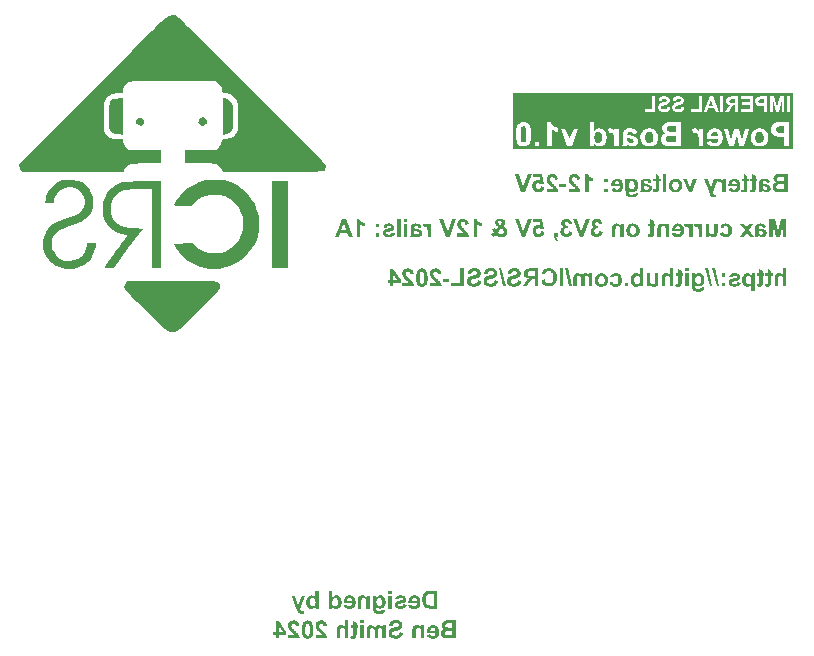
<source format=gbr>
%TF.GenerationSoftware,KiCad,Pcbnew,8.0.0*%
%TF.CreationDate,2024-03-25T03:27:09+00:00*%
%TF.ProjectId,main_PCB_v2,6d61696e-5f50-4434-925f-76322e6b6963,rev?*%
%TF.SameCoordinates,Original*%
%TF.FileFunction,Legend,Bot*%
%TF.FilePolarity,Positive*%
%FSLAX46Y46*%
G04 Gerber Fmt 4.6, Leading zero omitted, Abs format (unit mm)*
G04 Created by KiCad (PCBNEW 8.0.0) date 2024-03-25 03:27:09*
%MOMM*%
%LPD*%
G01*
G04 APERTURE LIST*
G04 Aperture macros list*
%AMRoundRect*
0 Rectangle with rounded corners*
0 $1 Rounding radius*
0 $2 $3 $4 $5 $6 $7 $8 $9 X,Y pos of 4 corners*
0 Add a 4 corners polygon primitive as box body*
4,1,4,$2,$3,$4,$5,$6,$7,$8,$9,$2,$3,0*
0 Add four circle primitives for the rounded corners*
1,1,$1+$1,$2,$3*
1,1,$1+$1,$4,$5*
1,1,$1+$1,$6,$7*
1,1,$1+$1,$8,$9*
0 Add four rect primitives between the rounded corners*
20,1,$1+$1,$2,$3,$4,$5,0*
20,1,$1+$1,$4,$5,$6,$7,0*
20,1,$1+$1,$6,$7,$8,$9,0*
20,1,$1+$1,$8,$9,$2,$3,0*%
%AMRotRect*
0 Rectangle, with rotation*
0 The origin of the aperture is its center*
0 $1 length*
0 $2 width*
0 $3 Rotation angle, in degrees counterclockwise*
0 Add horizontal line*
21,1,$1,$2,0,0,$3*%
G04 Aperture macros list end*
%ADD10C,0.300000*%
%ADD11C,0.400000*%
%ADD12C,0.000000*%
%ADD13RotRect,3.800000X3.800000X315.000000*%
%ADD14C,4.000000*%
%ADD15RotRect,3.800000X3.800000X30.000000*%
%ADD16C,3.200000*%
%ADD17C,0.800000*%
%ADD18C,6.400000*%
%ADD19RotRect,3.800000X3.800000X210.000000*%
%ADD20C,2.000000*%
%ADD21R,2.000000X2.000000*%
%ADD22RoundRect,0.250000X-0.219615X-0.819615X0.819615X-0.219615X0.219615X0.819615X-0.819615X0.219615X0*%
%ADD23C,1.700000*%
%ADD24R,1.700000X1.700000*%
%ADD25O,1.700000X1.700000*%
%ADD26RoundRect,1.500000X-1.500000X1.500000X-1.500000X-1.500000X1.500000X-1.500000X1.500000X1.500000X0*%
%ADD27C,6.000000*%
G04 APERTURE END LIST*
D10*
G36*
X197959996Y-75620924D02*
G01*
X197959996Y-76175600D01*
X197905582Y-76122560D01*
X197837216Y-76074550D01*
X197763590Y-76041476D01*
X197684705Y-76023339D01*
X197625139Y-76019528D01*
X197547140Y-76025696D01*
X197475671Y-76044198D01*
X197444888Y-76056898D01*
X197378363Y-76096439D01*
X197326568Y-76148555D01*
X197323988Y-76152152D01*
X197288017Y-76217275D01*
X197268300Y-76280746D01*
X197258032Y-76357232D01*
X197253998Y-76438285D01*
X197253279Y-76499466D01*
X197253279Y-77145000D01*
X197542707Y-77145000D01*
X197542707Y-76555886D01*
X197543738Y-76476316D01*
X197547924Y-76399329D01*
X197559193Y-76333503D01*
X197600383Y-76271509D01*
X197617445Y-76258398D01*
X197688271Y-76232757D01*
X197721859Y-76230554D01*
X197798186Y-76241914D01*
X197850819Y-76266458D01*
X197905083Y-76317914D01*
X197933984Y-76373803D01*
X197951766Y-76449818D01*
X197958751Y-76528041D01*
X197959996Y-76586294D01*
X197959996Y-77145000D01*
X198249424Y-77145000D01*
X198249424Y-75620924D01*
X197959996Y-75620924D01*
G37*
G36*
X196464497Y-76042976D02*
G01*
X196464497Y-76254002D01*
X196662334Y-76254002D01*
X196662334Y-76732473D01*
X196661797Y-76811535D01*
X196658980Y-76885718D01*
X196656838Y-76902100D01*
X196630826Y-76942034D01*
X196582100Y-76957421D01*
X196509717Y-76944261D01*
X196465596Y-76929577D01*
X196440683Y-77130345D01*
X196513318Y-77152038D01*
X196592186Y-77164726D01*
X196669295Y-77168447D01*
X196743850Y-77161669D01*
X196810711Y-77141336D01*
X196876142Y-77101293D01*
X196903035Y-77071360D01*
X196933772Y-77002005D01*
X196943702Y-76955223D01*
X196950571Y-76876729D01*
X196952539Y-76800787D01*
X196952861Y-76745296D01*
X196952861Y-76254002D01*
X197085851Y-76254002D01*
X197085851Y-76042976D01*
X196952861Y-76042976D01*
X196952861Y-75831950D01*
X196662334Y-75667819D01*
X196662334Y-76042976D01*
X196464497Y-76042976D01*
G37*
G36*
X195765474Y-76042976D02*
G01*
X195765474Y-76254002D01*
X195963311Y-76254002D01*
X195963311Y-76732473D01*
X195962774Y-76811535D01*
X195959957Y-76885718D01*
X195957815Y-76902100D01*
X195931803Y-76942034D01*
X195883077Y-76957421D01*
X195810694Y-76944261D01*
X195766573Y-76929577D01*
X195741660Y-77130345D01*
X195814295Y-77152038D01*
X195893163Y-77164726D01*
X195970272Y-77168447D01*
X196044827Y-77161669D01*
X196111688Y-77141336D01*
X196177119Y-77101293D01*
X196204012Y-77071360D01*
X196234749Y-77002005D01*
X196244678Y-76955223D01*
X196251548Y-76876729D01*
X196253516Y-76800787D01*
X196253838Y-76745296D01*
X196253838Y-76254002D01*
X196386828Y-76254002D01*
X196386828Y-76042976D01*
X196253838Y-76042976D01*
X196253838Y-75831950D01*
X195963311Y-75667819D01*
X195963311Y-76042976D01*
X195765474Y-76042976D01*
G37*
G36*
X195018709Y-76022711D02*
G01*
X195094220Y-76039421D01*
X195164270Y-76070453D01*
X195201752Y-76094240D01*
X195257685Y-76142034D01*
X195306420Y-76203810D01*
X195306420Y-76042976D01*
X195576430Y-76042976D01*
X195576430Y-77567051D01*
X195287002Y-77567051D01*
X195287002Y-77008712D01*
X195256773Y-77039744D01*
X195197937Y-77090989D01*
X195132030Y-77132543D01*
X195118009Y-77138959D01*
X195043558Y-77161575D01*
X194967533Y-77168447D01*
X194909279Y-77164726D01*
X194832413Y-77147015D01*
X194761016Y-77114717D01*
X194695089Y-77067834D01*
X194642934Y-77016039D01*
X194611507Y-76975928D01*
X194572223Y-76908570D01*
X194542367Y-76832582D01*
X194521939Y-76747965D01*
X194512118Y-76670859D01*
X194508946Y-76590324D01*
X194803768Y-76590324D01*
X194805405Y-76648778D01*
X194814833Y-76731141D01*
X194835457Y-76807378D01*
X194870812Y-76871692D01*
X194897028Y-76900826D01*
X194962134Y-76943272D01*
X195038607Y-76957421D01*
X195095231Y-76950031D01*
X195162885Y-76917187D01*
X195217027Y-76863998D01*
X195248923Y-76810898D01*
X195273914Y-76735888D01*
X195286445Y-76655637D01*
X195289933Y-76574937D01*
X195288840Y-76533566D01*
X195280093Y-76458690D01*
X195259797Y-76386991D01*
X195219958Y-76317383D01*
X195182703Y-76279395D01*
X195118320Y-76242765D01*
X195043736Y-76230554D01*
X195000755Y-76234797D01*
X194929305Y-76265187D01*
X194873011Y-76319214D01*
X194842717Y-76369269D01*
X194818982Y-76439703D01*
X194807081Y-76514865D01*
X194803768Y-76590324D01*
X194508946Y-76590324D01*
X194508845Y-76587759D01*
X194510013Y-76538516D01*
X194517156Y-76461066D01*
X194534300Y-76375753D01*
X194560794Y-76298761D01*
X194596639Y-76230089D01*
X194641835Y-76169738D01*
X194675981Y-76134532D01*
X194740062Y-76084218D01*
X194809648Y-76048279D01*
X194884739Y-76026716D01*
X194965334Y-76019528D01*
X195018709Y-76022711D01*
G37*
G36*
X194387944Y-76840184D02*
G01*
X194097418Y-76793290D01*
X194069299Y-76864181D01*
X194022313Y-76915655D01*
X193954169Y-76946980D01*
X193875910Y-76957258D01*
X193863311Y-76957421D01*
X193787010Y-76951599D01*
X193713513Y-76927948D01*
X193694417Y-76916022D01*
X193656910Y-76850586D01*
X193656315Y-76838719D01*
X193676831Y-76784131D01*
X193747510Y-76752726D01*
X193773918Y-76746029D01*
X193857472Y-76726909D01*
X193933012Y-76708202D01*
X194016166Y-76685397D01*
X194086799Y-76663236D01*
X194164647Y-76633293D01*
X194217951Y-76604612D01*
X194274692Y-76555748D01*
X194319147Y-76490376D01*
X194343085Y-76413991D01*
X194347644Y-76356950D01*
X194338776Y-76280201D01*
X194312173Y-76210698D01*
X194267833Y-76148439D01*
X194235537Y-76116981D01*
X194171583Y-76074346D01*
X194102964Y-76047032D01*
X194022529Y-76029045D01*
X193944180Y-76021051D01*
X193887124Y-76019528D01*
X193806964Y-76022233D01*
X193723698Y-76032226D01*
X193651478Y-76049582D01*
X193582464Y-76078433D01*
X193553367Y-76096465D01*
X193497168Y-76145596D01*
X193451808Y-76206434D01*
X193417286Y-76278981D01*
X193402791Y-76324344D01*
X193676099Y-76371238D01*
X193708089Y-76301554D01*
X193742777Y-76266824D01*
X193810809Y-76237497D01*
X193881995Y-76230554D01*
X193958606Y-76235037D01*
X194032382Y-76254958D01*
X194045760Y-76262428D01*
X194078733Y-76321413D01*
X194049790Y-76373803D01*
X193978744Y-76403686D01*
X193905151Y-76424855D01*
X193821072Y-76445819D01*
X193779413Y-76455502D01*
X193697617Y-76475998D01*
X193625609Y-76498195D01*
X193553972Y-76526240D01*
X193488416Y-76561124D01*
X193456280Y-76584462D01*
X193404760Y-76644881D01*
X193374625Y-76719845D01*
X193365788Y-76800617D01*
X193375728Y-76882012D01*
X193405549Y-76956800D01*
X193448745Y-77017731D01*
X193491451Y-77060003D01*
X193552196Y-77102258D01*
X193624477Y-77134135D01*
X193695613Y-77153197D01*
X193775224Y-77164634D01*
X193863311Y-77168447D01*
X193943970Y-77165343D01*
X194018060Y-77156030D01*
X194096196Y-77137320D01*
X194165391Y-77110159D01*
X194217585Y-77080153D01*
X194277005Y-77032045D01*
X194325204Y-76976014D01*
X194362184Y-76912061D01*
X194387944Y-76840184D01*
G37*
G36*
X193062438Y-76324344D02*
G01*
X193062438Y-76042976D01*
X192772644Y-76042976D01*
X192772644Y-76324344D01*
X193062438Y-76324344D01*
G37*
G36*
X193062438Y-77145000D02*
G01*
X193062438Y-76863632D01*
X192772644Y-76863632D01*
X192772644Y-77145000D01*
X193062438Y-77145000D01*
G37*
G36*
X192573342Y-77145000D02*
G01*
X192199284Y-75620924D01*
X191982030Y-75620924D01*
X192360118Y-77145000D01*
X192573342Y-77145000D01*
G37*
G36*
X191990090Y-77145000D02*
G01*
X191616032Y-75620924D01*
X191398778Y-75620924D01*
X191776866Y-77145000D01*
X191990090Y-77145000D01*
G37*
G36*
X190904009Y-76021813D02*
G01*
X190983508Y-76036802D01*
X191056870Y-76065781D01*
X191124097Y-76108749D01*
X191185188Y-76165708D01*
X191216186Y-76204291D01*
X191254933Y-76269807D01*
X191284381Y-76344494D01*
X191304530Y-76428351D01*
X191314216Y-76505237D01*
X191317445Y-76588492D01*
X191314977Y-76655652D01*
X191305497Y-76731593D01*
X191285452Y-76813776D01*
X191255729Y-76889052D01*
X191216329Y-76957421D01*
X191199895Y-76980136D01*
X191146285Y-77039487D01*
X191086208Y-77085648D01*
X191019666Y-77118621D01*
X190946658Y-77138405D01*
X190867184Y-77145000D01*
X190807014Y-77141055D01*
X190728337Y-77122279D01*
X190656147Y-77088041D01*
X190590443Y-77038340D01*
X190539288Y-76983433D01*
X190539288Y-77141702D01*
X190540889Y-77200551D01*
X190552843Y-77273227D01*
X190560782Y-77291070D01*
X190610362Y-77345767D01*
X190629486Y-77355477D01*
X190703385Y-77374733D01*
X190780355Y-77379473D01*
X190840204Y-77375763D01*
X190910415Y-77353094D01*
X190914041Y-77350684D01*
X190948517Y-77285683D01*
X191279344Y-77238789D01*
X191280076Y-77271762D01*
X191279056Y-77297303D01*
X191260909Y-77376300D01*
X191220079Y-77445852D01*
X191163939Y-77500373D01*
X191156500Y-77505918D01*
X191085625Y-77543939D01*
X191007043Y-77567967D01*
X190927381Y-77581697D01*
X190852317Y-77588298D01*
X190769364Y-77590498D01*
X190751109Y-77590377D01*
X190673919Y-77586819D01*
X190597670Y-77577087D01*
X190525366Y-77559357D01*
X190501884Y-77551200D01*
X190433950Y-77519549D01*
X190371493Y-77473262D01*
X190354039Y-77455078D01*
X190311924Y-77393408D01*
X190281734Y-77321953D01*
X190267789Y-77267617D01*
X190256863Y-77191764D01*
X190251385Y-77111249D01*
X190249860Y-77030694D01*
X190249860Y-76585561D01*
X190534159Y-76585561D01*
X190535947Y-76637419D01*
X190546251Y-76711797D01*
X190568791Y-76782827D01*
X190607431Y-76846046D01*
X190646106Y-76884515D01*
X190711759Y-76921609D01*
X190786584Y-76933974D01*
X190828370Y-76929871D01*
X190898067Y-76900486D01*
X190953279Y-76848244D01*
X190982772Y-76799197D01*
X191005878Y-76729240D01*
X191017465Y-76653918D01*
X191020690Y-76577868D01*
X191019637Y-76535312D01*
X191011211Y-76458650D01*
X190991659Y-76385872D01*
X190953279Y-76316284D01*
X190921891Y-76282879D01*
X190854390Y-76242610D01*
X190781454Y-76230554D01*
X190730278Y-76236027D01*
X190662186Y-76264758D01*
X190604501Y-76318115D01*
X190573726Y-76367529D01*
X190549615Y-76437023D01*
X190537525Y-76511154D01*
X190534159Y-76585561D01*
X190249860Y-76585561D01*
X190249860Y-76042976D01*
X190520969Y-76042976D01*
X190520969Y-76189155D01*
X190563921Y-76140288D01*
X190629883Y-76085789D01*
X190702647Y-76047523D01*
X190782213Y-76025492D01*
X190855826Y-76019528D01*
X190904009Y-76021813D01*
G37*
G36*
X189970324Y-75878845D02*
G01*
X189970324Y-75620924D01*
X189680530Y-75620924D01*
X189680530Y-75878845D01*
X189970324Y-75878845D01*
G37*
G36*
X189970324Y-77145000D02*
G01*
X189970324Y-76042976D01*
X189680530Y-76042976D01*
X189680530Y-77145000D01*
X189970324Y-77145000D01*
G37*
G36*
X188885153Y-76042976D02*
G01*
X188885153Y-76254002D01*
X189082990Y-76254002D01*
X189082990Y-76732473D01*
X189082453Y-76811535D01*
X189079636Y-76885718D01*
X189077494Y-76902100D01*
X189051482Y-76942034D01*
X189002756Y-76957421D01*
X188930373Y-76944261D01*
X188886252Y-76929577D01*
X188861339Y-77130345D01*
X188933974Y-77152038D01*
X189012842Y-77164726D01*
X189089951Y-77168447D01*
X189164506Y-77161669D01*
X189231367Y-77141336D01*
X189296798Y-77101293D01*
X189323691Y-77071360D01*
X189354428Y-77002005D01*
X189364357Y-76955223D01*
X189371227Y-76876729D01*
X189373195Y-76800787D01*
X189373517Y-76745296D01*
X189373517Y-76254002D01*
X189506507Y-76254002D01*
X189506507Y-76042976D01*
X189373517Y-76042976D01*
X189373517Y-75831950D01*
X189082990Y-75667819D01*
X189082990Y-76042976D01*
X188885153Y-76042976D01*
G37*
G36*
X188399354Y-75620924D02*
G01*
X188399354Y-76175600D01*
X188344940Y-76122560D01*
X188276574Y-76074550D01*
X188202948Y-76041476D01*
X188124063Y-76023339D01*
X188064497Y-76019528D01*
X187986498Y-76025696D01*
X187915029Y-76044198D01*
X187884246Y-76056898D01*
X187817721Y-76096439D01*
X187765926Y-76148555D01*
X187763346Y-76152152D01*
X187727375Y-76217275D01*
X187707658Y-76280746D01*
X187697390Y-76357232D01*
X187693356Y-76438285D01*
X187692637Y-76499466D01*
X187692637Y-77145000D01*
X187982065Y-77145000D01*
X187982065Y-76555886D01*
X187983095Y-76476316D01*
X187987281Y-76399329D01*
X187998551Y-76333503D01*
X188039741Y-76271509D01*
X188056803Y-76258398D01*
X188127629Y-76232757D01*
X188161217Y-76230554D01*
X188237544Y-76241914D01*
X188290177Y-76266458D01*
X188344441Y-76317914D01*
X188373342Y-76373803D01*
X188391124Y-76449818D01*
X188398109Y-76528041D01*
X188399354Y-76586294D01*
X188399354Y-77145000D01*
X188688782Y-77145000D01*
X188688782Y-75620924D01*
X188399354Y-75620924D01*
G37*
G36*
X186685502Y-77145000D02*
G01*
X186685502Y-76981235D01*
X186735597Y-77041599D01*
X186796304Y-77091350D01*
X186842672Y-77118621D01*
X186910761Y-77146989D01*
X186988101Y-77164506D01*
X187048203Y-77168447D01*
X187127492Y-77161595D01*
X187200496Y-77141038D01*
X187245673Y-77119720D01*
X187308835Y-77073660D01*
X187356034Y-77014661D01*
X187372435Y-76983066D01*
X187396323Y-76907418D01*
X187407808Y-76829973D01*
X187411598Y-76749077D01*
X187411636Y-76739434D01*
X187411636Y-76042976D01*
X187122208Y-76042976D01*
X187122208Y-76554787D01*
X187121654Y-76636463D01*
X187119608Y-76715603D01*
X187114762Y-76791801D01*
X187106454Y-76842749D01*
X187069844Y-76907420D01*
X187048203Y-76926646D01*
X186979204Y-76954416D01*
X186940858Y-76957421D01*
X186866570Y-76945737D01*
X186808234Y-76916022D01*
X186753700Y-76863188D01*
X186727634Y-76813440D01*
X186713639Y-76734106D01*
X186708573Y-76656133D01*
X186706356Y-76569687D01*
X186706018Y-76512655D01*
X186706018Y-76042976D01*
X186416591Y-76042976D01*
X186416591Y-77145000D01*
X186685502Y-77145000D01*
G37*
G36*
X186135589Y-77145000D02*
G01*
X185866678Y-77145000D01*
X185866678Y-76984166D01*
X185832125Y-77027282D01*
X185774371Y-77081223D01*
X185709508Y-77122285D01*
X185675208Y-77137973D01*
X185600274Y-77160828D01*
X185524494Y-77168447D01*
X185466355Y-77164735D01*
X185389649Y-77147066D01*
X185318412Y-77114846D01*
X185252646Y-77068076D01*
X185200628Y-77016406D01*
X185162209Y-76965630D01*
X185124703Y-76896387D01*
X185096573Y-76818077D01*
X185080294Y-76745891D01*
X185070527Y-76667409D01*
X185067975Y-76600949D01*
X185364026Y-76600949D01*
X185365079Y-76645571D01*
X185373506Y-76725575D01*
X185393058Y-76800856D01*
X185431437Y-76871692D01*
X185457721Y-76900826D01*
X185521562Y-76943272D01*
X185594836Y-76957421D01*
X185610214Y-76956949D01*
X185687941Y-76937468D01*
X185748535Y-76894964D01*
X185794870Y-76836521D01*
X185815712Y-76794739D01*
X185836607Y-76719663D01*
X185845800Y-76646568D01*
X185848360Y-76573105D01*
X185847283Y-76531253D01*
X185838674Y-76455828D01*
X185818697Y-76384167D01*
X185779483Y-76315551D01*
X185747524Y-76282432D01*
X185679334Y-76242507D01*
X185606193Y-76230554D01*
X185561551Y-76234727D01*
X185488412Y-76264615D01*
X185432170Y-76317749D01*
X185402357Y-76368010D01*
X185378999Y-76440920D01*
X185367287Y-76520278D01*
X185364026Y-76600949D01*
X185067975Y-76600949D01*
X185067271Y-76582630D01*
X185068420Y-76532705D01*
X185075445Y-76454449D01*
X185092305Y-76368711D01*
X185118362Y-76291886D01*
X185153614Y-76223974D01*
X185198063Y-76164975D01*
X185231843Y-76130886D01*
X185296165Y-76082167D01*
X185367113Y-76047368D01*
X185444688Y-76026488D01*
X185528890Y-76019528D01*
X185584936Y-76023249D01*
X185659373Y-76040961D01*
X185729112Y-76073258D01*
X185794152Y-76120141D01*
X185846161Y-76171936D01*
X185846161Y-75620924D01*
X186135589Y-75620924D01*
X186135589Y-77145000D01*
G37*
G36*
X184841224Y-77145000D02*
G01*
X184841224Y-76863632D01*
X184551430Y-76863632D01*
X184551430Y-77145000D01*
X184841224Y-77145000D01*
G37*
G36*
X183303593Y-76347791D02*
G01*
X183588991Y-76394685D01*
X183612530Y-76323153D01*
X183654570Y-76271953D01*
X183721482Y-76238478D01*
X183786828Y-76230554D01*
X183861755Y-76241786D01*
X183929089Y-76279301D01*
X183959385Y-76310422D01*
X183996096Y-76378015D01*
X184014798Y-76452187D01*
X184022858Y-76532375D01*
X184023866Y-76577501D01*
X184021573Y-76651248D01*
X184013103Y-76726444D01*
X183995781Y-76798085D01*
X183962665Y-76866192D01*
X183958653Y-76871692D01*
X183903183Y-76923933D01*
X183835142Y-76952063D01*
X183782798Y-76957421D01*
X183707876Y-76945606D01*
X183647976Y-76910160D01*
X183605359Y-76850456D01*
X183581119Y-76781016D01*
X183573604Y-76746395D01*
X183289305Y-76793290D01*
X183312591Y-76870206D01*
X183343662Y-76938427D01*
X183388701Y-77005747D01*
X183443908Y-77061709D01*
X183459298Y-77073925D01*
X183527488Y-77115278D01*
X183595944Y-77141770D01*
X183672605Y-77159216D01*
X183757471Y-77167616D01*
X183796353Y-77168447D01*
X183882928Y-77163102D01*
X183962677Y-77147066D01*
X184035599Y-77120340D01*
X184101695Y-77082924D01*
X184160964Y-77034817D01*
X184179204Y-77016406D01*
X184227637Y-76955157D01*
X184266049Y-76885717D01*
X184294441Y-76808085D01*
X184312812Y-76722261D01*
X184320467Y-76644484D01*
X184321720Y-76595087D01*
X184318222Y-76512964D01*
X184307731Y-76436727D01*
X184285908Y-76353012D01*
X184254012Y-76277771D01*
X184212045Y-76211005D01*
X184178471Y-76171203D01*
X184121198Y-76119658D01*
X184056815Y-76078776D01*
X183985323Y-76048560D01*
X183906721Y-76029008D01*
X183821008Y-76020121D01*
X183790858Y-76019528D01*
X183707412Y-76023420D01*
X183631786Y-76035096D01*
X183554929Y-76057971D01*
X183488285Y-76091012D01*
X183473220Y-76100861D01*
X183412108Y-76153128D01*
X183366593Y-76210877D01*
X183329367Y-76279249D01*
X183303593Y-76347791D01*
G37*
G36*
X182671569Y-76023994D02*
G01*
X182746170Y-76037389D01*
X182817016Y-76059714D01*
X182884106Y-76090969D01*
X182930929Y-76120014D01*
X182993339Y-76172033D01*
X183046360Y-76234195D01*
X183085607Y-76297965D01*
X183109761Y-76349133D01*
X183134193Y-76418399D01*
X183151059Y-76497746D01*
X183156681Y-76578600D01*
X183156404Y-76602052D01*
X183151059Y-76680594D01*
X183138913Y-76753631D01*
X183116702Y-76830361D01*
X183085607Y-76899902D01*
X183056661Y-76947133D01*
X183004645Y-77009623D01*
X182942312Y-77062087D01*
X182878244Y-77100303D01*
X182809047Y-77130116D01*
X182738110Y-77151411D01*
X182665433Y-77164188D01*
X182591015Y-77168447D01*
X182560976Y-77167806D01*
X182474740Y-77158189D01*
X182394326Y-77137031D01*
X182319734Y-77104333D01*
X182250963Y-77060095D01*
X182188014Y-77004316D01*
X182159337Y-76972794D01*
X182110444Y-76905268D01*
X182072835Y-76831767D01*
X182046508Y-76752288D01*
X182031464Y-76666834D01*
X182027585Y-76591789D01*
X182325401Y-76591789D01*
X182327279Y-76645479D01*
X182338098Y-76722788D01*
X182361765Y-76797115D01*
X182402337Y-76863998D01*
X182448306Y-76909159D01*
X182518614Y-76946382D01*
X182592114Y-76957421D01*
X182652953Y-76950031D01*
X182725235Y-76917187D01*
X182782623Y-76863998D01*
X182812744Y-76819021D01*
X182840601Y-76749601D01*
X182855095Y-76676946D01*
X182859926Y-76593988D01*
X182858039Y-76540940D01*
X182847168Y-76464473D01*
X182823389Y-76390819D01*
X182782623Y-76324344D01*
X182736300Y-76279006D01*
X182665701Y-76241637D01*
X182592114Y-76230554D01*
X182531333Y-76237973D01*
X182459308Y-76270946D01*
X182402337Y-76324344D01*
X182372359Y-76369073D01*
X182344635Y-76437916D01*
X182330209Y-76509815D01*
X182325401Y-76591789D01*
X182027585Y-76591789D01*
X182027547Y-76591057D01*
X182028941Y-76545374D01*
X182037461Y-76472584D01*
X182057910Y-76390761D01*
X182089514Y-76314967D01*
X182132271Y-76245200D01*
X182186182Y-76181461D01*
X182216715Y-76152522D01*
X182282515Y-76103183D01*
X182354626Y-76065230D01*
X182433048Y-76038663D01*
X182517781Y-76023482D01*
X182593213Y-76019528D01*
X182671569Y-76023994D01*
G37*
G36*
X181829344Y-76042976D02*
G01*
X181562264Y-76042976D01*
X181562264Y-76192452D01*
X181506627Y-76133685D01*
X181447151Y-76087077D01*
X181372912Y-76048068D01*
X181293448Y-76025608D01*
X181221179Y-76019528D01*
X181146234Y-76025350D01*
X181073882Y-76044797D01*
X181038729Y-76060928D01*
X180976419Y-76104966D01*
X180928103Y-76160426D01*
X180911967Y-76185491D01*
X180856240Y-76128820D01*
X180797318Y-76084100D01*
X180756263Y-76060928D01*
X180686580Y-76034123D01*
X180613269Y-76020984D01*
X180578210Y-76019528D01*
X180499715Y-76025373D01*
X180424058Y-76045079D01*
X180374145Y-76068988D01*
X180313290Y-76116494D01*
X180266462Y-76179238D01*
X180249581Y-76213335D01*
X180230130Y-76284879D01*
X180221915Y-76359497D01*
X180219539Y-76441214D01*
X180219539Y-77145000D01*
X180509333Y-77145000D01*
X180509333Y-76507892D01*
X180511211Y-76432261D01*
X180518839Y-76358394D01*
X180539375Y-76293569D01*
X180594109Y-76244400D01*
X180662840Y-76230554D01*
X180736141Y-76245295D01*
X180777512Y-76268290D01*
X180828298Y-76321986D01*
X180854815Y-76379298D01*
X180869996Y-76452502D01*
X180876407Y-76527821D01*
X180878262Y-76609741D01*
X180878262Y-77145000D01*
X181167690Y-77145000D01*
X181167690Y-76533904D01*
X181168651Y-76459784D01*
X181173114Y-76381423D01*
X181183077Y-76323977D01*
X181221302Y-76261438D01*
X181231071Y-76253635D01*
X181302168Y-76231118D01*
X181318998Y-76230554D01*
X181393835Y-76243599D01*
X181439532Y-76267557D01*
X181492459Y-76322558D01*
X181516468Y-76373436D01*
X181532246Y-76451485D01*
X181538107Y-76528615D01*
X181539549Y-76603147D01*
X181539549Y-77145000D01*
X181829344Y-77145000D01*
X181829344Y-76042976D01*
G37*
G36*
X180094975Y-77145000D02*
G01*
X179720917Y-75620924D01*
X179503663Y-75620924D01*
X179881751Y-77145000D01*
X180094975Y-77145000D01*
G37*
G36*
X179364445Y-77145000D02*
G01*
X179364445Y-75620924D01*
X179059630Y-75620924D01*
X179059630Y-77145000D01*
X179364445Y-77145000D01*
G37*
G36*
X177805565Y-76558817D02*
G01*
X177509909Y-76652606D01*
X177533404Y-76727548D01*
X177561300Y-76796211D01*
X177600584Y-76870318D01*
X177646205Y-76935383D01*
X177698163Y-76991407D01*
X177736322Y-77023733D01*
X177798537Y-77064945D01*
X177866753Y-77097630D01*
X177940972Y-77121788D01*
X178021193Y-77137420D01*
X178107416Y-77144526D01*
X178137491Y-77145000D01*
X178211016Y-77141817D01*
X178298220Y-77128887D01*
X178380201Y-77106010D01*
X178456959Y-77073188D01*
X178528493Y-77030419D01*
X178594804Y-76977704D01*
X178632083Y-76941301D01*
X178687810Y-76873996D01*
X178734092Y-76799392D01*
X178770929Y-76717490D01*
X178793598Y-76646713D01*
X178810221Y-76571264D01*
X178820800Y-76491145D01*
X178825334Y-76406355D01*
X178825523Y-76384427D01*
X178822483Y-76293615D01*
X178813364Y-76208023D01*
X178798166Y-76127652D01*
X178776888Y-76052501D01*
X178749531Y-75982571D01*
X178706785Y-75902501D01*
X178654541Y-75830588D01*
X178630983Y-75804106D01*
X178567088Y-75744579D01*
X178497218Y-75695142D01*
X178421372Y-75655793D01*
X178339552Y-75626534D01*
X178251757Y-75607364D01*
X178177219Y-75599293D01*
X178118806Y-75597477D01*
X178034687Y-75601716D01*
X177955667Y-75614435D01*
X177881745Y-75635634D01*
X177812921Y-75665311D01*
X177749195Y-75703468D01*
X177690568Y-75750105D01*
X177668545Y-75771133D01*
X177620276Y-75828195D01*
X177578419Y-75896430D01*
X177547053Y-75965302D01*
X177520596Y-76042730D01*
X177513939Y-76066423D01*
X177815823Y-76113318D01*
X177841093Y-76037137D01*
X177880130Y-75972818D01*
X177927564Y-75924640D01*
X177990328Y-75885218D01*
X178061751Y-75862159D01*
X178134193Y-75855397D01*
X178214153Y-75862862D01*
X178286235Y-75885256D01*
X178350440Y-75922579D01*
X178406769Y-75974832D01*
X178452450Y-76043823D01*
X178481714Y-76119405D01*
X178498844Y-76195491D01*
X178508633Y-76282010D01*
X178511182Y-76362079D01*
X178508669Y-76446819D01*
X178501129Y-76523580D01*
X178485445Y-76605162D01*
X178462523Y-76675255D01*
X178426632Y-76742509D01*
X178408234Y-76766545D01*
X178352890Y-76819279D01*
X178289807Y-76856946D01*
X178218984Y-76879546D01*
X178140422Y-76887079D01*
X178060825Y-76877728D01*
X177989281Y-76849676D01*
X177931228Y-76807944D01*
X177881332Y-76749612D01*
X177844685Y-76681941D01*
X177818679Y-76609721D01*
X177805565Y-76558817D01*
G37*
G36*
X177255652Y-77145000D02*
G01*
X176950837Y-77145000D01*
X176950837Y-76511922D01*
X176888921Y-76511922D01*
X176882405Y-76511938D01*
X176807787Y-76515148D01*
X176735415Y-76528775D01*
X176702773Y-76543738D01*
X176643824Y-76591057D01*
X176617560Y-76621625D01*
X176571657Y-76682440D01*
X176524476Y-76749176D01*
X176482990Y-76809776D01*
X176262438Y-77145000D01*
X175897540Y-77145000D01*
X176082187Y-76848244D01*
X176121557Y-76785424D01*
X176163517Y-76721771D01*
X176206232Y-76661734D01*
X176255844Y-76601315D01*
X176294661Y-76563058D01*
X176354982Y-76514844D01*
X176418876Y-76473454D01*
X176394397Y-76469468D01*
X176314828Y-76450447D01*
X176244761Y-76423537D01*
X176176320Y-76383122D01*
X176120289Y-76332404D01*
X176076531Y-76272778D01*
X176045276Y-76205642D01*
X176026523Y-76130995D01*
X176021303Y-76062393D01*
X176334612Y-76062393D01*
X176337653Y-76101885D01*
X176365753Y-76173401D01*
X176387313Y-76198568D01*
X176451116Y-76236050D01*
X176494863Y-76244728D01*
X176574061Y-76251039D01*
X176648658Y-76253370D01*
X176725157Y-76254002D01*
X176950837Y-76254002D01*
X176950837Y-75878845D01*
X176712700Y-75878845D01*
X176638696Y-75879090D01*
X176564414Y-75880127D01*
X176490317Y-75883974D01*
X176435453Y-75899360D01*
X176375279Y-75941859D01*
X176347479Y-75987470D01*
X176334612Y-76062393D01*
X176021303Y-76062393D01*
X176020272Y-76048838D01*
X176020529Y-76032012D01*
X176029545Y-75951448D01*
X176051441Y-75876822D01*
X176086217Y-75808136D01*
X176131727Y-75748681D01*
X176191704Y-75697743D01*
X176262072Y-75661957D01*
X176299542Y-75650136D01*
X176372964Y-75635390D01*
X176450807Y-75626694D01*
X176527632Y-75622367D01*
X176613782Y-75620924D01*
X177255652Y-75620924D01*
X177255652Y-77145000D01*
G37*
G36*
X175818771Y-76652606D02*
G01*
X175522016Y-76629159D01*
X175502625Y-76704680D01*
X175470883Y-76774318D01*
X175423570Y-76833564D01*
X175413572Y-76842383D01*
X175350399Y-76881179D01*
X175273719Y-76903872D01*
X175192288Y-76910526D01*
X175115182Y-76905687D01*
X175042968Y-76888957D01*
X174975014Y-76853108D01*
X174970272Y-76849344D01*
X174919181Y-76791561D01*
X174896190Y-76720936D01*
X174895533Y-76705729D01*
X174914764Y-76632912D01*
X174927041Y-76615969D01*
X174988432Y-76571506D01*
X175036584Y-76551489D01*
X175109864Y-76529070D01*
X175184597Y-76508584D01*
X175257669Y-76489365D01*
X175280949Y-76483346D01*
X175353973Y-76463106D01*
X175432180Y-76437071D01*
X175500109Y-76409130D01*
X175566369Y-76374123D01*
X175624965Y-76330938D01*
X175679211Y-76273153D01*
X175720133Y-76210074D01*
X175747732Y-76141700D01*
X175762008Y-76068032D01*
X175764183Y-76023558D01*
X175756477Y-75945237D01*
X175733360Y-75870465D01*
X175698970Y-75805572D01*
X175652366Y-75746674D01*
X175594528Y-75697294D01*
X175525455Y-75657430D01*
X175510293Y-75650600D01*
X175436844Y-75624920D01*
X175364842Y-75609149D01*
X175286521Y-75600019D01*
X175212805Y-75597477D01*
X175127396Y-75600598D01*
X175048857Y-75609963D01*
X174977187Y-75625571D01*
X174900250Y-75652542D01*
X174833206Y-75688503D01*
X174784891Y-75725338D01*
X174728439Y-75785362D01*
X174685064Y-75853555D01*
X174654768Y-75929918D01*
X174639209Y-76001875D01*
X174633583Y-76066423D01*
X174938764Y-76066423D01*
X174959664Y-75990981D01*
X175000066Y-75925494D01*
X175022662Y-75904856D01*
X175091424Y-75871046D01*
X175170009Y-75857136D01*
X175216102Y-75855397D01*
X175293411Y-75860621D01*
X175365557Y-75878433D01*
X175424197Y-75908886D01*
X175468732Y-75970504D01*
X175472557Y-76001210D01*
X175447003Y-76071346D01*
X175427128Y-76090969D01*
X175360753Y-76127669D01*
X175290686Y-76153223D01*
X175212435Y-76176296D01*
X175146859Y-76193185D01*
X175067411Y-76213596D01*
X174996129Y-76234161D01*
X174923287Y-76258349D01*
X174853649Y-76286250D01*
X174817498Y-76303827D01*
X174755409Y-76343133D01*
X174697608Y-76395708D01*
X174650802Y-76458066D01*
X174616386Y-76530729D01*
X174597495Y-76606177D01*
X174590588Y-76681728D01*
X174590352Y-76699501D01*
X174597400Y-76779407D01*
X174618545Y-76856093D01*
X174653786Y-76929559D01*
X174662526Y-76943866D01*
X174707847Y-77003320D01*
X174762616Y-77053500D01*
X174826833Y-77094407D01*
X174866591Y-77113126D01*
X174936589Y-77137329D01*
X175014693Y-77154617D01*
X175089684Y-77164071D01*
X175170880Y-77168231D01*
X175195219Y-77168447D01*
X175281503Y-77165236D01*
X175361293Y-77155603D01*
X175434589Y-77139547D01*
X175513972Y-77111804D01*
X175584005Y-77074812D01*
X175635223Y-77036922D01*
X175688447Y-76983225D01*
X175732991Y-76921054D01*
X175768853Y-76850407D01*
X175796034Y-76771285D01*
X175812053Y-76698876D01*
X175818771Y-76652606D01*
G37*
G36*
X174498394Y-77145000D02*
G01*
X174124337Y-75620924D01*
X173907083Y-75620924D01*
X174285170Y-77145000D01*
X174498394Y-77145000D01*
G37*
G36*
X173836008Y-76652606D02*
G01*
X173539253Y-76629159D01*
X173519862Y-76704680D01*
X173488120Y-76774318D01*
X173440807Y-76833564D01*
X173430809Y-76842383D01*
X173367635Y-76881179D01*
X173290955Y-76903872D01*
X173209525Y-76910526D01*
X173132419Y-76905687D01*
X173060205Y-76888957D01*
X172992250Y-76853108D01*
X172987508Y-76849344D01*
X172936418Y-76791561D01*
X172913427Y-76720936D01*
X172912770Y-76705729D01*
X172932000Y-76632912D01*
X172944277Y-76615969D01*
X173005669Y-76571506D01*
X173053820Y-76551489D01*
X173127100Y-76529070D01*
X173201833Y-76508584D01*
X173274905Y-76489365D01*
X173298185Y-76483346D01*
X173371209Y-76463106D01*
X173449417Y-76437071D01*
X173517346Y-76409130D01*
X173583606Y-76374123D01*
X173642201Y-76330938D01*
X173696447Y-76273153D01*
X173737370Y-76210074D01*
X173764969Y-76141700D01*
X173779244Y-76068032D01*
X173781420Y-76023558D01*
X173773714Y-75945237D01*
X173750596Y-75870465D01*
X173716207Y-75805572D01*
X173669603Y-75746674D01*
X173611764Y-75697294D01*
X173542692Y-75657430D01*
X173527529Y-75650600D01*
X173454081Y-75624920D01*
X173382079Y-75609149D01*
X173303757Y-75600019D01*
X173230041Y-75597477D01*
X173144633Y-75600598D01*
X173066093Y-75609963D01*
X172994423Y-75625571D01*
X172917487Y-75652542D01*
X172850442Y-75688503D01*
X172802128Y-75725338D01*
X172745675Y-75785362D01*
X172702301Y-75853555D01*
X172672005Y-75929918D01*
X172656446Y-76001875D01*
X172650819Y-76066423D01*
X172956001Y-76066423D01*
X172976901Y-75990981D01*
X173017303Y-75925494D01*
X173039898Y-75904856D01*
X173108660Y-75871046D01*
X173187245Y-75857136D01*
X173233339Y-75855397D01*
X173310647Y-75860621D01*
X173382794Y-75878433D01*
X173441434Y-75908886D01*
X173485968Y-75970504D01*
X173489794Y-76001210D01*
X173464240Y-76071346D01*
X173444364Y-76090969D01*
X173377990Y-76127669D01*
X173307922Y-76153223D01*
X173229671Y-76176296D01*
X173164096Y-76193185D01*
X173084648Y-76213596D01*
X173013366Y-76234161D01*
X172940524Y-76258349D01*
X172870886Y-76286250D01*
X172834734Y-76303827D01*
X172772646Y-76343133D01*
X172714844Y-76395708D01*
X172668039Y-76458066D01*
X172633622Y-76530729D01*
X172614732Y-76606177D01*
X172607825Y-76681728D01*
X172607588Y-76699501D01*
X172614637Y-76779407D01*
X172635781Y-76856093D01*
X172671022Y-76929559D01*
X172679762Y-76943866D01*
X172725084Y-77003320D01*
X172779853Y-77053500D01*
X172844069Y-77094407D01*
X172883827Y-77113126D01*
X172953826Y-77137329D01*
X173031930Y-77154617D01*
X173106920Y-77164071D01*
X173188117Y-77168231D01*
X173212456Y-77168447D01*
X173298739Y-77165236D01*
X173378529Y-77155603D01*
X173451825Y-77139547D01*
X173531209Y-77111804D01*
X173601242Y-77074812D01*
X173652459Y-77036922D01*
X173705684Y-76983225D01*
X173750227Y-76921054D01*
X173786089Y-76850407D01*
X173813270Y-76771285D01*
X173829290Y-76698876D01*
X173836008Y-76652606D01*
G37*
G36*
X172436496Y-76652606D02*
G01*
X172139741Y-76629159D01*
X172120350Y-76704680D01*
X172088608Y-76774318D01*
X172041295Y-76833564D01*
X172031297Y-76842383D01*
X171968124Y-76881179D01*
X171891444Y-76903872D01*
X171810013Y-76910526D01*
X171732907Y-76905687D01*
X171660694Y-76888957D01*
X171592739Y-76853108D01*
X171587997Y-76849344D01*
X171536906Y-76791561D01*
X171513915Y-76720936D01*
X171513258Y-76705729D01*
X171532489Y-76632912D01*
X171544766Y-76615969D01*
X171606157Y-76571506D01*
X171654309Y-76551489D01*
X171727589Y-76529070D01*
X171802322Y-76508584D01*
X171875394Y-76489365D01*
X171898674Y-76483346D01*
X171971698Y-76463106D01*
X172049905Y-76437071D01*
X172117834Y-76409130D01*
X172184094Y-76374123D01*
X172242690Y-76330938D01*
X172296936Y-76273153D01*
X172337859Y-76210074D01*
X172365457Y-76141700D01*
X172379733Y-76068032D01*
X172381908Y-76023558D01*
X172374202Y-75945237D01*
X172351085Y-75870465D01*
X172316695Y-75805572D01*
X172270091Y-75746674D01*
X172212253Y-75697294D01*
X172143180Y-75657430D01*
X172128018Y-75650600D01*
X172054569Y-75624920D01*
X171982567Y-75609149D01*
X171904246Y-75600019D01*
X171830530Y-75597477D01*
X171745121Y-75600598D01*
X171666582Y-75609963D01*
X171594912Y-75625571D01*
X171517975Y-75652542D01*
X171450931Y-75688503D01*
X171402616Y-75725338D01*
X171346164Y-75785362D01*
X171302789Y-75853555D01*
X171272493Y-75929918D01*
X171256934Y-76001875D01*
X171251308Y-76066423D01*
X171556489Y-76066423D01*
X171577389Y-75990981D01*
X171617791Y-75925494D01*
X171640387Y-75904856D01*
X171709149Y-75871046D01*
X171787734Y-75857136D01*
X171833827Y-75855397D01*
X171911136Y-75860621D01*
X171983282Y-75878433D01*
X172041922Y-75908886D01*
X172086457Y-75970504D01*
X172090282Y-76001210D01*
X172064728Y-76071346D01*
X172044853Y-76090969D01*
X171978478Y-76127669D01*
X171908411Y-76153223D01*
X171830160Y-76176296D01*
X171764584Y-76193185D01*
X171685136Y-76213596D01*
X171613854Y-76234161D01*
X171541012Y-76258349D01*
X171471374Y-76286250D01*
X171435223Y-76303827D01*
X171373134Y-76343133D01*
X171315333Y-76395708D01*
X171268527Y-76458066D01*
X171234111Y-76530729D01*
X171215220Y-76606177D01*
X171208313Y-76681728D01*
X171208077Y-76699501D01*
X171215125Y-76779407D01*
X171236270Y-76856093D01*
X171271511Y-76929559D01*
X171280251Y-76943866D01*
X171325572Y-77003320D01*
X171380341Y-77053500D01*
X171444558Y-77094407D01*
X171484316Y-77113126D01*
X171554314Y-77137329D01*
X171632418Y-77154617D01*
X171707409Y-77164071D01*
X171788605Y-77168231D01*
X171812944Y-77168447D01*
X171899228Y-77165236D01*
X171979018Y-77155603D01*
X172052314Y-77139547D01*
X172131697Y-77111804D01*
X172201730Y-77074812D01*
X172252948Y-77036922D01*
X172306172Y-76983225D01*
X172350716Y-76921054D01*
X172386578Y-76850407D01*
X172413759Y-76771285D01*
X172429778Y-76698876D01*
X172436496Y-76652606D01*
G37*
G36*
X170951256Y-77145000D02*
G01*
X170951256Y-75620924D01*
X170646441Y-75620924D01*
X170646441Y-76887079D01*
X169888066Y-76887079D01*
X169888066Y-77145000D01*
X170951256Y-77145000D01*
G37*
G36*
X169712578Y-76746395D02*
G01*
X169712578Y-76488475D01*
X169143614Y-76488475D01*
X169143614Y-76746395D01*
X169712578Y-76746395D01*
G37*
G36*
X168064305Y-76863632D02*
G01*
X168064305Y-77145000D01*
X169079501Y-77145000D01*
X169067136Y-77070353D01*
X169046528Y-76997721D01*
X169017677Y-76927104D01*
X168980582Y-76858503D01*
X168936822Y-76794972D01*
X168887062Y-76733792D01*
X168836957Y-76678067D01*
X168778999Y-76618030D01*
X168713188Y-76553682D01*
X168654884Y-76499099D01*
X168597336Y-76445395D01*
X168538054Y-76388483D01*
X168482370Y-76332471D01*
X168432106Y-76276890D01*
X168414549Y-76254002D01*
X168378159Y-76187541D01*
X168357690Y-76116239D01*
X168354832Y-76078147D01*
X168364790Y-76002643D01*
X168400556Y-75937132D01*
X168406856Y-75930502D01*
X168473298Y-75890195D01*
X168550471Y-75878845D01*
X168627439Y-75890759D01*
X168691438Y-75929731D01*
X168694818Y-75933066D01*
X168735063Y-75999678D01*
X168753000Y-76075687D01*
X168756734Y-76113318D01*
X169045429Y-76084741D01*
X169034722Y-76010658D01*
X169014767Y-75930802D01*
X168987058Y-75860812D01*
X168944930Y-75791627D01*
X168892249Y-75735871D01*
X168883862Y-75729002D01*
X168820993Y-75686889D01*
X168751637Y-75655121D01*
X168675795Y-75633695D01*
X168593467Y-75622613D01*
X168543510Y-75620924D01*
X168463065Y-75625149D01*
X168389345Y-75637823D01*
X168311835Y-75663288D01*
X168243476Y-75700253D01*
X168192166Y-75741092D01*
X168142345Y-75796327D01*
X168100391Y-75866366D01*
X168074419Y-75943777D01*
X168064805Y-76017561D01*
X168064305Y-76039678D01*
X168069457Y-76114451D01*
X168084913Y-76186545D01*
X168100942Y-76233119D01*
X168134395Y-76303100D01*
X168175561Y-76369513D01*
X168216713Y-76425460D01*
X168268130Y-76483712D01*
X168322245Y-76538220D01*
X168381539Y-76594457D01*
X168406489Y-76617435D01*
X168461632Y-76668095D01*
X168518414Y-76721482D01*
X168572394Y-76775268D01*
X168580146Y-76783764D01*
X168625619Y-76841613D01*
X168639497Y-76863632D01*
X168064305Y-76863632D01*
G37*
G36*
X167450917Y-75624708D02*
G01*
X167524144Y-75639236D01*
X167600980Y-75669958D01*
X167668560Y-75715512D01*
X167726884Y-75775896D01*
X167769629Y-75840593D01*
X167805130Y-75916989D01*
X167828314Y-75986530D01*
X167846861Y-76063558D01*
X167860771Y-76148074D01*
X167870045Y-76240077D01*
X167873957Y-76313993D01*
X167875261Y-76392121D01*
X167875130Y-76419132D01*
X167873155Y-76497044D01*
X167866835Y-76593644D01*
X167856302Y-76681921D01*
X167841556Y-76761874D01*
X167817198Y-76850111D01*
X167786258Y-76925343D01*
X167740439Y-76998454D01*
X167723207Y-77019039D01*
X167667510Y-77072826D01*
X167605810Y-77114660D01*
X167538109Y-77144542D01*
X167464405Y-77162470D01*
X167384699Y-77168447D01*
X167318587Y-77164663D01*
X167245463Y-77150135D01*
X167168715Y-77119413D01*
X167101188Y-77073859D01*
X167042882Y-77013475D01*
X167000136Y-76948724D01*
X166964636Y-76872167D01*
X166941452Y-76802420D01*
X166922904Y-76725117D01*
X166908994Y-76640258D01*
X166899720Y-76547843D01*
X166895808Y-76473573D01*
X166894504Y-76395052D01*
X167197121Y-76395052D01*
X167197590Y-76457277D01*
X167200055Y-76541812D01*
X167204631Y-76615786D01*
X167212641Y-76688741D01*
X167227163Y-76761416D01*
X167246603Y-76817126D01*
X167290910Y-76877920D01*
X167312297Y-76892185D01*
X167384699Y-76910526D01*
X167410185Y-76908534D01*
X167478122Y-76878653D01*
X167519467Y-76822097D01*
X167545533Y-76750059D01*
X167554622Y-76708109D01*
X167563816Y-76634504D01*
X167569118Y-76553533D01*
X167571625Y-76471822D01*
X167572278Y-76395052D01*
X167571809Y-76332896D01*
X167569344Y-76248377D01*
X167564767Y-76174317D01*
X167556758Y-76101133D01*
X167542236Y-76027955D01*
X167522796Y-75972245D01*
X167478489Y-75911451D01*
X167457102Y-75897186D01*
X167384699Y-75878845D01*
X167359237Y-75880882D01*
X167291643Y-75911451D01*
X167250002Y-75968419D01*
X167223866Y-76040778D01*
X167214777Y-76082590D01*
X167205583Y-76156012D01*
X167200281Y-76236823D01*
X167197774Y-76318396D01*
X167197121Y-76395052D01*
X166894504Y-76395052D01*
X166895079Y-76342152D01*
X166898100Y-76266388D01*
X166906154Y-76172061D01*
X166918811Y-76085381D01*
X166936070Y-76006349D01*
X166964116Y-75918315D01*
X166999354Y-75842230D01*
X167041782Y-75778094D01*
X167091568Y-75724681D01*
X167158116Y-75676333D01*
X167233780Y-75643026D01*
X167305891Y-75626450D01*
X167384699Y-75620924D01*
X167450917Y-75624708D01*
G37*
G36*
X165728367Y-76863632D02*
G01*
X165728367Y-77145000D01*
X166743562Y-77145000D01*
X166731197Y-77070353D01*
X166710589Y-76997721D01*
X166681738Y-76927104D01*
X166644644Y-76858503D01*
X166600883Y-76794972D01*
X166551124Y-76733792D01*
X166501019Y-76678067D01*
X166443061Y-76618030D01*
X166377249Y-76553682D01*
X166318946Y-76499099D01*
X166261397Y-76445395D01*
X166202115Y-76388483D01*
X166146431Y-76332471D01*
X166096167Y-76276890D01*
X166078611Y-76254002D01*
X166042221Y-76187541D01*
X166021751Y-76116239D01*
X166018893Y-76078147D01*
X166028851Y-76002643D01*
X166064617Y-75937132D01*
X166070917Y-75930502D01*
X166137359Y-75890195D01*
X166214532Y-75878845D01*
X166291501Y-75890759D01*
X166355500Y-75929731D01*
X166358879Y-75933066D01*
X166399124Y-75999678D01*
X166417062Y-76075687D01*
X166420795Y-76113318D01*
X166709490Y-76084741D01*
X166698784Y-76010658D01*
X166678828Y-75930802D01*
X166651119Y-75860812D01*
X166608992Y-75791627D01*
X166556311Y-75735871D01*
X166547923Y-75729002D01*
X166485054Y-75686889D01*
X166415699Y-75655121D01*
X166339857Y-75633695D01*
X166257528Y-75622613D01*
X166207571Y-75620924D01*
X166127127Y-75625149D01*
X166053406Y-75637823D01*
X165975896Y-75663288D01*
X165907537Y-75700253D01*
X165856228Y-75741092D01*
X165806407Y-75796327D01*
X165764452Y-75866366D01*
X165738481Y-75943777D01*
X165728866Y-76017561D01*
X165728367Y-76039678D01*
X165733519Y-76114451D01*
X165748975Y-76186545D01*
X165765003Y-76233119D01*
X165798457Y-76303100D01*
X165839623Y-76369513D01*
X165880774Y-76425460D01*
X165932191Y-76483712D01*
X165986306Y-76538220D01*
X166045600Y-76594457D01*
X166070551Y-76617435D01*
X166125694Y-76668095D01*
X166182475Y-76721482D01*
X166236456Y-76775268D01*
X166244207Y-76783764D01*
X166289680Y-76841613D01*
X166303558Y-76863632D01*
X165728367Y-76863632D01*
G37*
G36*
X165588782Y-76583363D02*
G01*
X165588782Y-76840184D01*
X164970725Y-76840184D01*
X164970725Y-77145000D01*
X164690457Y-77145000D01*
X164690457Y-76840184D01*
X164502878Y-76840184D01*
X164502878Y-76582264D01*
X164690457Y-76582264D01*
X164690457Y-76085474D01*
X164970725Y-76085474D01*
X164970725Y-76582264D01*
X165317672Y-76582264D01*
X164970725Y-76085474D01*
X164690457Y-76085474D01*
X164690457Y-75644371D01*
X164933356Y-75644371D01*
X165588782Y-76583363D01*
G37*
D11*
G36*
X176093187Y-63596248D02*
G01*
X176121702Y-63615268D01*
X176180778Y-63696326D01*
X176206699Y-63770607D01*
X176226062Y-63868177D01*
X176236741Y-63965757D01*
X176242843Y-64064503D01*
X176246129Y-64177195D01*
X176246755Y-64260069D01*
X176245884Y-64362429D01*
X176242541Y-64471377D01*
X176235472Y-64579339D01*
X176223214Y-64677478D01*
X176211095Y-64733412D01*
X176176340Y-64829462D01*
X176121214Y-64904870D01*
X176030630Y-64944713D01*
X175996650Y-64947369D01*
X175900113Y-64922914D01*
X175871598Y-64903893D01*
X175812521Y-64822835D01*
X175786601Y-64748555D01*
X175767238Y-64651654D01*
X175756559Y-64554382D01*
X175750457Y-64455750D01*
X175747171Y-64343036D01*
X175746545Y-64260069D01*
X175747416Y-64157862D01*
X175750759Y-64049097D01*
X175757828Y-63941350D01*
X175770086Y-63843454D01*
X175782205Y-63787704D01*
X175817053Y-63691226D01*
X175872575Y-63615268D01*
X175962700Y-63574510D01*
X175996650Y-63571793D01*
X176093187Y-63596248D01*
G37*
G36*
X182412887Y-64056882D02*
G01*
X182503534Y-64110804D01*
X182546266Y-64155533D01*
X182599107Y-64247510D01*
X182626027Y-64342684D01*
X182637628Y-64442336D01*
X182639078Y-64497473D01*
X182635993Y-64598068D01*
X182624910Y-64697178D01*
X182599723Y-64797279D01*
X182574598Y-64851625D01*
X182508987Y-64935088D01*
X182419954Y-64991193D01*
X182323688Y-65009740D01*
X182313258Y-65009895D01*
X182211833Y-64990304D01*
X182123468Y-64931533D01*
X182087090Y-64891193D01*
X182037630Y-64805507D01*
X182008779Y-64708731D01*
X181995590Y-64607073D01*
X181993300Y-64536064D01*
X181997648Y-64427932D01*
X182013264Y-64321640D01*
X182044408Y-64224105D01*
X182084159Y-64156999D01*
X182159149Y-64086153D01*
X182256667Y-64046302D01*
X182316189Y-64040739D01*
X182412887Y-64056882D01*
G37*
G36*
X184882815Y-64597979D02*
G01*
X184983085Y-64620350D01*
X185021912Y-64628387D01*
X185119240Y-64650437D01*
X185213823Y-64682097D01*
X185231960Y-64691891D01*
X185297028Y-64766079D01*
X185307676Y-64820851D01*
X185279046Y-64917046D01*
X185247103Y-64954207D01*
X185158604Y-65002064D01*
X185093230Y-65009895D01*
X184991137Y-64993653D01*
X184899861Y-64948923D01*
X184893928Y-64944926D01*
X184825311Y-64874248D01*
X184802093Y-64823782D01*
X184788739Y-64725628D01*
X184786950Y-64644996D01*
X184786950Y-64572212D01*
X184882815Y-64597979D01*
G37*
G36*
X186736427Y-64055516D02*
G01*
X186830559Y-64105341D01*
X186892323Y-64165792D01*
X186946677Y-64254425D01*
X186978383Y-64352631D01*
X186992877Y-64454587D01*
X186995394Y-64525317D01*
X186988952Y-64635928D01*
X186969626Y-64732801D01*
X186932485Y-64825361D01*
X186892323Y-64885331D01*
X186815806Y-64956250D01*
X186719429Y-65000042D01*
X186638311Y-65009895D01*
X186540310Y-64995176D01*
X186446567Y-64945545D01*
X186385275Y-64885331D01*
X186331179Y-64796154D01*
X186299623Y-64697051D01*
X186285198Y-64593973D01*
X186282693Y-64522386D01*
X186289105Y-64413087D01*
X186308339Y-64317222D01*
X186345304Y-64225431D01*
X186385275Y-64165792D01*
X186461237Y-64094595D01*
X186557270Y-64050631D01*
X186638311Y-64040739D01*
X186736427Y-64055516D01*
G37*
G36*
X192267969Y-64058411D02*
G01*
X192353280Y-64111425D01*
X192374598Y-64133063D01*
X192427807Y-64219357D01*
X192452308Y-64318332D01*
X192455687Y-64384633D01*
X191878785Y-64384633D01*
X191888908Y-64287222D01*
X191921331Y-64191235D01*
X191965247Y-64128667D01*
X192044307Y-64068560D01*
X192144163Y-64041512D01*
X192166015Y-64040739D01*
X192267969Y-64058411D01*
G37*
G36*
X196066503Y-64055516D02*
G01*
X196160636Y-64105341D01*
X196222400Y-64165792D01*
X196276754Y-64254425D01*
X196308460Y-64352631D01*
X196322954Y-64454587D01*
X196325471Y-64525317D01*
X196319029Y-64635928D01*
X196299703Y-64732801D01*
X196262561Y-64825361D01*
X196222400Y-64885331D01*
X196145882Y-64956250D01*
X196049506Y-65000042D01*
X195968387Y-65009895D01*
X195870387Y-64995176D01*
X195776644Y-64945545D01*
X195715352Y-64885331D01*
X195661256Y-64796154D01*
X195629700Y-64697051D01*
X195615274Y-64593973D01*
X195612770Y-64522386D01*
X195619181Y-64413087D01*
X195638415Y-64317222D01*
X195675381Y-64225431D01*
X195715352Y-64165792D01*
X195791313Y-64094595D01*
X195887347Y-64050631D01*
X195968387Y-64040739D01*
X196066503Y-64055516D01*
G37*
G36*
X188911723Y-64916106D02*
G01*
X188535101Y-64916106D01*
X188435236Y-64915342D01*
X188330723Y-64911800D01*
X188256175Y-64903893D01*
X188160336Y-64868219D01*
X188108653Y-64824759D01*
X188060932Y-64734774D01*
X188051500Y-64655743D01*
X188066999Y-64559232D01*
X188095464Y-64504312D01*
X188169996Y-64436973D01*
X188222470Y-64413454D01*
X188322109Y-64394794D01*
X188428777Y-64387448D01*
X188533058Y-64384886D01*
X188583461Y-64384633D01*
X188911723Y-64384633D01*
X188911723Y-64916106D01*
G37*
G36*
X188911723Y-64040739D02*
G01*
X188645010Y-64040739D01*
X188537543Y-64040312D01*
X188434808Y-64038575D01*
X188349965Y-64033900D01*
X188251579Y-64007033D01*
X188185833Y-63961116D01*
X188135666Y-63876334D01*
X188125750Y-63802847D01*
X188144004Y-63703463D01*
X188177529Y-63649951D01*
X188261297Y-63594614D01*
X188330425Y-63578632D01*
X188437014Y-63573723D01*
X188548778Y-63572220D01*
X188660496Y-63571800D01*
X188678227Y-63571793D01*
X188911723Y-63571793D01*
X188911723Y-64040739D01*
G37*
G36*
X198088415Y-64134528D02*
G01*
X197865666Y-64134528D01*
X197755451Y-64132605D01*
X197655254Y-64125843D01*
X197555000Y-64107480D01*
X197544242Y-64103754D01*
X197456620Y-64050936D01*
X197417236Y-64006057D01*
X197377776Y-63914618D01*
X197371318Y-63851695D01*
X197387438Y-63753143D01*
X197435799Y-63673398D01*
X197514097Y-63613549D01*
X197599441Y-63585471D01*
X197699984Y-63575653D01*
X197802909Y-63572447D01*
X197892044Y-63571793D01*
X198088415Y-63571793D01*
X198088415Y-64134528D01*
G37*
G36*
X192077599Y-61847732D02*
G01*
X191729797Y-61847732D01*
X191905163Y-61378785D01*
X192077599Y-61847732D01*
G37*
G36*
X193937264Y-61597627D02*
G01*
X193746755Y-61597627D01*
X193644382Y-61596148D01*
X193546903Y-61589109D01*
X193515212Y-61582484D01*
X193442916Y-61530704D01*
X193416538Y-61437892D01*
X193447021Y-61342609D01*
X193451221Y-61337752D01*
X193540236Y-61290726D01*
X193547941Y-61289392D01*
X193650265Y-61285425D01*
X193736008Y-61284996D01*
X193937264Y-61284996D01*
X193937264Y-61597627D01*
G37*
G36*
X196325471Y-61660153D02*
G01*
X196184787Y-61660153D01*
X196084701Y-61657268D01*
X195987894Y-61642121D01*
X195981088Y-61639637D01*
X195902800Y-61577393D01*
X195900976Y-61574668D01*
X195871782Y-61478869D01*
X195871667Y-61471598D01*
X195896712Y-61374139D01*
X195912700Y-61352407D01*
X195996768Y-61298311D01*
X196015771Y-61293789D01*
X196116650Y-61286035D01*
X196201395Y-61284996D01*
X196325471Y-61284996D01*
X196325471Y-61660153D01*
G37*
G36*
X198800589Y-65513485D02*
G01*
X175120834Y-65513485D01*
X175120834Y-64260069D01*
X175343056Y-64260069D01*
X175344795Y-64364764D01*
X175350011Y-64463791D01*
X175362376Y-64587011D01*
X175380923Y-64700157D01*
X175405653Y-64803227D01*
X175436565Y-64896223D01*
X175483899Y-64998299D01*
X175540893Y-65084633D01*
X175618634Y-65165146D01*
X175708670Y-65225884D01*
X175811002Y-65266846D01*
X175908501Y-65286218D01*
X175996650Y-65291263D01*
X176102924Y-65283294D01*
X176201196Y-65259389D01*
X176291464Y-65219547D01*
X176373730Y-65163768D01*
X176447993Y-65092052D01*
X176470969Y-65064605D01*
X176532061Y-64967124D01*
X176565901Y-64884842D01*
X176958478Y-64884842D01*
X176958478Y-65260000D01*
X177344870Y-65260000D01*
X177344870Y-64884842D01*
X176958478Y-64884842D01*
X176565901Y-64884842D01*
X176573315Y-64866815D01*
X176605792Y-64749166D01*
X176625453Y-64642561D01*
X176639497Y-64524859D01*
X176647923Y-64396059D01*
X176650557Y-64292176D01*
X176650732Y-64256161D01*
X176648993Y-64151991D01*
X176643777Y-64053436D01*
X176631412Y-63930765D01*
X176612865Y-63818078D01*
X176588135Y-63715373D01*
X176557223Y-63622653D01*
X176509889Y-63520791D01*
X176452896Y-63434528D01*
X176375131Y-63354016D01*
X176285024Y-63293278D01*
X176182576Y-63252315D01*
X176084940Y-63232944D01*
X175996650Y-63227899D01*
X177996510Y-63227899D01*
X177996510Y-65260000D01*
X178382414Y-65260000D01*
X178382414Y-63789658D01*
X178464394Y-63865277D01*
X178551697Y-63933135D01*
X178644324Y-63993230D01*
X178742275Y-64045563D01*
X178845550Y-64090134D01*
X178881158Y-64103265D01*
X178881158Y-63790635D01*
X179130774Y-63790635D01*
X179710607Y-65260000D01*
X180057920Y-65260000D01*
X180646057Y-63790635D01*
X180240614Y-63790635D01*
X179966085Y-64540460D01*
X179886461Y-64791053D01*
X179855931Y-64697172D01*
X179846406Y-64665024D01*
X179816181Y-64571693D01*
X179805373Y-64540460D01*
X179527913Y-63790635D01*
X179130774Y-63790635D01*
X178881158Y-63790635D01*
X178881158Y-63728108D01*
X178784243Y-63689392D01*
X178692615Y-63640027D01*
X178607664Y-63584599D01*
X178552896Y-63544438D01*
X178471196Y-63473729D01*
X178403419Y-63397404D01*
X178349563Y-63315460D01*
X178309630Y-63227899D01*
X181608374Y-63227899D01*
X181608374Y-64536064D01*
X181608374Y-65260000D01*
X181966922Y-65260000D01*
X181966922Y-65045554D01*
X182032189Y-65123909D01*
X182112080Y-65192006D01*
X182177948Y-65231179D01*
X182269447Y-65267792D01*
X182369192Y-65288387D01*
X182423168Y-65291263D01*
X182529770Y-65281539D01*
X182629454Y-65252367D01*
X182722218Y-65203747D01*
X182808064Y-65135680D01*
X182854012Y-65088053D01*
X182914937Y-65006016D01*
X182963257Y-64912679D01*
X182998972Y-64808041D01*
X183019105Y-64712212D01*
X183030485Y-64608535D01*
X183033286Y-64519944D01*
X183029029Y-64407835D01*
X183016256Y-64304457D01*
X182989689Y-64191926D01*
X182950860Y-64091965D01*
X182899769Y-64004576D01*
X182858897Y-63953300D01*
X182778017Y-63877736D01*
X182716339Y-63838506D01*
X183106071Y-63838506D01*
X183225750Y-64198032D01*
X183314228Y-64152451D01*
X183406978Y-64134528D01*
X183502888Y-64153462D01*
X183544731Y-64178492D01*
X183605601Y-64261115D01*
X183633147Y-64337250D01*
X183651502Y-64445562D01*
X183659216Y-64545442D01*
X183663372Y-64650217D01*
X183665103Y-64751041D01*
X183665387Y-64817431D01*
X183665387Y-65260000D01*
X184051290Y-65260000D01*
X184324354Y-65260000D01*
X184705861Y-65260000D01*
X184736284Y-65164585D01*
X184742986Y-65140809D01*
X184756664Y-65093426D01*
X184832959Y-65160791D01*
X184919954Y-65217956D01*
X184968667Y-65241926D01*
X185062532Y-65273869D01*
X185161557Y-65289528D01*
X185209002Y-65291263D01*
X185315644Y-65283508D01*
X185421385Y-65256245D01*
X185512055Y-65209353D01*
X185564131Y-65167187D01*
X185626942Y-65092178D01*
X185672623Y-64996599D01*
X185692038Y-64899566D01*
X185694068Y-64853091D01*
X185684313Y-64755604D01*
X185651989Y-64660715D01*
X185634961Y-64629364D01*
X185574173Y-64551907D01*
X185533849Y-64521409D01*
X185885554Y-64521409D01*
X185885605Y-64522386D01*
X185890778Y-64622446D01*
X185910836Y-64736385D01*
X185945939Y-64842356D01*
X185996085Y-64940358D01*
X186061275Y-65030392D01*
X186099511Y-65072421D01*
X186183443Y-65146793D01*
X186275137Y-65205778D01*
X186374593Y-65249375D01*
X186481812Y-65277585D01*
X186596793Y-65290408D01*
X186636845Y-65291263D01*
X186736069Y-65285584D01*
X186832972Y-65268548D01*
X186927555Y-65240155D01*
X187019818Y-65200404D01*
X187105242Y-65149449D01*
X187188352Y-65079498D01*
X187257707Y-64996177D01*
X187296301Y-64933203D01*
X187337761Y-64840482D01*
X187367376Y-64738175D01*
X187377916Y-64674794D01*
X187630914Y-64674794D01*
X187639912Y-64777078D01*
X187666909Y-64877301D01*
X187694905Y-64942972D01*
X187749425Y-65033075D01*
X187816996Y-65108477D01*
X187869295Y-65150579D01*
X187959375Y-65200450D01*
X188054741Y-65231441D01*
X188141870Y-65246322D01*
X188245663Y-65252787D01*
X188347057Y-65255939D01*
X188455844Y-65258046D01*
X188561927Y-65259381D01*
X188632309Y-65260000D01*
X189318143Y-65260000D01*
X189318143Y-63838506D01*
X190259455Y-63838506D01*
X190379134Y-64198032D01*
X190467613Y-64152451D01*
X190560362Y-64134528D01*
X190656273Y-64153462D01*
X190698115Y-64178492D01*
X190758985Y-64261115D01*
X190786531Y-64337250D01*
X190804887Y-64445562D01*
X190812600Y-64545442D01*
X190816756Y-64650217D01*
X190818488Y-64751041D01*
X190818771Y-64817431D01*
X190818771Y-65260000D01*
X191204675Y-65260000D01*
X191204675Y-64607179D01*
X191494997Y-64607179D01*
X191495324Y-64634738D01*
X192462526Y-64634738D01*
X192451735Y-64738140D01*
X192420581Y-64834031D01*
X192369225Y-64911221D01*
X192289337Y-64975108D01*
X192194939Y-65006426D01*
X192146475Y-65009895D01*
X192049322Y-64994224D01*
X191994556Y-64965443D01*
X191928840Y-64888697D01*
X191900767Y-64822316D01*
X191515840Y-64884842D01*
X191558339Y-64978326D01*
X191618995Y-65069336D01*
X191693252Y-65145354D01*
X191750314Y-65187704D01*
X191846540Y-65237764D01*
X191942779Y-65268508D01*
X192049094Y-65286307D01*
X192150383Y-65291263D01*
X192264610Y-65285168D01*
X192369152Y-65266886D01*
X192464011Y-65236415D01*
X192565059Y-65183762D01*
X192652162Y-65113557D01*
X192714096Y-65041646D01*
X192770245Y-64949022D01*
X192812604Y-64846393D01*
X192837935Y-64750463D01*
X192853133Y-64647183D01*
X192858199Y-64536552D01*
X192853572Y-64426538D01*
X192839690Y-64324252D01*
X192810816Y-64211709D01*
X192768615Y-64110295D01*
X192713088Y-64020009D01*
X192668667Y-63966001D01*
X192594054Y-63895779D01*
X192512366Y-63840086D01*
X192423603Y-63798922D01*
X192393786Y-63790635D01*
X192936845Y-63790635D01*
X193405792Y-65260000D01*
X193776552Y-65260000D01*
X194028122Y-64314780D01*
X194275296Y-65260000D01*
X194650453Y-65260000D01*
X194882490Y-64521409D01*
X195215631Y-64521409D01*
X195215682Y-64522386D01*
X195220855Y-64622446D01*
X195240913Y-64736385D01*
X195276015Y-64842356D01*
X195326161Y-64940358D01*
X195391351Y-65030392D01*
X195429588Y-65072421D01*
X195513520Y-65146793D01*
X195605214Y-65205778D01*
X195704670Y-65249375D01*
X195811889Y-65277585D01*
X195926870Y-65290408D01*
X195966922Y-65291263D01*
X196066146Y-65285584D01*
X196163049Y-65268548D01*
X196257632Y-65240155D01*
X196349895Y-65200404D01*
X196435319Y-65149449D01*
X196518429Y-65079498D01*
X196587784Y-64996177D01*
X196626378Y-64933203D01*
X196667838Y-64840482D01*
X196697452Y-64738175D01*
X196713648Y-64640792D01*
X196720774Y-64536069D01*
X196721144Y-64504801D01*
X196713648Y-64396995D01*
X196691159Y-64291199D01*
X196658583Y-64198844D01*
X196626378Y-64130621D01*
X196574049Y-64045594D01*
X196503355Y-63962711D01*
X196420141Y-63893352D01*
X196357711Y-63854626D01*
X196338837Y-63845833D01*
X196952198Y-63845833D01*
X196952513Y-63851695D01*
X196957530Y-63945061D01*
X196975963Y-64044437D01*
X197011446Y-64140528D01*
X197019609Y-64156510D01*
X197075250Y-64243407D01*
X197147001Y-64320337D01*
X197190579Y-64354347D01*
X197275365Y-64404709D01*
X197368117Y-64441094D01*
X197401605Y-64449602D01*
X197505322Y-64464800D01*
X197606637Y-64472906D01*
X197708661Y-64477043D01*
X197823168Y-64478422D01*
X198088415Y-64478422D01*
X198088415Y-65260000D01*
X198495324Y-65260000D01*
X198495324Y-63227899D01*
X197842707Y-63227899D01*
X197733012Y-63228638D01*
X197618066Y-63231478D01*
X197506969Y-63237482D01*
X197400537Y-63249460D01*
X197359106Y-63258185D01*
X197266044Y-63291888D01*
X197181946Y-63342437D01*
X197106813Y-63409834D01*
X197068946Y-63454556D01*
X197012510Y-63546730D01*
X196977850Y-63640405D01*
X196957784Y-63745131D01*
X196952198Y-63845833D01*
X196338837Y-63845833D01*
X196268257Y-63812952D01*
X196173796Y-63783185D01*
X196074328Y-63765325D01*
X195969853Y-63759371D01*
X195869277Y-63764643D01*
X195756299Y-63784884D01*
X195651737Y-63820307D01*
X195555589Y-63870911D01*
X195467856Y-63936697D01*
X195427145Y-63975282D01*
X195355264Y-64060267D01*
X195298254Y-64153289D01*
X195256116Y-64254349D01*
X195228851Y-64363445D01*
X195217490Y-64460498D01*
X195215631Y-64521409D01*
X194882490Y-64521409D01*
X195112072Y-63790635D01*
X194736915Y-63790635D01*
X194463363Y-64753440D01*
X194211793Y-63790635D01*
X193839567Y-63790635D01*
X193596301Y-64753440D01*
X193317864Y-63790635D01*
X192936845Y-63790635D01*
X192393786Y-63790635D01*
X192327765Y-63772286D01*
X192224851Y-63760179D01*
X192188974Y-63759371D01*
X192090659Y-63764631D01*
X191981528Y-63784827D01*
X191882049Y-63820169D01*
X191792221Y-63870659D01*
X191712044Y-63936295D01*
X191675575Y-63974794D01*
X191611788Y-64063631D01*
X191561842Y-64168577D01*
X191530794Y-64268338D01*
X191509358Y-64379285D01*
X191508840Y-64384633D01*
X191497535Y-64501418D01*
X191494997Y-64607179D01*
X191204675Y-64607179D01*
X191204675Y-63790635D01*
X190846127Y-63790635D01*
X190846127Y-63998241D01*
X190790542Y-63916219D01*
X190723703Y-63839116D01*
X190681018Y-63805289D01*
X190586366Y-63766950D01*
X190513468Y-63759371D01*
X190415923Y-63770500D01*
X190321127Y-63803885D01*
X190259455Y-63838506D01*
X189318143Y-63838506D01*
X189318143Y-63227899D01*
X188513119Y-63227899D01*
X188414434Y-63228881D01*
X188315905Y-63232407D01*
X188214124Y-63240421D01*
X188157013Y-63248415D01*
X188058772Y-63274448D01*
X187970068Y-63317498D01*
X187946475Y-63332923D01*
X187871249Y-63397144D01*
X187807990Y-63477821D01*
X187792114Y-63503893D01*
X187751947Y-63594770D01*
X187732257Y-63694353D01*
X187730076Y-63743251D01*
X187736192Y-63802847D01*
X187740792Y-63847665D01*
X187772941Y-63945484D01*
X187806280Y-64007034D01*
X187871058Y-64088710D01*
X187951086Y-64153488D01*
X188012909Y-64187285D01*
X187916082Y-64223499D01*
X187824357Y-64277786D01*
X187749329Y-64346861D01*
X187730076Y-64370467D01*
X187677783Y-64455809D01*
X187644858Y-64550024D01*
X187631301Y-64653111D01*
X187631254Y-64655743D01*
X187630914Y-64674794D01*
X187377916Y-64674794D01*
X187383571Y-64640792D01*
X187390697Y-64536069D01*
X187391067Y-64504801D01*
X187383571Y-64396995D01*
X187361083Y-64291199D01*
X187328507Y-64198844D01*
X187296301Y-64130621D01*
X187243972Y-64045594D01*
X187173278Y-63962711D01*
X187090065Y-63893352D01*
X187027634Y-63854626D01*
X186938180Y-63812952D01*
X186843719Y-63783185D01*
X186744251Y-63765325D01*
X186639776Y-63759371D01*
X186539200Y-63764643D01*
X186426223Y-63784884D01*
X186321660Y-63820307D01*
X186225512Y-63870911D01*
X186137779Y-63936697D01*
X186097069Y-63975282D01*
X186025187Y-64060267D01*
X185968177Y-64153289D01*
X185926039Y-64254349D01*
X185898774Y-64363445D01*
X185887413Y-64460498D01*
X185885554Y-64521409D01*
X185533849Y-64521409D01*
X185495247Y-64492214D01*
X185469364Y-64478422D01*
X185376239Y-64441076D01*
X185278380Y-64412788D01*
X185174563Y-64389531D01*
X185162107Y-64387076D01*
X185051658Y-64364773D01*
X184944893Y-64340142D01*
X184849598Y-64313528D01*
X184786950Y-64290844D01*
X184786950Y-64251277D01*
X184800750Y-64153824D01*
X184842149Y-64089099D01*
X184934610Y-64049996D01*
X185039837Y-64040786D01*
X185049267Y-64040739D01*
X185151002Y-64053877D01*
X185210467Y-64082260D01*
X185273932Y-64158777D01*
X185303768Y-64228318D01*
X185654012Y-64165792D01*
X185619146Y-64068949D01*
X185567223Y-63976059D01*
X185501853Y-63900170D01*
X185450802Y-63859023D01*
X185358418Y-63810851D01*
X185257744Y-63781267D01*
X185155329Y-63765600D01*
X185056903Y-63759761D01*
X185021912Y-63759371D01*
X184915192Y-63762317D01*
X184808741Y-63772895D01*
X184708762Y-63793993D01*
X184637473Y-63820921D01*
X184553164Y-63871754D01*
X184481543Y-63942867D01*
X184459665Y-63977236D01*
X184428111Y-64070270D01*
X184414004Y-64169347D01*
X184408340Y-64278501D01*
X184407885Y-64324549D01*
X184410287Y-64572212D01*
X184412281Y-64777864D01*
X184410813Y-64878637D01*
X184405030Y-64979975D01*
X184393719Y-65063140D01*
X184367096Y-65158272D01*
X184327498Y-65253448D01*
X184324354Y-65260000D01*
X184051290Y-65260000D01*
X184051290Y-63790635D01*
X183692742Y-63790635D01*
X183692742Y-63998241D01*
X183637158Y-63916219D01*
X183570318Y-63839116D01*
X183527634Y-63805289D01*
X183432982Y-63766950D01*
X183360083Y-63759371D01*
X183262539Y-63770500D01*
X183167742Y-63803885D01*
X183106071Y-63838506D01*
X182716339Y-63838506D01*
X182688394Y-63820732D01*
X182590030Y-63782287D01*
X182482923Y-63762402D01*
X182417794Y-63759371D01*
X182313880Y-63769095D01*
X182216277Y-63798267D01*
X182124985Y-63846887D01*
X182040004Y-63914954D01*
X181994277Y-63962581D01*
X181994277Y-63227899D01*
X181608374Y-63227899D01*
X178309630Y-63227899D01*
X177996510Y-63227899D01*
X175996650Y-63227899D01*
X175891572Y-63235266D01*
X175795424Y-63257368D01*
X175694539Y-63301777D01*
X175605808Y-63366242D01*
X175539427Y-63437459D01*
X175482855Y-63522973D01*
X175435872Y-63624420D01*
X175398477Y-63741799D01*
X175375465Y-63847175D01*
X175358589Y-63962748D01*
X175347850Y-64088517D01*
X175343823Y-64189537D01*
X175343056Y-64260069D01*
X175120834Y-64260069D01*
X175120834Y-62347941D01*
X186262177Y-62347941D01*
X187160013Y-62347941D01*
X187160013Y-61978646D01*
X187389113Y-61978646D01*
X187402530Y-62079947D01*
X187442780Y-62175023D01*
X187450174Y-62187229D01*
X187512899Y-62262750D01*
X187595071Y-62319197D01*
X187622121Y-62331821D01*
X187721642Y-62362500D01*
X187819958Y-62376243D01*
X187899581Y-62379204D01*
X188000183Y-62373851D01*
X188101933Y-62354625D01*
X188199542Y-62316281D01*
X188271318Y-62267341D01*
X188342063Y-62187456D01*
X188388358Y-62098511D01*
X188418192Y-61993415D01*
X188420462Y-61978646D01*
X188582972Y-61978646D01*
X188596389Y-62079947D01*
X188636639Y-62175023D01*
X188644033Y-62187229D01*
X188706758Y-62262750D01*
X188788930Y-62319197D01*
X188815980Y-62331821D01*
X188915501Y-62362500D01*
X189013817Y-62376243D01*
X189093440Y-62379204D01*
X189194042Y-62373851D01*
X189295792Y-62354625D01*
X189312807Y-62347941D01*
X190207187Y-62347941D01*
X191105024Y-62347941D01*
X191255478Y-62347941D01*
X191535380Y-62347941D01*
X191646755Y-62066573D01*
X192156734Y-62066573D01*
X192262247Y-62347941D01*
X192535310Y-62347941D01*
X192038520Y-61066154D01*
X192652058Y-61066154D01*
X192652058Y-62347941D01*
X192909979Y-62347941D01*
X193047732Y-62347941D01*
X193355966Y-62347941D01*
X193542079Y-62065108D01*
X193597950Y-61984927D01*
X193658858Y-61904012D01*
X193677878Y-61882414D01*
X193755547Y-61830635D01*
X193853357Y-61816966D01*
X193884996Y-61816468D01*
X193937264Y-61816468D01*
X193937264Y-62347941D01*
X194194696Y-62347941D01*
X194418911Y-62347941D01*
X195389532Y-62347941D01*
X195389532Y-61467690D01*
X195605931Y-61467690D01*
X195606260Y-61471598D01*
X195614159Y-61565543D01*
X195643712Y-61659516D01*
X195648918Y-61669923D01*
X195703993Y-61750723D01*
X195756873Y-61798394D01*
X195843837Y-61846269D01*
X195890230Y-61860432D01*
X195994923Y-61873756D01*
X196094755Y-61878342D01*
X196157431Y-61878995D01*
X196325471Y-61878995D01*
X196325471Y-62347941D01*
X196583391Y-62347941D01*
X196583391Y-61066154D01*
X196845219Y-61066154D01*
X196845219Y-62347941D01*
X197084577Y-62347941D01*
X197084577Y-61338729D01*
X197338101Y-62347941D01*
X197585764Y-62347941D01*
X197838311Y-61338729D01*
X197838311Y-62347941D01*
X198077669Y-62347941D01*
X198077669Y-61066154D01*
X198320446Y-61066154D01*
X198320446Y-62347941D01*
X198578367Y-62347941D01*
X198578367Y-61066154D01*
X198320446Y-61066154D01*
X198077669Y-61066154D01*
X197692254Y-61066154D01*
X197460711Y-61940544D01*
X197231612Y-61066154D01*
X196845219Y-61066154D01*
X196583391Y-61066154D01*
X196170132Y-61066154D01*
X196062848Y-61067376D01*
X195957423Y-61072337D01*
X195863363Y-61085694D01*
X195768616Y-61128412D01*
X195694325Y-61195785D01*
X195680181Y-61213677D01*
X195632107Y-61302966D01*
X195609484Y-61402274D01*
X195605931Y-61467690D01*
X195389532Y-61467690D01*
X195389532Y-61066154D01*
X194443335Y-61066154D01*
X194443335Y-61284996D01*
X195131612Y-61284996D01*
X195131612Y-61566364D01*
X194491207Y-61566364D01*
X194491207Y-61785205D01*
X195131612Y-61785205D01*
X195131612Y-62129099D01*
X194418911Y-62129099D01*
X194418911Y-62347941D01*
X194194696Y-62347941D01*
X194194696Y-61066154D01*
X193652477Y-61066154D01*
X193546234Y-61068898D01*
X193440520Y-61079702D01*
X193355478Y-61100837D01*
X193267342Y-61152852D01*
X193206978Y-61223935D01*
X193165212Y-61318702D01*
X193151345Y-61419080D01*
X193151290Y-61426168D01*
X193152664Y-61437892D01*
X193163174Y-61527537D01*
X193202870Y-61621384D01*
X193235799Y-61665038D01*
X193317931Y-61730110D01*
X193409089Y-61767162D01*
X193487857Y-61783740D01*
X193403158Y-61841786D01*
X193350104Y-61891207D01*
X193286357Y-61972051D01*
X193231479Y-62053984D01*
X193203558Y-62098325D01*
X193047732Y-62347941D01*
X192909979Y-62347941D01*
X192909979Y-61066154D01*
X192652058Y-61066154D01*
X192038520Y-61066154D01*
X191765945Y-61066154D01*
X191454684Y-61847732D01*
X191255478Y-62347941D01*
X191105024Y-62347941D01*
X191105024Y-61066154D01*
X190847592Y-61066154D01*
X190847592Y-62129099D01*
X190207187Y-62129099D01*
X190207187Y-62347941D01*
X189312807Y-62347941D01*
X189393401Y-62316281D01*
X189465177Y-62267341D01*
X189535922Y-62187456D01*
X189582217Y-62098511D01*
X189612051Y-61993415D01*
X189620027Y-61941521D01*
X189369434Y-61910258D01*
X189340797Y-62010008D01*
X189286086Y-62091951D01*
X189277599Y-62099790D01*
X189190388Y-62147053D01*
X189090997Y-62160362D01*
X188993785Y-62150077D01*
X188903419Y-62106629D01*
X188846558Y-62024203D01*
X188840404Y-61981088D01*
X188867271Y-61902442D01*
X188951506Y-61848804D01*
X188959595Y-61845778D01*
X189054184Y-61817852D01*
X189155804Y-61791165D01*
X189165736Y-61788625D01*
X189261571Y-61760995D01*
X189359640Y-61722250D01*
X189445461Y-61669585D01*
X189456385Y-61660153D01*
X189523410Y-61580671D01*
X189562613Y-61489990D01*
X189574110Y-61397836D01*
X189558531Y-61296060D01*
X189518911Y-61212212D01*
X189451500Y-61135764D01*
X189366120Y-61083170D01*
X189359665Y-61080321D01*
X189260395Y-61049265D01*
X189162209Y-61036488D01*
X189108583Y-61034891D01*
X189009140Y-61040197D01*
X188909458Y-61059256D01*
X188815125Y-61097265D01*
X188747103Y-61145778D01*
X188682389Y-61222075D01*
X188640285Y-61312969D01*
X188620794Y-61418461D01*
X188619609Y-61441311D01*
X188877041Y-61441311D01*
X188907781Y-61346583D01*
X188948360Y-61297697D01*
X189042877Y-61258928D01*
X189111025Y-61253733D01*
X189211165Y-61265457D01*
X189286880Y-61300628D01*
X189327913Y-61381228D01*
X189289811Y-61459874D01*
X189198618Y-61505093D01*
X189097737Y-61535528D01*
X189052896Y-61546824D01*
X188954874Y-61572610D01*
X188856166Y-61604756D01*
X188774947Y-61640614D01*
X188694469Y-61697400D01*
X188633775Y-61772016D01*
X188595673Y-61865439D01*
X188583171Y-61963413D01*
X188582972Y-61978646D01*
X188420462Y-61978646D01*
X188426168Y-61941521D01*
X188175575Y-61910258D01*
X188146938Y-62010008D01*
X188092227Y-62091951D01*
X188083740Y-62099790D01*
X187996529Y-62147053D01*
X187897138Y-62160362D01*
X187799926Y-62150077D01*
X187709560Y-62106629D01*
X187652699Y-62024203D01*
X187646545Y-61981088D01*
X187673412Y-61902442D01*
X187757647Y-61848804D01*
X187765736Y-61845778D01*
X187860324Y-61817852D01*
X187961945Y-61791165D01*
X187971877Y-61788625D01*
X188067711Y-61760995D01*
X188165781Y-61722250D01*
X188251602Y-61669585D01*
X188262526Y-61660153D01*
X188329551Y-61580671D01*
X188368754Y-61489990D01*
X188380251Y-61397836D01*
X188364672Y-61296060D01*
X188325052Y-61212212D01*
X188257641Y-61135764D01*
X188172261Y-61083170D01*
X188165806Y-61080321D01*
X188066536Y-61049265D01*
X187968350Y-61036488D01*
X187914724Y-61034891D01*
X187815281Y-61040197D01*
X187715599Y-61059256D01*
X187621266Y-61097265D01*
X187553244Y-61145778D01*
X187488530Y-61222075D01*
X187446426Y-61312969D01*
X187426935Y-61418461D01*
X187425750Y-61441311D01*
X187683182Y-61441311D01*
X187713922Y-61346583D01*
X187754501Y-61297697D01*
X187849018Y-61258928D01*
X187917166Y-61253733D01*
X188017306Y-61265457D01*
X188093021Y-61300628D01*
X188134054Y-61381228D01*
X188095952Y-61459874D01*
X188004759Y-61505093D01*
X187903878Y-61535528D01*
X187859036Y-61546824D01*
X187761015Y-61572610D01*
X187662307Y-61604756D01*
X187581088Y-61640614D01*
X187500610Y-61697400D01*
X187439916Y-61772016D01*
X187401814Y-61865439D01*
X187389312Y-61963413D01*
X187389113Y-61978646D01*
X187160013Y-61978646D01*
X187160013Y-61066154D01*
X186902581Y-61066154D01*
X186902581Y-62129099D01*
X186262177Y-62129099D01*
X186262177Y-62347941D01*
X175120834Y-62347941D01*
X175120834Y-60812669D01*
X198800589Y-60812669D01*
X198800589Y-65513485D01*
G37*
D10*
G36*
X198250523Y-72945001D02*
G01*
X198250523Y-71420925D01*
X197794033Y-71420925D01*
X197519993Y-72460667D01*
X197248883Y-71420925D01*
X196791660Y-71420925D01*
X196791660Y-72945001D01*
X197074860Y-72945001D01*
X197074860Y-71745158D01*
X197374912Y-72945001D01*
X197668370Y-72945001D01*
X197967323Y-71745158D01*
X197967323Y-72945001D01*
X198250523Y-72945001D01*
G37*
G36*
X196098731Y-71819821D02*
G01*
X196172551Y-71824201D01*
X196249362Y-71835951D01*
X196324867Y-71858139D01*
X196394155Y-71894268D01*
X196432443Y-71925128D01*
X196481471Y-71982045D01*
X196520413Y-72051713D01*
X196546563Y-72124345D01*
X196283879Y-72171239D01*
X196261503Y-72119084D01*
X196213904Y-72061696D01*
X196169305Y-72040408D01*
X196093004Y-72030555D01*
X196085931Y-72030591D01*
X196007011Y-72037498D01*
X195937665Y-72066825D01*
X195906616Y-72115369D01*
X195896266Y-72188458D01*
X195896266Y-72218134D01*
X195943252Y-72235147D01*
X196014723Y-72255108D01*
X196094797Y-72273580D01*
X196177634Y-72290308D01*
X196186976Y-72292149D01*
X196264839Y-72309592D01*
X196338233Y-72330808D01*
X196408077Y-72358818D01*
X196427489Y-72369162D01*
X196486684Y-72413931D01*
X196532274Y-72472024D01*
X196545045Y-72495537D01*
X196569288Y-72566704D01*
X196576605Y-72639819D01*
X196575082Y-72674675D01*
X196560521Y-72747450D01*
X196526260Y-72819135D01*
X196479152Y-72875391D01*
X196440095Y-72907016D01*
X196372092Y-72942185D01*
X196292787Y-72962632D01*
X196212805Y-72968448D01*
X196177222Y-72967147D01*
X196102953Y-72955403D01*
X196032554Y-72931445D01*
X195996019Y-72913468D01*
X195930773Y-72870594D01*
X195873551Y-72820070D01*
X195863293Y-72855608D01*
X195858267Y-72873439D01*
X195835450Y-72945001D01*
X195549319Y-72945001D01*
X195551677Y-72940087D01*
X195581376Y-72868705D01*
X195601343Y-72797356D01*
X195609826Y-72734982D01*
X195614163Y-72658979D01*
X195615265Y-72583399D01*
X195613769Y-72429160D01*
X195896266Y-72429160D01*
X195896266Y-72483748D01*
X195897608Y-72544222D01*
X195907623Y-72617837D01*
X195925037Y-72655687D01*
X195976500Y-72708696D01*
X195980949Y-72711693D01*
X196049406Y-72745240D01*
X196125976Y-72757422D01*
X196175006Y-72751549D01*
X196241381Y-72715656D01*
X196265338Y-72687786D01*
X196286810Y-72615639D01*
X196278825Y-72574560D01*
X196230024Y-72518919D01*
X196216421Y-72511574D01*
X196145484Y-72487829D01*
X196072487Y-72471291D01*
X196043367Y-72465264D01*
X195968165Y-72448485D01*
X195896266Y-72429160D01*
X195613769Y-72429160D01*
X195611967Y-72243413D01*
X195612309Y-72208876D01*
X195616556Y-72127011D01*
X195627137Y-72052703D01*
X195650802Y-71982928D01*
X195667211Y-71957151D01*
X195720926Y-71903816D01*
X195784159Y-71865691D01*
X195837625Y-71845496D01*
X195912609Y-71829672D01*
X195992448Y-71821738D01*
X196072487Y-71819529D01*
X196098731Y-71819821D01*
G37*
G36*
X195471284Y-72945001D02*
G01*
X195076709Y-72377502D01*
X195454797Y-71842977D01*
X195101622Y-71842977D01*
X194907815Y-72145960D01*
X194703750Y-71842977D01*
X194363764Y-71842977D01*
X194734525Y-72365046D01*
X194329692Y-72945001D01*
X194685066Y-72945001D01*
X194907815Y-72603549D01*
X195132397Y-72945001D01*
X195471284Y-72945001D01*
G37*
G36*
X192626831Y-72147792D02*
G01*
X192912229Y-72194686D01*
X192935768Y-72123154D01*
X192977808Y-72071954D01*
X193044720Y-72038479D01*
X193110066Y-72030555D01*
X193184993Y-72041787D01*
X193252327Y-72079302D01*
X193282623Y-72110423D01*
X193319334Y-72178016D01*
X193338036Y-72252188D01*
X193346096Y-72332376D01*
X193347103Y-72377502D01*
X193344811Y-72451249D01*
X193336341Y-72526445D01*
X193319019Y-72598086D01*
X193285903Y-72666193D01*
X193281891Y-72671693D01*
X193226421Y-72723934D01*
X193158380Y-72752064D01*
X193106036Y-72757422D01*
X193031114Y-72745607D01*
X192971214Y-72710161D01*
X192928597Y-72650457D01*
X192904357Y-72581017D01*
X192896842Y-72546396D01*
X192612543Y-72593291D01*
X192635829Y-72670207D01*
X192666900Y-72738428D01*
X192711939Y-72805748D01*
X192767146Y-72861710D01*
X192782536Y-72873926D01*
X192850726Y-72915279D01*
X192919182Y-72941771D01*
X192995843Y-72959217D01*
X193080709Y-72967617D01*
X193119591Y-72968448D01*
X193206166Y-72963103D01*
X193285915Y-72947067D01*
X193358837Y-72920341D01*
X193424933Y-72882925D01*
X193484202Y-72834818D01*
X193502442Y-72816407D01*
X193550875Y-72755158D01*
X193589287Y-72685718D01*
X193617679Y-72608086D01*
X193636050Y-72522262D01*
X193643705Y-72444485D01*
X193644958Y-72395088D01*
X193641460Y-72312965D01*
X193630969Y-72236728D01*
X193609146Y-72153013D01*
X193577250Y-72077772D01*
X193535283Y-72011006D01*
X193501709Y-71971204D01*
X193444436Y-71919659D01*
X193380053Y-71878777D01*
X193308561Y-71848561D01*
X193229959Y-71829009D01*
X193144246Y-71820122D01*
X193114096Y-71819529D01*
X193030650Y-71823421D01*
X192955024Y-71835097D01*
X192878167Y-71857972D01*
X192811523Y-71891013D01*
X192796458Y-71900862D01*
X192735346Y-71953129D01*
X192689831Y-72010878D01*
X192652605Y-72079250D01*
X192626831Y-72147792D01*
G37*
G36*
X191692969Y-72945001D02*
G01*
X191692969Y-72781236D01*
X191743063Y-72841600D01*
X191803771Y-72891351D01*
X191850139Y-72918622D01*
X191918228Y-72946990D01*
X191995568Y-72964507D01*
X192055669Y-72968448D01*
X192134959Y-72961596D01*
X192207962Y-72941039D01*
X192253140Y-72919721D01*
X192316302Y-72873661D01*
X192363501Y-72814662D01*
X192379902Y-72783067D01*
X192403790Y-72707419D01*
X192415275Y-72629974D01*
X192419064Y-72549078D01*
X192419103Y-72539435D01*
X192419103Y-71842977D01*
X192129675Y-71842977D01*
X192129675Y-72354788D01*
X192129121Y-72436464D01*
X192127075Y-72515604D01*
X192122229Y-72591802D01*
X192113921Y-72642750D01*
X192077311Y-72707421D01*
X192055669Y-72726647D01*
X191986671Y-72754417D01*
X191948325Y-72757422D01*
X191874036Y-72745738D01*
X191815701Y-72716023D01*
X191761167Y-72663189D01*
X191735101Y-72613441D01*
X191721105Y-72534107D01*
X191716039Y-72456134D01*
X191713823Y-72369688D01*
X191713485Y-72312656D01*
X191713485Y-71842977D01*
X191424057Y-71842977D01*
X191424057Y-72945001D01*
X191692969Y-72945001D01*
G37*
G36*
X190853628Y-72945001D02*
G01*
X191143056Y-72945001D01*
X191143056Y-71842977D01*
X190874145Y-71842977D01*
X190874145Y-71998682D01*
X190832456Y-71937165D01*
X190782327Y-71879338D01*
X190750314Y-71853968D01*
X190679324Y-71825213D01*
X190624651Y-71819529D01*
X190551492Y-71827876D01*
X190480395Y-71852914D01*
X190434141Y-71878880D01*
X190523900Y-72148525D01*
X190590259Y-72114339D01*
X190659822Y-72100897D01*
X190731754Y-72115097D01*
X190763136Y-72133870D01*
X190808789Y-72195837D01*
X190829448Y-72252938D01*
X190843215Y-72334172D01*
X190849000Y-72409083D01*
X190852117Y-72487663D01*
X190853416Y-72563281D01*
X190853628Y-72613074D01*
X190853628Y-72945001D01*
G37*
G36*
X190037369Y-72945001D02*
G01*
X190326796Y-72945001D01*
X190326796Y-71842977D01*
X190057885Y-71842977D01*
X190057885Y-71998682D01*
X190016197Y-71937165D01*
X189966067Y-71879338D01*
X189934054Y-71853968D01*
X189863065Y-71825213D01*
X189808391Y-71819529D01*
X189735233Y-71827876D01*
X189664135Y-71852914D01*
X189617882Y-71878880D01*
X189707641Y-72148525D01*
X189774000Y-72114339D01*
X189843562Y-72100897D01*
X189915495Y-72115097D01*
X189946877Y-72133870D01*
X189992529Y-72195837D01*
X190013189Y-72252938D01*
X190026955Y-72334172D01*
X190032740Y-72409083D01*
X190035857Y-72487663D01*
X190037156Y-72563281D01*
X190037369Y-72613074D01*
X190037369Y-72945001D01*
G37*
G36*
X189107699Y-71820135D02*
G01*
X189184885Y-71829215D01*
X189256764Y-71849192D01*
X189323336Y-71880065D01*
X189384602Y-71921835D01*
X189440561Y-71974502D01*
X189473878Y-72015008D01*
X189515523Y-72082722D01*
X189547173Y-72158783D01*
X189568829Y-72243190D01*
X189579240Y-72319904D01*
X189582711Y-72402415D01*
X189578911Y-72485388D01*
X189567512Y-72562848D01*
X189548514Y-72634796D01*
X189516745Y-72711767D01*
X189474633Y-72781236D01*
X189428183Y-72835169D01*
X189362856Y-72887822D01*
X189287070Y-72927312D01*
X189215926Y-72950165D01*
X189137519Y-72963877D01*
X189051849Y-72968448D01*
X188975881Y-72964731D01*
X188896146Y-72951382D01*
X188823966Y-72928324D01*
X188751796Y-72890779D01*
X188709001Y-72859017D01*
X188653307Y-72802003D01*
X188607815Y-72733746D01*
X188575942Y-72663633D01*
X188864637Y-72616738D01*
X188885691Y-72666524D01*
X188934979Y-72724083D01*
X188976053Y-72745669D01*
X189048918Y-72757422D01*
X189085265Y-72754820D01*
X189156064Y-72731332D01*
X189215980Y-72683416D01*
X189254497Y-72625524D01*
X189277863Y-72553606D01*
X189285956Y-72476054D01*
X188560554Y-72476054D01*
X188560309Y-72455385D01*
X188562213Y-72376064D01*
X188570692Y-72288476D01*
X188848150Y-72288476D01*
X189280826Y-72288476D01*
X189278292Y-72238750D01*
X189259916Y-72164518D01*
X189220010Y-72099798D01*
X189204022Y-72083569D01*
X189140038Y-72043809D01*
X189063572Y-72030555D01*
X189047184Y-72031135D01*
X188972292Y-72051421D01*
X188912997Y-72096501D01*
X188880060Y-72143427D01*
X188855742Y-72215418D01*
X188848150Y-72288476D01*
X188570692Y-72288476D01*
X188571080Y-72284464D01*
X188587157Y-72201254D01*
X188610443Y-72126434D01*
X188647902Y-72047724D01*
X188695743Y-71981096D01*
X188723094Y-71952222D01*
X188783227Y-71902995D01*
X188850598Y-71865128D01*
X188925207Y-71838621D01*
X189007055Y-71823474D01*
X189080792Y-71819529D01*
X189107699Y-71820135D01*
G37*
G36*
X187335066Y-72945001D02*
G01*
X187624494Y-72945001D01*
X187624494Y-72376037D01*
X187625661Y-72293696D01*
X187629767Y-72220113D01*
X187642029Y-72145741D01*
X187643178Y-72142296D01*
X187681623Y-72078235D01*
X187703262Y-72059864D01*
X187772006Y-72032874D01*
X187803646Y-72030555D01*
X187879388Y-72042446D01*
X187938834Y-72072687D01*
X187991737Y-72124921D01*
X188020900Y-72184062D01*
X188035132Y-72259731D01*
X188040735Y-72334857D01*
X188042796Y-72417254D01*
X188042882Y-72440151D01*
X188042882Y-72945001D01*
X188332309Y-72945001D01*
X188332309Y-71842977D01*
X188063398Y-71842977D01*
X188063398Y-72003811D01*
X188007078Y-71941184D01*
X187945555Y-71891514D01*
X187878828Y-71854802D01*
X187806897Y-71831047D01*
X187729763Y-71820249D01*
X187702896Y-71819529D01*
X187627687Y-71825274D01*
X187552914Y-71844307D01*
X187527773Y-71854334D01*
X187461774Y-71891149D01*
X187407606Y-71942994D01*
X187369739Y-72008219D01*
X187351186Y-72065360D01*
X187339615Y-72142286D01*
X187335459Y-72222605D01*
X187335066Y-72260998D01*
X187335066Y-72945001D01*
G37*
G36*
X186546284Y-71842977D02*
G01*
X186546284Y-72054003D01*
X186744120Y-72054003D01*
X186744120Y-72532474D01*
X186743584Y-72611536D01*
X186740766Y-72685719D01*
X186738625Y-72702101D01*
X186712613Y-72742035D01*
X186663886Y-72757422D01*
X186591504Y-72744262D01*
X186547383Y-72729578D01*
X186522470Y-72930346D01*
X186595104Y-72952039D01*
X186673973Y-72964727D01*
X186751081Y-72968448D01*
X186825636Y-72961670D01*
X186892498Y-72941337D01*
X186957928Y-72901294D01*
X186984822Y-72871361D01*
X187015559Y-72802006D01*
X187025488Y-72755224D01*
X187032357Y-72676730D01*
X187034325Y-72600788D01*
X187034647Y-72545297D01*
X187034647Y-72054003D01*
X187167637Y-72054003D01*
X187167637Y-71842977D01*
X187034647Y-71842977D01*
X187034647Y-71631951D01*
X186744120Y-71467820D01*
X186744120Y-71842977D01*
X186546284Y-71842977D01*
G37*
G36*
X185347494Y-71823995D02*
G01*
X185422095Y-71837390D01*
X185492940Y-71859715D01*
X185560031Y-71890970D01*
X185606854Y-71920015D01*
X185669264Y-71972034D01*
X185722284Y-72034196D01*
X185761531Y-72097966D01*
X185785686Y-72149134D01*
X185810117Y-72218400D01*
X185826984Y-72297747D01*
X185832606Y-72378601D01*
X185832328Y-72402053D01*
X185826984Y-72480595D01*
X185814837Y-72553632D01*
X185792626Y-72630362D01*
X185761531Y-72699903D01*
X185732586Y-72747134D01*
X185680570Y-72809624D01*
X185618237Y-72862088D01*
X185554169Y-72900304D01*
X185484972Y-72930117D01*
X185414035Y-72951412D01*
X185341357Y-72964189D01*
X185266939Y-72968448D01*
X185236900Y-72967807D01*
X185150665Y-72958190D01*
X185070251Y-72937032D01*
X184995658Y-72904334D01*
X184926888Y-72860096D01*
X184863939Y-72804317D01*
X184835261Y-72772795D01*
X184786369Y-72705269D01*
X184748759Y-72631768D01*
X184722433Y-72552289D01*
X184707389Y-72466835D01*
X184703509Y-72391790D01*
X185001325Y-72391790D01*
X185003204Y-72445480D01*
X185014023Y-72522789D01*
X185037690Y-72597116D01*
X185078262Y-72663999D01*
X185124231Y-72709160D01*
X185194538Y-72746383D01*
X185268039Y-72757422D01*
X185328877Y-72750032D01*
X185401160Y-72717188D01*
X185458548Y-72663999D01*
X185488669Y-72619022D01*
X185516525Y-72549602D01*
X185531019Y-72476947D01*
X185535851Y-72393989D01*
X185533964Y-72340941D01*
X185523093Y-72264474D01*
X185499313Y-72190820D01*
X185458548Y-72124345D01*
X185412225Y-72079007D01*
X185341626Y-72041638D01*
X185268039Y-72030555D01*
X185207258Y-72037974D01*
X185135233Y-72070947D01*
X185078262Y-72124345D01*
X185048284Y-72169074D01*
X185020560Y-72237917D01*
X185006134Y-72309816D01*
X185001325Y-72391790D01*
X184703509Y-72391790D01*
X184703471Y-72391058D01*
X184704865Y-72345375D01*
X184713386Y-72272585D01*
X184733835Y-72190762D01*
X184765438Y-72114968D01*
X184808196Y-72045201D01*
X184862107Y-71981462D01*
X184892640Y-71952523D01*
X184958440Y-71903184D01*
X185030550Y-71865231D01*
X185108972Y-71838664D01*
X185193706Y-71823483D01*
X185269138Y-71819529D01*
X185347494Y-71823995D01*
G37*
G36*
X183488241Y-72945001D02*
G01*
X183777669Y-72945001D01*
X183777669Y-72376037D01*
X183778837Y-72293696D01*
X183782942Y-72220113D01*
X183795204Y-72145741D01*
X183796353Y-72142296D01*
X183834799Y-72078235D01*
X183856437Y-72059864D01*
X183925181Y-72032874D01*
X183956821Y-72030555D01*
X184032563Y-72042446D01*
X184092009Y-72072687D01*
X184144912Y-72124921D01*
X184174075Y-72184062D01*
X184188307Y-72259731D01*
X184193910Y-72334857D01*
X184195971Y-72417254D01*
X184196057Y-72440151D01*
X184196057Y-72945001D01*
X184485484Y-72945001D01*
X184485484Y-71842977D01*
X184216573Y-71842977D01*
X184216573Y-72003811D01*
X184160253Y-71941184D01*
X184098730Y-71891514D01*
X184032003Y-71854802D01*
X183960072Y-71831047D01*
X183882938Y-71820249D01*
X183856071Y-71819529D01*
X183780862Y-71825274D01*
X183706090Y-71844307D01*
X183680949Y-71854334D01*
X183614949Y-71891149D01*
X183560781Y-71942994D01*
X183522914Y-72008219D01*
X183504361Y-72065360D01*
X183492790Y-72142286D01*
X183488635Y-72222605D01*
X183488241Y-72260998D01*
X183488241Y-72945001D01*
G37*
G36*
X182689933Y-72512324D02*
G01*
X182409665Y-72476054D01*
X182395020Y-72548067D01*
X182363983Y-72616876D01*
X182337491Y-72650444D01*
X182277062Y-72693570D01*
X182205686Y-72710293D01*
X182195341Y-72710527D01*
X182122522Y-72697414D01*
X182060502Y-72658074D01*
X182044766Y-72642017D01*
X182004915Y-72578432D01*
X181986162Y-72505677D01*
X181983217Y-72457003D01*
X181991511Y-72380960D01*
X182019218Y-72312998D01*
X182042201Y-72282614D01*
X182102791Y-72236332D01*
X182174650Y-72218386D01*
X182185083Y-72218134D01*
X182258832Y-72225754D01*
X182318073Y-72239749D01*
X182286200Y-72007108D01*
X182211971Y-72002976D01*
X182141326Y-71982241D01*
X182107048Y-71960946D01*
X182060611Y-71903793D01*
X182045132Y-71830520D01*
X182061148Y-71758240D01*
X182090561Y-71720245D01*
X182158768Y-71684667D01*
X182211095Y-71678846D01*
X182283729Y-71692391D01*
X182337857Y-71726839D01*
X182381941Y-71789954D01*
X182401605Y-71866424D01*
X182668318Y-71824292D01*
X182650424Y-71750033D01*
X182625308Y-71677990D01*
X182591317Y-71611472D01*
X182584420Y-71600810D01*
X182536146Y-71542936D01*
X182475404Y-71495160D01*
X182427983Y-71468919D01*
X182355903Y-71441594D01*
X182278196Y-71425612D01*
X182202669Y-71420925D01*
X182125685Y-71425601D01*
X182043392Y-71442874D01*
X181969197Y-71472874D01*
X181903103Y-71515603D01*
X181860851Y-71553915D01*
X181809492Y-71617382D01*
X181774941Y-71685369D01*
X181757199Y-71757877D01*
X181754605Y-71800112D01*
X181765001Y-71881454D01*
X181796189Y-71955257D01*
X181848169Y-72021522D01*
X181909271Y-72072321D01*
X181971859Y-72110423D01*
X181895882Y-72135188D01*
X181830065Y-72173764D01*
X181774409Y-72226149D01*
X181764497Y-72238284D01*
X181723345Y-72304151D01*
X181697435Y-72378103D01*
X181687147Y-72451574D01*
X181686461Y-72477520D01*
X181691575Y-72551794D01*
X181710466Y-72633109D01*
X181743277Y-72708673D01*
X181790007Y-72778487D01*
X181831908Y-72824833D01*
X181888825Y-72873640D01*
X181961576Y-72917818D01*
X182041165Y-72948252D01*
X182114826Y-72963399D01*
X182193510Y-72968448D01*
X182267862Y-72964017D01*
X182348419Y-72947648D01*
X182422316Y-72919218D01*
X182489550Y-72878726D01*
X182533496Y-72842419D01*
X182587063Y-72783421D01*
X182629797Y-72717026D01*
X182661696Y-72643233D01*
X182682760Y-72562041D01*
X182689933Y-72512324D01*
G37*
G36*
X181062543Y-72945001D02*
G01*
X181602564Y-71420925D01*
X181271737Y-71420925D01*
X180889619Y-72546396D01*
X180519591Y-71420925D01*
X180196092Y-71420925D01*
X180736845Y-72945001D01*
X181062543Y-72945001D01*
G37*
G36*
X180122452Y-72512324D02*
G01*
X179842184Y-72476054D01*
X179827540Y-72548067D01*
X179796503Y-72616876D01*
X179770010Y-72650444D01*
X179709581Y-72693570D01*
X179638205Y-72710293D01*
X179627861Y-72710527D01*
X179555041Y-72697414D01*
X179493021Y-72658074D01*
X179477285Y-72642017D01*
X179437434Y-72578432D01*
X179418681Y-72505677D01*
X179415736Y-72457003D01*
X179424030Y-72380960D01*
X179451737Y-72312998D01*
X179474720Y-72282614D01*
X179535310Y-72236332D01*
X179607170Y-72218386D01*
X179617602Y-72218134D01*
X179691351Y-72225754D01*
X179750593Y-72239749D01*
X179718719Y-72007108D01*
X179644490Y-72002976D01*
X179573845Y-71982241D01*
X179539567Y-71960946D01*
X179493130Y-71903793D01*
X179477651Y-71830520D01*
X179493667Y-71758240D01*
X179523080Y-71720245D01*
X179591287Y-71684667D01*
X179643614Y-71678846D01*
X179716248Y-71692391D01*
X179770376Y-71726839D01*
X179814460Y-71789954D01*
X179834124Y-71866424D01*
X180100837Y-71824292D01*
X180082943Y-71750033D01*
X180057827Y-71677990D01*
X180023836Y-71611472D01*
X180016939Y-71600810D01*
X179968665Y-71542936D01*
X179907923Y-71495160D01*
X179860502Y-71468919D01*
X179788422Y-71441594D01*
X179710715Y-71425612D01*
X179635188Y-71420925D01*
X179558204Y-71425601D01*
X179475911Y-71442874D01*
X179401717Y-71472874D01*
X179335622Y-71515603D01*
X179293370Y-71553915D01*
X179242011Y-71617382D01*
X179207460Y-71685369D01*
X179189718Y-71757877D01*
X179187124Y-71800112D01*
X179197520Y-71881454D01*
X179228708Y-71955257D01*
X179280688Y-72021522D01*
X179341791Y-72072321D01*
X179404378Y-72110423D01*
X179328401Y-72135188D01*
X179262584Y-72173764D01*
X179206928Y-72226149D01*
X179197016Y-72238284D01*
X179155865Y-72304151D01*
X179129954Y-72378103D01*
X179119667Y-72451574D01*
X179118981Y-72477520D01*
X179124094Y-72551794D01*
X179142985Y-72633109D01*
X179175796Y-72708673D01*
X179222526Y-72778487D01*
X179264427Y-72824833D01*
X179321344Y-72873640D01*
X179394096Y-72917818D01*
X179473684Y-72948252D01*
X179547345Y-72963399D01*
X179626029Y-72968448D01*
X179700381Y-72964017D01*
X179780939Y-72947648D01*
X179854835Y-72919218D01*
X179922069Y-72878726D01*
X179966015Y-72842419D01*
X180019582Y-72783421D01*
X180062316Y-72717026D01*
X180094215Y-72643233D01*
X180115280Y-72562041D01*
X180122452Y-72512324D01*
G37*
G36*
X178889637Y-72663633D02*
G01*
X178600209Y-72663633D01*
X178600209Y-72872827D01*
X178602320Y-72947023D01*
X178610426Y-73022173D01*
X178621824Y-73073228D01*
X178653148Y-73143020D01*
X178700150Y-73201463D01*
X178703890Y-73205119D01*
X178762704Y-73251321D01*
X178828494Y-73285683D01*
X178856664Y-73296710D01*
X178913450Y-73179474D01*
X178846512Y-73147737D01*
X178791248Y-73097133D01*
X178788886Y-73093744D01*
X178759394Y-73024760D01*
X178749857Y-72950869D01*
X178749685Y-72945001D01*
X178889637Y-72945001D01*
X178889637Y-72663633D01*
G37*
G36*
X177773691Y-72509027D02*
G01*
X177485362Y-72476054D01*
X177469219Y-72550827D01*
X177436383Y-72617645D01*
X177412090Y-72647513D01*
X177351049Y-72692743D01*
X177277066Y-72710466D01*
X177272138Y-72710527D01*
X177198037Y-72697905D01*
X177134735Y-72660038D01*
X177118632Y-72644582D01*
X177077832Y-72579638D01*
X177059556Y-72507401D01*
X177055617Y-72444913D01*
X177062977Y-72366218D01*
X177090651Y-72292414D01*
X177117899Y-72257335D01*
X177179619Y-72214509D01*
X177255784Y-72195665D01*
X177280198Y-72194686D01*
X177355546Y-72206135D01*
X177425885Y-72240482D01*
X177484908Y-72290972D01*
X177503681Y-72311923D01*
X177738520Y-72275653D01*
X177590143Y-71444372D01*
X176824808Y-71444372D01*
X176824808Y-71725740D01*
X177370690Y-71725740D01*
X177416120Y-71990255D01*
X177349105Y-71959802D01*
X177274813Y-71940997D01*
X177218283Y-71936766D01*
X177136796Y-71943445D01*
X177060954Y-71963483D01*
X176990757Y-71996880D01*
X176926205Y-72043636D01*
X176891852Y-72076351D01*
X176839605Y-72141256D01*
X176800190Y-72214155D01*
X176773607Y-72295049D01*
X176761037Y-72370749D01*
X176757763Y-72438319D01*
X176762935Y-72517529D01*
X176778450Y-72592953D01*
X176804308Y-72664590D01*
X176840510Y-72732441D01*
X176865840Y-72769512D01*
X176914665Y-72826823D01*
X176980644Y-72882773D01*
X177054687Y-72924736D01*
X177136793Y-72952712D01*
X177211373Y-72965339D01*
X177275069Y-72968448D01*
X177350799Y-72964069D01*
X177432281Y-72947890D01*
X177506365Y-72919790D01*
X177573051Y-72879769D01*
X177616154Y-72843884D01*
X177668773Y-72785285D01*
X177711223Y-72718481D01*
X177743505Y-72643473D01*
X177763083Y-72572651D01*
X177773691Y-72509027D01*
G37*
G36*
X176160589Y-72945001D02*
G01*
X176700610Y-71420925D01*
X176369783Y-71420925D01*
X175987665Y-72546396D01*
X175617637Y-71420925D01*
X175294138Y-71420925D01*
X175834891Y-72945001D01*
X176160589Y-72945001D01*
G37*
G36*
X174024457Y-71397569D02*
G01*
X174107530Y-71403317D01*
X174181696Y-71418005D01*
X174255553Y-71445740D01*
X174324738Y-71490901D01*
X174344314Y-71508709D01*
X174391491Y-71566463D01*
X174423583Y-71638248D01*
X174434281Y-71718047D01*
X174434129Y-71727148D01*
X174421993Y-71802436D01*
X174395446Y-71871920D01*
X174370382Y-71918159D01*
X174327586Y-71981975D01*
X174278942Y-72042645D01*
X174300131Y-72053712D01*
X174369019Y-72094362D01*
X174429701Y-72137992D01*
X174489006Y-72191504D01*
X174537595Y-72248908D01*
X174562504Y-72286745D01*
X174596700Y-72358593D01*
X174617218Y-72435251D01*
X174624057Y-72516721D01*
X174617165Y-72596061D01*
X174596489Y-72670685D01*
X174562027Y-72740592D01*
X174513782Y-72805782D01*
X174465934Y-72852644D01*
X174399474Y-72898394D01*
X174323147Y-72932706D01*
X174252004Y-72952562D01*
X174174011Y-72964476D01*
X174089166Y-72968448D01*
X174071550Y-72968283D01*
X173996070Y-72963469D01*
X173919477Y-72950303D01*
X173844068Y-72926316D01*
X173837622Y-72923637D01*
X173768230Y-72888122D01*
X173707551Y-72846220D01*
X173649162Y-72795158D01*
X173596882Y-72841142D01*
X173535888Y-72888156D01*
X173473566Y-72929264D01*
X173401866Y-72968448D01*
X173226744Y-72740569D01*
X173276472Y-72711052D01*
X173339584Y-72667663D01*
X173349090Y-72660828D01*
X173409377Y-72614906D01*
X173432924Y-72594390D01*
X173833810Y-72594390D01*
X173843017Y-72602038D01*
X173905068Y-72647879D01*
X173970830Y-72683783D01*
X174026879Y-72702065D01*
X174101622Y-72710527D01*
X174132783Y-72709078D01*
X174204340Y-72691748D01*
X174266120Y-72651176D01*
X174277054Y-72639677D01*
X174315592Y-72573098D01*
X174327302Y-72497303D01*
X174327254Y-72492635D01*
X174313344Y-72418824D01*
X174277843Y-72351124D01*
X174253786Y-72320868D01*
X174196270Y-72269980D01*
X174128367Y-72229125D01*
X173833810Y-72594390D01*
X173432924Y-72594390D01*
X173464881Y-72566546D01*
X173436801Y-72524401D01*
X173402965Y-72458469D01*
X173379816Y-72399324D01*
X173356061Y-72326642D01*
X173334822Y-72254037D01*
X173596772Y-72195419D01*
X173603618Y-72221259D01*
X173628083Y-72296542D01*
X173660519Y-72366878D01*
X173870812Y-72086975D01*
X173831062Y-72061845D01*
X173762002Y-72013577D01*
X173700951Y-71962449D01*
X173650261Y-71904526D01*
X173634535Y-71879115D01*
X173606121Y-71810953D01*
X173595673Y-71734167D01*
X173596590Y-71719512D01*
X173850296Y-71719512D01*
X173850634Y-71727805D01*
X173880777Y-71798645D01*
X173936758Y-71853235D01*
X174015160Y-71913319D01*
X174086235Y-71830520D01*
X174128932Y-71772056D01*
X174152180Y-71700095D01*
X174150802Y-71683321D01*
X174112979Y-71619861D01*
X174079405Y-71598652D01*
X174004902Y-71585056D01*
X173959501Y-71589732D01*
X173892062Y-71624624D01*
X173871872Y-71647978D01*
X173850296Y-71719512D01*
X173596590Y-71719512D01*
X173598365Y-71691144D01*
X173616780Y-71619022D01*
X173652641Y-71553740D01*
X173705949Y-71495297D01*
X173720066Y-71483452D01*
X173783207Y-71443713D01*
X173857018Y-71416201D01*
X173930356Y-71402159D01*
X174011863Y-71397478D01*
X174024457Y-71397569D01*
G37*
G36*
X171787665Y-72945001D02*
G01*
X172077093Y-72945001D01*
X172077093Y-71842244D01*
X172138578Y-71898959D01*
X172204055Y-71949852D01*
X172273526Y-71994923D01*
X172346989Y-72034173D01*
X172424445Y-72067601D01*
X172451151Y-72077450D01*
X172451151Y-71796082D01*
X172378465Y-71767045D01*
X172309744Y-71730021D01*
X172246031Y-71688450D01*
X172204954Y-71658329D01*
X172143680Y-71605298D01*
X172092847Y-71548054D01*
X172052455Y-71486596D01*
X172022505Y-71420925D01*
X171787665Y-71420925D01*
X171787665Y-72945001D01*
G37*
G36*
X170382658Y-72663633D02*
G01*
X170382658Y-72945001D01*
X171397854Y-72945001D01*
X171385489Y-72870354D01*
X171364881Y-72797722D01*
X171336030Y-72727105D01*
X171298935Y-72658504D01*
X171255175Y-72594973D01*
X171205415Y-72533793D01*
X171155310Y-72478068D01*
X171097352Y-72418031D01*
X171031541Y-72353683D01*
X170973237Y-72299100D01*
X170915689Y-72245396D01*
X170856407Y-72188484D01*
X170800723Y-72132472D01*
X170750459Y-72076891D01*
X170732903Y-72054003D01*
X170696512Y-71987542D01*
X170676043Y-71916240D01*
X170673185Y-71878148D01*
X170683143Y-71802644D01*
X170718909Y-71737133D01*
X170725209Y-71730503D01*
X170791651Y-71690196D01*
X170868824Y-71678846D01*
X170945792Y-71690760D01*
X171009792Y-71729732D01*
X171013171Y-71733067D01*
X171053416Y-71799679D01*
X171071353Y-71875688D01*
X171075087Y-71913319D01*
X171363782Y-71884742D01*
X171353075Y-71810659D01*
X171333120Y-71730803D01*
X171305411Y-71660813D01*
X171263283Y-71591628D01*
X171210603Y-71535872D01*
X171202215Y-71529003D01*
X171139346Y-71486890D01*
X171069991Y-71455122D01*
X170994148Y-71433696D01*
X170911820Y-71422614D01*
X170861863Y-71420925D01*
X170781419Y-71425150D01*
X170707698Y-71437824D01*
X170630188Y-71463289D01*
X170561829Y-71500254D01*
X170510519Y-71541093D01*
X170460698Y-71596328D01*
X170418744Y-71666367D01*
X170392772Y-71743778D01*
X170383158Y-71817562D01*
X170382658Y-71839679D01*
X170387810Y-71914452D01*
X170403266Y-71986546D01*
X170419295Y-72033120D01*
X170452748Y-72103101D01*
X170493914Y-72169514D01*
X170535066Y-72225461D01*
X170586483Y-72283713D01*
X170640598Y-72338221D01*
X170699892Y-72394458D01*
X170724842Y-72417436D01*
X170779985Y-72468096D01*
X170836767Y-72521483D01*
X170890748Y-72575269D01*
X170898499Y-72583765D01*
X170943972Y-72641614D01*
X170957850Y-72663633D01*
X170382658Y-72663633D01*
G37*
G36*
X169743353Y-72945001D02*
G01*
X170283374Y-71420925D01*
X169952547Y-71420925D01*
X169570429Y-72546396D01*
X169200401Y-71420925D01*
X168876901Y-71420925D01*
X169417655Y-72945001D01*
X169743353Y-72945001D01*
G37*
G36*
X167870865Y-72945001D02*
G01*
X168160293Y-72945001D01*
X168160293Y-71842977D01*
X167891381Y-71842977D01*
X167891381Y-71998682D01*
X167849693Y-71937165D01*
X167799563Y-71879338D01*
X167767550Y-71853968D01*
X167696561Y-71825213D01*
X167641887Y-71819529D01*
X167568729Y-71827876D01*
X167497631Y-71852914D01*
X167451378Y-71878880D01*
X167541137Y-72148525D01*
X167607496Y-72114339D01*
X167677058Y-72100897D01*
X167748991Y-72115097D01*
X167780373Y-72133870D01*
X167826025Y-72195837D01*
X167846685Y-72252938D01*
X167860451Y-72334172D01*
X167866237Y-72409083D01*
X167869354Y-72487663D01*
X167870652Y-72563281D01*
X167870865Y-72613074D01*
X167870865Y-72945001D01*
G37*
G36*
X166930273Y-71819821D02*
G01*
X167004093Y-71824201D01*
X167080904Y-71835951D01*
X167156409Y-71858139D01*
X167225697Y-71894268D01*
X167263985Y-71925128D01*
X167313013Y-71982045D01*
X167351956Y-72051713D01*
X167378105Y-72124345D01*
X167115422Y-72171239D01*
X167093045Y-72119084D01*
X167045446Y-72061696D01*
X167000847Y-72040408D01*
X166924546Y-72030555D01*
X166917473Y-72030591D01*
X166838553Y-72037498D01*
X166769207Y-72066825D01*
X166738158Y-72115369D01*
X166727808Y-72188458D01*
X166727808Y-72218134D01*
X166774795Y-72235147D01*
X166846266Y-72255108D01*
X166926339Y-72273580D01*
X167009176Y-72290308D01*
X167018518Y-72292149D01*
X167096381Y-72309592D01*
X167169775Y-72330808D01*
X167239619Y-72358818D01*
X167259031Y-72369162D01*
X167318226Y-72413931D01*
X167363817Y-72472024D01*
X167376588Y-72495537D01*
X167400831Y-72566704D01*
X167408147Y-72639819D01*
X167406624Y-72674675D01*
X167392063Y-72747450D01*
X167357802Y-72819135D01*
X167310694Y-72875391D01*
X167271637Y-72907016D01*
X167203634Y-72942185D01*
X167124329Y-72962632D01*
X167044347Y-72968448D01*
X167008764Y-72967147D01*
X166934495Y-72955403D01*
X166864096Y-72931445D01*
X166827561Y-72913468D01*
X166762315Y-72870594D01*
X166705094Y-72820070D01*
X166694836Y-72855608D01*
X166689809Y-72873439D01*
X166666992Y-72945001D01*
X166380861Y-72945001D01*
X166383219Y-72940087D01*
X166412918Y-72868705D01*
X166432885Y-72797356D01*
X166441369Y-72734982D01*
X166445706Y-72658979D01*
X166446807Y-72583399D01*
X166445311Y-72429160D01*
X166727808Y-72429160D01*
X166727808Y-72483748D01*
X166729150Y-72544222D01*
X166739166Y-72617837D01*
X166756579Y-72655687D01*
X166808042Y-72708696D01*
X166812491Y-72711693D01*
X166880949Y-72745240D01*
X166957519Y-72757422D01*
X167006549Y-72751549D01*
X167072923Y-72715656D01*
X167096880Y-72687786D01*
X167118353Y-72615639D01*
X167110367Y-72574560D01*
X167061566Y-72518919D01*
X167047963Y-72511574D01*
X166977026Y-72487829D01*
X166904030Y-72471291D01*
X166874909Y-72465264D01*
X166799707Y-72448485D01*
X166727808Y-72429160D01*
X166445311Y-72429160D01*
X166443510Y-72243413D01*
X166443851Y-72208876D01*
X166448098Y-72127011D01*
X166458679Y-72052703D01*
X166482344Y-71982928D01*
X166498753Y-71957151D01*
X166552469Y-71903816D01*
X166615701Y-71865691D01*
X166669167Y-71845496D01*
X166744151Y-71829672D01*
X166823990Y-71821738D01*
X166904030Y-71819529D01*
X166930273Y-71819821D01*
G37*
G36*
X166163974Y-71678846D02*
G01*
X166163974Y-71420925D01*
X165874180Y-71420925D01*
X165874180Y-71678846D01*
X166163974Y-71678846D01*
G37*
G36*
X166163974Y-72945001D02*
G01*
X166163974Y-71842977D01*
X165874180Y-71842977D01*
X165874180Y-72945001D01*
X166163974Y-72945001D01*
G37*
G36*
X165580722Y-72945001D02*
G01*
X165580722Y-71420925D01*
X165290928Y-71420925D01*
X165290928Y-72945001D01*
X165580722Y-72945001D01*
G37*
G36*
X165099319Y-72640185D02*
G01*
X164808792Y-72593291D01*
X164780674Y-72664182D01*
X164733688Y-72715656D01*
X164665544Y-72746981D01*
X164587285Y-72757259D01*
X164574685Y-72757422D01*
X164498384Y-72751600D01*
X164424888Y-72727949D01*
X164405792Y-72716023D01*
X164368285Y-72650587D01*
X164367690Y-72638720D01*
X164388206Y-72584132D01*
X164458884Y-72552727D01*
X164485293Y-72546030D01*
X164568847Y-72526910D01*
X164644386Y-72508203D01*
X164727541Y-72485398D01*
X164798173Y-72463237D01*
X164876022Y-72433294D01*
X164929326Y-72404613D01*
X164986067Y-72355749D01*
X165030522Y-72290377D01*
X165054460Y-72213992D01*
X165059019Y-72156951D01*
X165050151Y-72080202D01*
X165023548Y-72010699D01*
X164979208Y-71948440D01*
X164946912Y-71916982D01*
X164882958Y-71874347D01*
X164814339Y-71847033D01*
X164733904Y-71829046D01*
X164655555Y-71821052D01*
X164598499Y-71819529D01*
X164518338Y-71822234D01*
X164435073Y-71832227D01*
X164362853Y-71849583D01*
X164293839Y-71878434D01*
X164264741Y-71896466D01*
X164208543Y-71945597D01*
X164163183Y-72006435D01*
X164128661Y-72078982D01*
X164114166Y-72124345D01*
X164387473Y-72171239D01*
X164419464Y-72101555D01*
X164454152Y-72066825D01*
X164522184Y-72037498D01*
X164593370Y-72030555D01*
X164669980Y-72035038D01*
X164743757Y-72054959D01*
X164757135Y-72062429D01*
X164790108Y-72121414D01*
X164761165Y-72173804D01*
X164690119Y-72203687D01*
X164616525Y-72224856D01*
X164532446Y-72245820D01*
X164490788Y-72255503D01*
X164408992Y-72275999D01*
X164336984Y-72298196D01*
X164265347Y-72326241D01*
X164199790Y-72361125D01*
X164167655Y-72384463D01*
X164116134Y-72444882D01*
X164086000Y-72519846D01*
X164077163Y-72600618D01*
X164087103Y-72682013D01*
X164116923Y-72756801D01*
X164160120Y-72817732D01*
X164202826Y-72860004D01*
X164263571Y-72902259D01*
X164335852Y-72934136D01*
X164406988Y-72953198D01*
X164486599Y-72964635D01*
X164574685Y-72968448D01*
X164655344Y-72965344D01*
X164729434Y-72956031D01*
X164807570Y-72937321D01*
X164876766Y-72910160D01*
X164928960Y-72880154D01*
X164988379Y-72832046D01*
X165036579Y-72776015D01*
X165073559Y-72712062D01*
X165099319Y-72640185D01*
G37*
G36*
X163773813Y-72124345D02*
G01*
X163773813Y-71842977D01*
X163484019Y-71842977D01*
X163484019Y-72124345D01*
X163773813Y-72124345D01*
G37*
G36*
X163773813Y-72945001D02*
G01*
X163773813Y-72663633D01*
X163484019Y-72663633D01*
X163484019Y-72945001D01*
X163773813Y-72945001D01*
G37*
G36*
X161867986Y-72945001D02*
G01*
X162157414Y-72945001D01*
X162157414Y-71842244D01*
X162218899Y-71898959D01*
X162284376Y-71949852D01*
X162353847Y-71994923D01*
X162427310Y-72034173D01*
X162504766Y-72067601D01*
X162531472Y-72077450D01*
X162531472Y-71796082D01*
X162458786Y-71767045D01*
X162390065Y-71730021D01*
X162326352Y-71688450D01*
X162285275Y-71658329D01*
X162224001Y-71605298D01*
X162173168Y-71548054D01*
X162132776Y-71486596D01*
X162102826Y-71420925D01*
X161867986Y-71420925D01*
X161867986Y-72945001D01*
G37*
G36*
X161530565Y-72945001D02*
G01*
X161207065Y-72945001D01*
X161082501Y-72593291D01*
X160478367Y-72593291D01*
X160346475Y-72945001D01*
X160014916Y-72945001D01*
X160256863Y-72335370D01*
X160576552Y-72335370D01*
X160988712Y-72335370D01*
X160784647Y-71796082D01*
X160576552Y-72335370D01*
X160256863Y-72335370D01*
X160619783Y-71420925D01*
X160942184Y-71420925D01*
X161530565Y-72945001D01*
G37*
G36*
X168688973Y-104425000D02*
G01*
X168114880Y-104425000D01*
X168073716Y-104424496D01*
X167997741Y-104420466D01*
X167922396Y-104411115D01*
X167844870Y-104392759D01*
X167828233Y-104387175D01*
X167758716Y-104358717D01*
X167691741Y-104320707D01*
X167630547Y-104271127D01*
X167624023Y-104264630D01*
X167575256Y-104208205D01*
X167532580Y-104143856D01*
X167495995Y-104071585D01*
X167468980Y-104001849D01*
X167463346Y-103984611D01*
X167444444Y-103911624D01*
X167431357Y-103832181D01*
X167424678Y-103757370D01*
X167422452Y-103677616D01*
X167422662Y-103663328D01*
X167737891Y-103663328D01*
X167738378Y-103706319D01*
X167742271Y-103785362D01*
X167751303Y-103863228D01*
X167769032Y-103942498D01*
X167774964Y-103961158D01*
X167804386Y-104030334D01*
X167848900Y-104089410D01*
X167900135Y-104125334D01*
X167971632Y-104152424D01*
X167999877Y-104158135D01*
X168076773Y-104165347D01*
X168156279Y-104167079D01*
X168383792Y-104167079D01*
X168383792Y-103158845D01*
X168246771Y-103158845D01*
X168235236Y-103158859D01*
X168151585Y-103160004D01*
X168075815Y-103163481D01*
X167996544Y-103173499D01*
X167991216Y-103174701D01*
X167918417Y-103200793D01*
X167855494Y-103245307D01*
X167841962Y-103259148D01*
X167798148Y-103322679D01*
X167769032Y-103392585D01*
X167760061Y-103424118D01*
X167746680Y-103499151D01*
X167739838Y-103580324D01*
X167737891Y-103663328D01*
X167422662Y-103663328D01*
X167423224Y-103625106D01*
X167427282Y-103550355D01*
X167436410Y-103469233D01*
X167450272Y-103394669D01*
X167471911Y-103317480D01*
X167488476Y-103272908D01*
X167523883Y-103198269D01*
X167566477Y-103130816D01*
X167616258Y-103070551D01*
X167646832Y-103040455D01*
X167706508Y-102993855D01*
X167772155Y-102956992D01*
X167843771Y-102929867D01*
X167898840Y-102917204D01*
X167974204Y-102907284D01*
X168053115Y-102902309D01*
X168131367Y-102900924D01*
X168688973Y-102900924D01*
X168688973Y-104425000D01*
G37*
G36*
X166784042Y-103300134D02*
G01*
X166861227Y-103309214D01*
X166933106Y-103329191D01*
X166999679Y-103360064D01*
X167060945Y-103401834D01*
X167116904Y-103454501D01*
X167150220Y-103495007D01*
X167191865Y-103562721D01*
X167223516Y-103638782D01*
X167245171Y-103723189D01*
X167255583Y-103799903D01*
X167259053Y-103882414D01*
X167255254Y-103965387D01*
X167243855Y-104042847D01*
X167224857Y-104114795D01*
X167193088Y-104191766D01*
X167150976Y-104261235D01*
X167104525Y-104315168D01*
X167039198Y-104367821D01*
X166963412Y-104407311D01*
X166892268Y-104430164D01*
X166813861Y-104443876D01*
X166728191Y-104448447D01*
X166652224Y-104444730D01*
X166572488Y-104431381D01*
X166500309Y-104408323D01*
X166428139Y-104370778D01*
X166385343Y-104339016D01*
X166329650Y-104282002D01*
X166284158Y-104213745D01*
X166252284Y-104143632D01*
X166540979Y-104096737D01*
X166562034Y-104146523D01*
X166611321Y-104204082D01*
X166652395Y-104225668D01*
X166725260Y-104237421D01*
X166761608Y-104234819D01*
X166832407Y-104211331D01*
X166892323Y-104163415D01*
X166930840Y-104105523D01*
X166954205Y-104033605D01*
X166962298Y-103956053D01*
X166236897Y-103956053D01*
X166236652Y-103935384D01*
X166238555Y-103856063D01*
X166247035Y-103768475D01*
X166524493Y-103768475D01*
X166957169Y-103768475D01*
X166954635Y-103718749D01*
X166936259Y-103644517D01*
X166896353Y-103579797D01*
X166880364Y-103563568D01*
X166816381Y-103523808D01*
X166739915Y-103510554D01*
X166723526Y-103511134D01*
X166648635Y-103531420D01*
X166589339Y-103576500D01*
X166556402Y-103623426D01*
X166532085Y-103695417D01*
X166524493Y-103768475D01*
X166247035Y-103768475D01*
X166247423Y-103764463D01*
X166263499Y-103681253D01*
X166286785Y-103606433D01*
X166324245Y-103527723D01*
X166372085Y-103461095D01*
X166399437Y-103432221D01*
X166459569Y-103382994D01*
X166526940Y-103345127D01*
X166601550Y-103318620D01*
X166683398Y-103303473D01*
X166757134Y-103299528D01*
X166784042Y-103300134D01*
G37*
G36*
X166108669Y-104120184D02*
G01*
X165818143Y-104073290D01*
X165790024Y-104144181D01*
X165743038Y-104195655D01*
X165674894Y-104226980D01*
X165596635Y-104237258D01*
X165584036Y-104237421D01*
X165507735Y-104231599D01*
X165434238Y-104207948D01*
X165415142Y-104196022D01*
X165377635Y-104130586D01*
X165377040Y-104118719D01*
X165397556Y-104064131D01*
X165468235Y-104032726D01*
X165494643Y-104026029D01*
X165578197Y-104006909D01*
X165653737Y-103988202D01*
X165736891Y-103965397D01*
X165807524Y-103943236D01*
X165885372Y-103913293D01*
X165938676Y-103884612D01*
X165995417Y-103835748D01*
X166039872Y-103770376D01*
X166063810Y-103693991D01*
X166068369Y-103636950D01*
X166059501Y-103560201D01*
X166032898Y-103490698D01*
X165988558Y-103428439D01*
X165956262Y-103396981D01*
X165892308Y-103354346D01*
X165823689Y-103327032D01*
X165743254Y-103309045D01*
X165664905Y-103301051D01*
X165607849Y-103299528D01*
X165527689Y-103302233D01*
X165444423Y-103312226D01*
X165372203Y-103329582D01*
X165303189Y-103358433D01*
X165274092Y-103376465D01*
X165217893Y-103425596D01*
X165172533Y-103486434D01*
X165138011Y-103558981D01*
X165123516Y-103604344D01*
X165396824Y-103651238D01*
X165428814Y-103581554D01*
X165463502Y-103546824D01*
X165531534Y-103517497D01*
X165602720Y-103510554D01*
X165679331Y-103515037D01*
X165753107Y-103534958D01*
X165766485Y-103542428D01*
X165799458Y-103601413D01*
X165770515Y-103653803D01*
X165699469Y-103683686D01*
X165625876Y-103704855D01*
X165541797Y-103725819D01*
X165500138Y-103735502D01*
X165418342Y-103755998D01*
X165346334Y-103778195D01*
X165274697Y-103806240D01*
X165209141Y-103841124D01*
X165177005Y-103864462D01*
X165125485Y-103924881D01*
X165095350Y-103999845D01*
X165086513Y-104080617D01*
X165096453Y-104162012D01*
X165126274Y-104236800D01*
X165169470Y-104297731D01*
X165212176Y-104340003D01*
X165272921Y-104382258D01*
X165345202Y-104414135D01*
X165416338Y-104433197D01*
X165495949Y-104444634D01*
X165584036Y-104448447D01*
X165664695Y-104445343D01*
X165738785Y-104436030D01*
X165816921Y-104417320D01*
X165886116Y-104390159D01*
X165938310Y-104360153D01*
X165997730Y-104312045D01*
X166045930Y-104256014D01*
X166082909Y-104192061D01*
X166108669Y-104120184D01*
G37*
G36*
X164838851Y-103158845D02*
G01*
X164838851Y-102900924D01*
X164549057Y-102900924D01*
X164549057Y-103158845D01*
X164838851Y-103158845D01*
G37*
G36*
X164838851Y-104425000D02*
G01*
X164838851Y-103322976D01*
X164549057Y-103322976D01*
X164549057Y-104425000D01*
X164838851Y-104425000D01*
G37*
G36*
X163907009Y-103301813D02*
G01*
X163986508Y-103316802D01*
X164059870Y-103345781D01*
X164127097Y-103388749D01*
X164188188Y-103445708D01*
X164219186Y-103484291D01*
X164257933Y-103549807D01*
X164287381Y-103624494D01*
X164307530Y-103708351D01*
X164317216Y-103785237D01*
X164320445Y-103868492D01*
X164317977Y-103935652D01*
X164308497Y-104011593D01*
X164288451Y-104093776D01*
X164258729Y-104169052D01*
X164219329Y-104237421D01*
X164202895Y-104260136D01*
X164149285Y-104319487D01*
X164089208Y-104365648D01*
X164022666Y-104398621D01*
X163949658Y-104418405D01*
X163870184Y-104425000D01*
X163810014Y-104421055D01*
X163731337Y-104402279D01*
X163659147Y-104368041D01*
X163593443Y-104318340D01*
X163542288Y-104263433D01*
X163542288Y-104421702D01*
X163543889Y-104480551D01*
X163555843Y-104553227D01*
X163563782Y-104571070D01*
X163613362Y-104625767D01*
X163632486Y-104635477D01*
X163706385Y-104654733D01*
X163783355Y-104659473D01*
X163843204Y-104655763D01*
X163913415Y-104633094D01*
X163917041Y-104630684D01*
X163951517Y-104565683D01*
X164282344Y-104518789D01*
X164283076Y-104551762D01*
X164282056Y-104577303D01*
X164263909Y-104656300D01*
X164223079Y-104725852D01*
X164166939Y-104780373D01*
X164159499Y-104785918D01*
X164088625Y-104823939D01*
X164010043Y-104847967D01*
X163930381Y-104861697D01*
X163855317Y-104868298D01*
X163772364Y-104870498D01*
X163754109Y-104870377D01*
X163676919Y-104866819D01*
X163600670Y-104857087D01*
X163528366Y-104839357D01*
X163504884Y-104831200D01*
X163436950Y-104799549D01*
X163374493Y-104753262D01*
X163357039Y-104735078D01*
X163314924Y-104673408D01*
X163284734Y-104601953D01*
X163270789Y-104547617D01*
X163259863Y-104471764D01*
X163254385Y-104391249D01*
X163252860Y-104310694D01*
X163252860Y-103865561D01*
X163537159Y-103865561D01*
X163538947Y-103917419D01*
X163549251Y-103991797D01*
X163571791Y-104062827D01*
X163610431Y-104126046D01*
X163649106Y-104164515D01*
X163714759Y-104201609D01*
X163789584Y-104213974D01*
X163831370Y-104209871D01*
X163901067Y-104180486D01*
X163956279Y-104128244D01*
X163985772Y-104079197D01*
X164008878Y-104009240D01*
X164020465Y-103933918D01*
X164023690Y-103857868D01*
X164022637Y-103815312D01*
X164014211Y-103738650D01*
X163994659Y-103665872D01*
X163956279Y-103596284D01*
X163924891Y-103562879D01*
X163857390Y-103522610D01*
X163784454Y-103510554D01*
X163733278Y-103516027D01*
X163665186Y-103544758D01*
X163607501Y-103598115D01*
X163576726Y-103647529D01*
X163552615Y-103717023D01*
X163540525Y-103791154D01*
X163537159Y-103865561D01*
X163252860Y-103865561D01*
X163252860Y-103322976D01*
X163523969Y-103322976D01*
X163523969Y-103469155D01*
X163566921Y-103420288D01*
X163632883Y-103365789D01*
X163705647Y-103327523D01*
X163785213Y-103305492D01*
X163858826Y-103299528D01*
X163907009Y-103301813D01*
G37*
G36*
X161977912Y-104425000D02*
G01*
X162267340Y-104425000D01*
X162267340Y-103856036D01*
X162268508Y-103773695D01*
X162272613Y-103700112D01*
X162284875Y-103625740D01*
X162286025Y-103622295D01*
X162324470Y-103558234D01*
X162346108Y-103539863D01*
X162414852Y-103512873D01*
X162446492Y-103510554D01*
X162522234Y-103522445D01*
X162581681Y-103552686D01*
X162634584Y-103604920D01*
X162663746Y-103664061D01*
X162677979Y-103739730D01*
X162683581Y-103814856D01*
X162685642Y-103897253D01*
X162685728Y-103920150D01*
X162685728Y-104425000D01*
X162975156Y-104425000D01*
X162975156Y-103322976D01*
X162706244Y-103322976D01*
X162706244Y-103483810D01*
X162649925Y-103421183D01*
X162588401Y-103371513D01*
X162521674Y-103334801D01*
X162449744Y-103311046D01*
X162372610Y-103300248D01*
X162345742Y-103299528D01*
X162270534Y-103305273D01*
X162195761Y-103324306D01*
X162170620Y-103334333D01*
X162104621Y-103371148D01*
X162050452Y-103422993D01*
X162012585Y-103488218D01*
X161994032Y-103545359D01*
X161982462Y-103622285D01*
X161978306Y-103702604D01*
X161977912Y-103740997D01*
X161977912Y-104425000D01*
G37*
G36*
X161300301Y-103300134D02*
G01*
X161377487Y-103309214D01*
X161449366Y-103329191D01*
X161515938Y-103360064D01*
X161577204Y-103401834D01*
X161633163Y-103454501D01*
X161666480Y-103495007D01*
X161708125Y-103562721D01*
X161739775Y-103638782D01*
X161761431Y-103723189D01*
X161771842Y-103799903D01*
X161775313Y-103882414D01*
X161771513Y-103965387D01*
X161760114Y-104042847D01*
X161741116Y-104114795D01*
X161709348Y-104191766D01*
X161667235Y-104261235D01*
X161620785Y-104315168D01*
X161555458Y-104367821D01*
X161479672Y-104407311D01*
X161408528Y-104430164D01*
X161330121Y-104443876D01*
X161244451Y-104448447D01*
X161168484Y-104444730D01*
X161088748Y-104431381D01*
X161016568Y-104408323D01*
X160944399Y-104370778D01*
X160901603Y-104339016D01*
X160845910Y-104282002D01*
X160800417Y-104213745D01*
X160768544Y-104143632D01*
X161057239Y-104096737D01*
X161078293Y-104146523D01*
X161127581Y-104204082D01*
X161168655Y-104225668D01*
X161241520Y-104237421D01*
X161277867Y-104234819D01*
X161348667Y-104211331D01*
X161408582Y-104163415D01*
X161447099Y-104105523D01*
X161470465Y-104033605D01*
X161478558Y-103956053D01*
X160753156Y-103956053D01*
X160752911Y-103935384D01*
X160754815Y-103856063D01*
X160763294Y-103768475D01*
X161040752Y-103768475D01*
X161473429Y-103768475D01*
X161470894Y-103718749D01*
X161452519Y-103644517D01*
X161412612Y-103579797D01*
X161396624Y-103563568D01*
X161332640Y-103523808D01*
X161256175Y-103510554D01*
X161239786Y-103511134D01*
X161164894Y-103531420D01*
X161105599Y-103576500D01*
X161072662Y-103623426D01*
X161048344Y-103695417D01*
X161040752Y-103768475D01*
X160763294Y-103768475D01*
X160763682Y-103764463D01*
X160779759Y-103681253D01*
X160803045Y-103606433D01*
X160840504Y-103527723D01*
X160888345Y-103461095D01*
X160915697Y-103432221D01*
X160975829Y-103382994D01*
X161043200Y-103345127D01*
X161117810Y-103318620D01*
X161199658Y-103303473D01*
X161273394Y-103299528D01*
X161300301Y-103300134D01*
G37*
G36*
X159808669Y-103451936D02*
G01*
X159842965Y-103416215D01*
X159906700Y-103365165D01*
X159975169Y-103328700D01*
X160048371Y-103306821D01*
X160126307Y-103299528D01*
X160175154Y-103301801D01*
X160255484Y-103316715D01*
X160329257Y-103345549D01*
X160396474Y-103388302D01*
X160457134Y-103444975D01*
X160487789Y-103483432D01*
X160526107Y-103548974D01*
X160555228Y-103623944D01*
X160575154Y-103708342D01*
X160584733Y-103785876D01*
X160587926Y-103869958D01*
X160585825Y-103936401D01*
X160577291Y-104014159D01*
X160562191Y-104086031D01*
X160535404Y-104164509D01*
X160499164Y-104234512D01*
X160453471Y-104296039D01*
X160419009Y-104331760D01*
X160354625Y-104382810D01*
X160285052Y-104419275D01*
X160210289Y-104441154D01*
X160130337Y-104448447D01*
X160089855Y-104446290D01*
X160015047Y-104430844D01*
X159946422Y-104403384D01*
X159897021Y-104374005D01*
X159837103Y-104322931D01*
X159788153Y-104264166D01*
X159788153Y-104425000D01*
X159519242Y-104425000D01*
X159519242Y-103882048D01*
X159807937Y-103882048D01*
X159809654Y-103935305D01*
X159819546Y-104011548D01*
X159841184Y-104084130D01*
X159878279Y-104148394D01*
X159905563Y-104178650D01*
X159971836Y-104222728D01*
X160047905Y-104237421D01*
X160055727Y-104237305D01*
X160127927Y-104223395D01*
X160194701Y-104181316D01*
X160243910Y-104118719D01*
X160262754Y-104077959D01*
X160281644Y-104002883D01*
X160289956Y-103928551D01*
X160292270Y-103853105D01*
X160291183Y-103811752D01*
X160282481Y-103737013D01*
X160262292Y-103665632D01*
X160222661Y-103596650D01*
X160190612Y-103563103D01*
X160122626Y-103522661D01*
X160050103Y-103510554D01*
X160005462Y-103514727D01*
X159932323Y-103544615D01*
X159876080Y-103597749D01*
X159846268Y-103648078D01*
X159822910Y-103721230D01*
X159811197Y-103800949D01*
X159807937Y-103882048D01*
X159519242Y-103882048D01*
X159519242Y-102900924D01*
X159808669Y-102900924D01*
X159808669Y-103451936D01*
G37*
G36*
X158669643Y-104425000D02*
G01*
X158400732Y-104425000D01*
X158400732Y-104264166D01*
X158366179Y-104307282D01*
X158308425Y-104361223D01*
X158243561Y-104402285D01*
X158209262Y-104417973D01*
X158134328Y-104440828D01*
X158058547Y-104448447D01*
X158000408Y-104444735D01*
X157923702Y-104427066D01*
X157852466Y-104394846D01*
X157786699Y-104348076D01*
X157734681Y-104296406D01*
X157696263Y-104245630D01*
X157658757Y-104176387D01*
X157630627Y-104098077D01*
X157614348Y-104025891D01*
X157604580Y-103947409D01*
X157602028Y-103880949D01*
X157898080Y-103880949D01*
X157899133Y-103925571D01*
X157907559Y-104005575D01*
X157927111Y-104080856D01*
X157965491Y-104151692D01*
X157991775Y-104180826D01*
X158055616Y-104223272D01*
X158128889Y-104237421D01*
X158144268Y-104236949D01*
X158221995Y-104217468D01*
X158282588Y-104174964D01*
X158328924Y-104116521D01*
X158349766Y-104074739D01*
X158370660Y-103999663D01*
X158379854Y-103926568D01*
X158382413Y-103853105D01*
X158381337Y-103811253D01*
X158372728Y-103735828D01*
X158352751Y-103664167D01*
X158313537Y-103595551D01*
X158281578Y-103562432D01*
X158213388Y-103522507D01*
X158140247Y-103510554D01*
X158095605Y-103514727D01*
X158022466Y-103544615D01*
X157966223Y-103597749D01*
X157936411Y-103648010D01*
X157913053Y-103720920D01*
X157901341Y-103800278D01*
X157898080Y-103880949D01*
X157602028Y-103880949D01*
X157601325Y-103862630D01*
X157602474Y-103812705D01*
X157609499Y-103734449D01*
X157626359Y-103648711D01*
X157652415Y-103571886D01*
X157687668Y-103503974D01*
X157732117Y-103444975D01*
X157765897Y-103410886D01*
X157830218Y-103362167D01*
X157901167Y-103327368D01*
X157978742Y-103306488D01*
X158062944Y-103299528D01*
X158118990Y-103303249D01*
X158193427Y-103320961D01*
X158263165Y-103353258D01*
X158328206Y-103400141D01*
X158380215Y-103451936D01*
X158380215Y-102900924D01*
X158669643Y-102900924D01*
X158669643Y-104425000D01*
G37*
G36*
X157512298Y-103322976D02*
G01*
X157204186Y-103322976D01*
X156942235Y-104103332D01*
X156686879Y-103322976D01*
X156386827Y-103322976D01*
X156773341Y-104385066D01*
X156842218Y-104588032D01*
X156872632Y-104655552D01*
X156910761Y-104722134D01*
X156915124Y-104728349D01*
X156964742Y-104783933D01*
X156994259Y-104806751D01*
X157061917Y-104840501D01*
X157104535Y-104853646D01*
X157178969Y-104866795D01*
X157252546Y-104870498D01*
X157330132Y-104866956D01*
X157406269Y-104856330D01*
X157416311Y-104854378D01*
X157441956Y-104644452D01*
X157369584Y-104656598D01*
X157319224Y-104659473D01*
X157246011Y-104648529D01*
X157183023Y-104608703D01*
X157170114Y-104593161D01*
X157131896Y-104528516D01*
X157104320Y-104456056D01*
X157095742Y-104425000D01*
X157512298Y-103322976D01*
G37*
G36*
X170262874Y-106945000D02*
G01*
X169748498Y-106945000D01*
X169695712Y-106944536D01*
X169616149Y-106943534D01*
X169534559Y-106941954D01*
X169458514Y-106939590D01*
X169380669Y-106934741D01*
X169315322Y-106923581D01*
X169243797Y-106900337D01*
X169176237Y-106862934D01*
X169137013Y-106831358D01*
X169086335Y-106774806D01*
X169045445Y-106707229D01*
X169024448Y-106657976D01*
X169004201Y-106582808D01*
X168997452Y-106506095D01*
X168997707Y-106491807D01*
X169312891Y-106491807D01*
X169319966Y-106551081D01*
X169355756Y-106618569D01*
X169394518Y-106651164D01*
X169466398Y-106677920D01*
X169522309Y-106683850D01*
X169600693Y-106686507D01*
X169675592Y-106687079D01*
X169958059Y-106687079D01*
X169958059Y-106288475D01*
X169711862Y-106288475D01*
X169674060Y-106288665D01*
X169595849Y-106290586D01*
X169515848Y-106296095D01*
X169441119Y-106310090D01*
X169401763Y-106327729D01*
X169345864Y-106378234D01*
X169324515Y-106419424D01*
X169312891Y-106491807D01*
X168997707Y-106491807D01*
X168997742Y-106489833D01*
X169007910Y-106412518D01*
X169032604Y-106341857D01*
X169071824Y-106277850D01*
X169086263Y-106260146D01*
X169142534Y-106208339D01*
X169211328Y-106167624D01*
X169283948Y-106140464D01*
X169237580Y-106115116D01*
X169177560Y-106066532D01*
X169128976Y-106005275D01*
X169103972Y-105959113D01*
X169079861Y-105885749D01*
X169076411Y-105852135D01*
X169368579Y-105852135D01*
X169376016Y-105907251D01*
X169413641Y-105970837D01*
X169462950Y-106005275D01*
X169536740Y-106025425D01*
X169600373Y-106028931D01*
X169677424Y-106030234D01*
X169758024Y-106030554D01*
X169958059Y-106030554D01*
X169958059Y-105678845D01*
X169782937Y-105678845D01*
X169769639Y-105678850D01*
X169685850Y-105679165D01*
X169602027Y-105680292D01*
X169522085Y-105683974D01*
X169470239Y-105695961D01*
X169407413Y-105737463D01*
X169382269Y-105777597D01*
X169368579Y-105852135D01*
X169076411Y-105852135D01*
X169071824Y-105807438D01*
X169073459Y-105770765D01*
X169088227Y-105696077D01*
X169118352Y-105627920D01*
X169130259Y-105608365D01*
X169177703Y-105547858D01*
X169234123Y-105499692D01*
X169251817Y-105488123D01*
X169318345Y-105455836D01*
X169392026Y-105436311D01*
X169434859Y-105430316D01*
X169511195Y-105424305D01*
X169585092Y-105421660D01*
X169659105Y-105420924D01*
X170262874Y-105420924D01*
X170262874Y-106945000D01*
G37*
G36*
X168360141Y-105820134D02*
G01*
X168437326Y-105829214D01*
X168509205Y-105849191D01*
X168575778Y-105880064D01*
X168637044Y-105921834D01*
X168693003Y-105974501D01*
X168726319Y-106015007D01*
X168767964Y-106082721D01*
X168799615Y-106158782D01*
X168821270Y-106243189D01*
X168831682Y-106319903D01*
X168835152Y-106402414D01*
X168831353Y-106485387D01*
X168819954Y-106562847D01*
X168800956Y-106634795D01*
X168769187Y-106711766D01*
X168727075Y-106781235D01*
X168680624Y-106835168D01*
X168615297Y-106887821D01*
X168539511Y-106927311D01*
X168468367Y-106950164D01*
X168389960Y-106963876D01*
X168304290Y-106968447D01*
X168228323Y-106964730D01*
X168148587Y-106951381D01*
X168076408Y-106928323D01*
X168004238Y-106890778D01*
X167961442Y-106859016D01*
X167905749Y-106802002D01*
X167860257Y-106733745D01*
X167828383Y-106663632D01*
X168117078Y-106616737D01*
X168138133Y-106666523D01*
X168187420Y-106724082D01*
X168228494Y-106745668D01*
X168301359Y-106757421D01*
X168337707Y-106754819D01*
X168408506Y-106731331D01*
X168468422Y-106683415D01*
X168506939Y-106625523D01*
X168530304Y-106553605D01*
X168538397Y-106476053D01*
X167812996Y-106476053D01*
X167812751Y-106455384D01*
X167814654Y-106376063D01*
X167823134Y-106288475D01*
X168100592Y-106288475D01*
X168533268Y-106288475D01*
X168530734Y-106238749D01*
X168512358Y-106164517D01*
X168472452Y-106099797D01*
X168456463Y-106083568D01*
X168392480Y-106043808D01*
X168316014Y-106030554D01*
X168299625Y-106031134D01*
X168224734Y-106051420D01*
X168165438Y-106096500D01*
X168132501Y-106143426D01*
X168108184Y-106215417D01*
X168100592Y-106288475D01*
X167823134Y-106288475D01*
X167823522Y-106284463D01*
X167839598Y-106201253D01*
X167862884Y-106126433D01*
X167900344Y-106047723D01*
X167948184Y-105981095D01*
X167975536Y-105952221D01*
X168035668Y-105902994D01*
X168103039Y-105865127D01*
X168177649Y-105838620D01*
X168259497Y-105823473D01*
X168333233Y-105819528D01*
X168360141Y-105820134D01*
G37*
G36*
X166587507Y-106945000D02*
G01*
X166876935Y-106945000D01*
X166876935Y-106376036D01*
X166878103Y-106293695D01*
X166882208Y-106220112D01*
X166894470Y-106145740D01*
X166895620Y-106142295D01*
X166934065Y-106078234D01*
X166955704Y-106059863D01*
X167024448Y-106032873D01*
X167056087Y-106030554D01*
X167131829Y-106042445D01*
X167191276Y-106072686D01*
X167244179Y-106124920D01*
X167273341Y-106184061D01*
X167287574Y-106259730D01*
X167293177Y-106334856D01*
X167295237Y-106417253D01*
X167295323Y-106440150D01*
X167295323Y-106945000D01*
X167584751Y-106945000D01*
X167584751Y-105842976D01*
X167315840Y-105842976D01*
X167315840Y-106003810D01*
X167259520Y-105941183D01*
X167197996Y-105891513D01*
X167131269Y-105854801D01*
X167059339Y-105831046D01*
X166982205Y-105820248D01*
X166955337Y-105819528D01*
X166880129Y-105825273D01*
X166805356Y-105844306D01*
X166780215Y-105854333D01*
X166714216Y-105891148D01*
X166660048Y-105942993D01*
X166622180Y-106008218D01*
X166603627Y-106065359D01*
X166592057Y-106142285D01*
X166587901Y-106222604D01*
X166587507Y-106260997D01*
X166587507Y-106945000D01*
G37*
G36*
X165792497Y-106452606D02*
G01*
X165495742Y-106429159D01*
X165476351Y-106504680D01*
X165444609Y-106574318D01*
X165397296Y-106633564D01*
X165387298Y-106642383D01*
X165324125Y-106681179D01*
X165247444Y-106703872D01*
X165166014Y-106710526D01*
X165088908Y-106705687D01*
X165016694Y-106688957D01*
X164948739Y-106653108D01*
X164943997Y-106649344D01*
X164892907Y-106591561D01*
X164869916Y-106520936D01*
X164869259Y-106505729D01*
X164888490Y-106432912D01*
X164900766Y-106415969D01*
X164962158Y-106371506D01*
X165010309Y-106351489D01*
X165083589Y-106329070D01*
X165158322Y-106308584D01*
X165231394Y-106289365D01*
X165254674Y-106283346D01*
X165327698Y-106263106D01*
X165405906Y-106237071D01*
X165473835Y-106209130D01*
X165540095Y-106174123D01*
X165598690Y-106130938D01*
X165652936Y-106073153D01*
X165693859Y-106010074D01*
X165721458Y-105941700D01*
X165735733Y-105868032D01*
X165737909Y-105823558D01*
X165730203Y-105745237D01*
X165707085Y-105670465D01*
X165672696Y-105605572D01*
X165626092Y-105546674D01*
X165568253Y-105497294D01*
X165499181Y-105457430D01*
X165484018Y-105450600D01*
X165410570Y-105424920D01*
X165338568Y-105409149D01*
X165260246Y-105400019D01*
X165186530Y-105397477D01*
X165101122Y-105400598D01*
X165022582Y-105409963D01*
X164950912Y-105425571D01*
X164873976Y-105452542D01*
X164806931Y-105488503D01*
X164758617Y-105525338D01*
X164702164Y-105585362D01*
X164658790Y-105653555D01*
X164628494Y-105729918D01*
X164612935Y-105801875D01*
X164607309Y-105866423D01*
X164912490Y-105866423D01*
X164933390Y-105790981D01*
X164973792Y-105725494D01*
X164996387Y-105704856D01*
X165065149Y-105671046D01*
X165143735Y-105657136D01*
X165189828Y-105655397D01*
X165267136Y-105660621D01*
X165339283Y-105678433D01*
X165397923Y-105708886D01*
X165442457Y-105770504D01*
X165446283Y-105801210D01*
X165420729Y-105871346D01*
X165400854Y-105890969D01*
X165334479Y-105927669D01*
X165264411Y-105953223D01*
X165186160Y-105976296D01*
X165120585Y-105993185D01*
X165041137Y-106013596D01*
X164969855Y-106034161D01*
X164897013Y-106058349D01*
X164827375Y-106086250D01*
X164791223Y-106103827D01*
X164729135Y-106143133D01*
X164671333Y-106195708D01*
X164624528Y-106258066D01*
X164590111Y-106330729D01*
X164571221Y-106406177D01*
X164564314Y-106481728D01*
X164564078Y-106499501D01*
X164571126Y-106579407D01*
X164592270Y-106656093D01*
X164627512Y-106729559D01*
X164636251Y-106743866D01*
X164681573Y-106803320D01*
X164736342Y-106853500D01*
X164800558Y-106894407D01*
X164840316Y-106913126D01*
X164910315Y-106937329D01*
X164988419Y-106954617D01*
X165063410Y-106964071D01*
X165144606Y-106968231D01*
X165168945Y-106968447D01*
X165255228Y-106965236D01*
X165335018Y-106955603D01*
X165408314Y-106939547D01*
X165487698Y-106911804D01*
X165557731Y-106874812D01*
X165608948Y-106836922D01*
X165662173Y-106783225D01*
X165706716Y-106721054D01*
X165742578Y-106650407D01*
X165769759Y-106571285D01*
X165785779Y-106498876D01*
X165792497Y-106452606D01*
G37*
G36*
X164339496Y-105842976D02*
G01*
X164072417Y-105842976D01*
X164072417Y-105992452D01*
X164016779Y-105933685D01*
X163957304Y-105887077D01*
X163883065Y-105848068D01*
X163803601Y-105825608D01*
X163731332Y-105819528D01*
X163656387Y-105825350D01*
X163584035Y-105844797D01*
X163548882Y-105860928D01*
X163486572Y-105904966D01*
X163438256Y-105960426D01*
X163422120Y-105985491D01*
X163366393Y-105928820D01*
X163307471Y-105884100D01*
X163266415Y-105860928D01*
X163196732Y-105834123D01*
X163123422Y-105820984D01*
X163088362Y-105819528D01*
X163009868Y-105825373D01*
X162934211Y-105845079D01*
X162884297Y-105868988D01*
X162823442Y-105916494D01*
X162776615Y-105979238D01*
X162759734Y-106013335D01*
X162740283Y-106084879D01*
X162732068Y-106159497D01*
X162729692Y-106241214D01*
X162729692Y-106945000D01*
X163019486Y-106945000D01*
X163019486Y-106307892D01*
X163021363Y-106232261D01*
X163028991Y-106158394D01*
X163049528Y-106093569D01*
X163104262Y-106044400D01*
X163172992Y-106030554D01*
X163246294Y-106045295D01*
X163287664Y-106068290D01*
X163338450Y-106121986D01*
X163364967Y-106179298D01*
X163380149Y-106252502D01*
X163386560Y-106327821D01*
X163388415Y-106409741D01*
X163388415Y-106945000D01*
X163677842Y-106945000D01*
X163677842Y-106333904D01*
X163678804Y-106259784D01*
X163683267Y-106181423D01*
X163693230Y-106123977D01*
X163731454Y-106061438D01*
X163741223Y-106053635D01*
X163812321Y-106031118D01*
X163829151Y-106030554D01*
X163903988Y-106043599D01*
X163949685Y-106067557D01*
X164002612Y-106122558D01*
X164026621Y-106173436D01*
X164042399Y-106251485D01*
X164048260Y-106328615D01*
X164049702Y-106403147D01*
X164049702Y-106945000D01*
X164339496Y-106945000D01*
X164339496Y-105842976D01*
G37*
G36*
X162450888Y-105678845D02*
G01*
X162450888Y-105420924D01*
X162161094Y-105420924D01*
X162161094Y-105678845D01*
X162450888Y-105678845D01*
G37*
G36*
X162450888Y-106945000D02*
G01*
X162450888Y-105842976D01*
X162161094Y-105842976D01*
X162161094Y-106945000D01*
X162450888Y-106945000D01*
G37*
G36*
X161365717Y-105842976D02*
G01*
X161365717Y-106054002D01*
X161563554Y-106054002D01*
X161563554Y-106532473D01*
X161563018Y-106611535D01*
X161560200Y-106685718D01*
X161558059Y-106702100D01*
X161532047Y-106742034D01*
X161483320Y-106757421D01*
X161410938Y-106744261D01*
X161366817Y-106729577D01*
X161341904Y-106930345D01*
X161414538Y-106952038D01*
X161493407Y-106964726D01*
X161570515Y-106968447D01*
X161645070Y-106961669D01*
X161711932Y-106941336D01*
X161777362Y-106901293D01*
X161804255Y-106871360D01*
X161834993Y-106802005D01*
X161844922Y-106755223D01*
X161851791Y-106676729D01*
X161853759Y-106600787D01*
X161854081Y-106545296D01*
X161854081Y-106054002D01*
X161987071Y-106054002D01*
X161987071Y-105842976D01*
X161854081Y-105842976D01*
X161854081Y-105631950D01*
X161563554Y-105467819D01*
X161563554Y-105842976D01*
X161365717Y-105842976D01*
G37*
G36*
X160879918Y-105420924D02*
G01*
X160879918Y-105975600D01*
X160825505Y-105922560D01*
X160757138Y-105874550D01*
X160683513Y-105841476D01*
X160604628Y-105823339D01*
X160545061Y-105819528D01*
X160467062Y-105825696D01*
X160395593Y-105844198D01*
X160364810Y-105856898D01*
X160298285Y-105896439D01*
X160246490Y-105948555D01*
X160243910Y-105952152D01*
X160207940Y-106017275D01*
X160188223Y-106080746D01*
X160177954Y-106157232D01*
X160173921Y-106238285D01*
X160173202Y-106299466D01*
X160173202Y-106945000D01*
X160462630Y-106945000D01*
X160462630Y-106355886D01*
X160463660Y-106276316D01*
X160467846Y-106199329D01*
X160479116Y-106133503D01*
X160520305Y-106071509D01*
X160537368Y-106058398D01*
X160608194Y-106032757D01*
X160641782Y-106030554D01*
X160718109Y-106041914D01*
X160770742Y-106066458D01*
X160825005Y-106117914D01*
X160853907Y-106173803D01*
X160871688Y-106249818D01*
X160878674Y-106328041D01*
X160879918Y-106386294D01*
X160879918Y-106945000D01*
X161169346Y-106945000D01*
X161169346Y-105420924D01*
X160879918Y-105420924D01*
G37*
G36*
X158386810Y-106663632D02*
G01*
X158386810Y-106945000D01*
X159402005Y-106945000D01*
X159389640Y-106870353D01*
X159369032Y-106797721D01*
X159340181Y-106727104D01*
X159303087Y-106658503D01*
X159259326Y-106594972D01*
X159209567Y-106533792D01*
X159159462Y-106478067D01*
X159101504Y-106418030D01*
X159035692Y-106353682D01*
X158977389Y-106299099D01*
X158919840Y-106245395D01*
X158860558Y-106188483D01*
X158804874Y-106132471D01*
X158754610Y-106076890D01*
X158737054Y-106054002D01*
X158700664Y-105987541D01*
X158680194Y-105916239D01*
X158677336Y-105878147D01*
X158687294Y-105802643D01*
X158723060Y-105737132D01*
X158729360Y-105730502D01*
X158795802Y-105690195D01*
X158872975Y-105678845D01*
X158949944Y-105690759D01*
X159013943Y-105729731D01*
X159017322Y-105733066D01*
X159057567Y-105799678D01*
X159075505Y-105875687D01*
X159079238Y-105913318D01*
X159367933Y-105884741D01*
X159357227Y-105810658D01*
X159337271Y-105730802D01*
X159309562Y-105660812D01*
X159267435Y-105591627D01*
X159214754Y-105535871D01*
X159206366Y-105529002D01*
X159143497Y-105486889D01*
X159074142Y-105455121D01*
X158998300Y-105433695D01*
X158915971Y-105422613D01*
X158866014Y-105420924D01*
X158785570Y-105425149D01*
X158711849Y-105437823D01*
X158634339Y-105463288D01*
X158565980Y-105500253D01*
X158514671Y-105541092D01*
X158464850Y-105596327D01*
X158422895Y-105666366D01*
X158396924Y-105743777D01*
X158387309Y-105817561D01*
X158386810Y-105839678D01*
X158391962Y-105914451D01*
X158407418Y-105986545D01*
X158423446Y-106033119D01*
X158456900Y-106103100D01*
X158498066Y-106169513D01*
X158539217Y-106225460D01*
X158590634Y-106283712D01*
X158644749Y-106338220D01*
X158704043Y-106394457D01*
X158728994Y-106417435D01*
X158784137Y-106468095D01*
X158840918Y-106521482D01*
X158894899Y-106575268D01*
X158902650Y-106583764D01*
X158948123Y-106641613D01*
X158962001Y-106663632D01*
X158386810Y-106663632D01*
G37*
G36*
X157773421Y-105424708D02*
G01*
X157846648Y-105439236D01*
X157923485Y-105469958D01*
X157991065Y-105515512D01*
X158049388Y-105575896D01*
X158092134Y-105640593D01*
X158127634Y-105716989D01*
X158150818Y-105786530D01*
X158169365Y-105863558D01*
X158183276Y-105948074D01*
X158192549Y-106040077D01*
X158196462Y-106113993D01*
X158197766Y-106192121D01*
X158197634Y-106219132D01*
X158195659Y-106297044D01*
X158189339Y-106393644D01*
X158178806Y-106481921D01*
X158164060Y-106561874D01*
X158139703Y-106650111D01*
X158108762Y-106725343D01*
X158062944Y-106798454D01*
X158045712Y-106819039D01*
X157990014Y-106872826D01*
X157928315Y-106914660D01*
X157860613Y-106944542D01*
X157786910Y-106962470D01*
X157707204Y-106968447D01*
X157641092Y-106964663D01*
X157567968Y-106950135D01*
X157491219Y-106919413D01*
X157423692Y-106873859D01*
X157365386Y-106813475D01*
X157322641Y-106748724D01*
X157287140Y-106672167D01*
X157263956Y-106602420D01*
X157245409Y-106525117D01*
X157231498Y-106440258D01*
X157222225Y-106347843D01*
X157218313Y-106273573D01*
X157217008Y-106195052D01*
X157519625Y-106195052D01*
X157520095Y-106257277D01*
X157522559Y-106341812D01*
X157527136Y-106415786D01*
X157535145Y-106488741D01*
X157549667Y-106561416D01*
X157569107Y-106617126D01*
X157613415Y-106677920D01*
X157634801Y-106692185D01*
X157707204Y-106710526D01*
X157732689Y-106708534D01*
X157800627Y-106678653D01*
X157841972Y-106622097D01*
X157868038Y-106550059D01*
X157877127Y-106508109D01*
X157886320Y-106434504D01*
X157891622Y-106353533D01*
X157894129Y-106271822D01*
X157894782Y-106195052D01*
X157894313Y-106132896D01*
X157891849Y-106048377D01*
X157887272Y-105974317D01*
X157879263Y-105901133D01*
X157864740Y-105827955D01*
X157845300Y-105772245D01*
X157800993Y-105711451D01*
X157779607Y-105697186D01*
X157707204Y-105678845D01*
X157681742Y-105680882D01*
X157614147Y-105711451D01*
X157572506Y-105768419D01*
X157546370Y-105840778D01*
X157537281Y-105882590D01*
X157528088Y-105956012D01*
X157522786Y-106036823D01*
X157520278Y-106118396D01*
X157519625Y-106195052D01*
X157217008Y-106195052D01*
X157217584Y-106142152D01*
X157220604Y-106066388D01*
X157228658Y-105972061D01*
X157241315Y-105885381D01*
X157258574Y-105806349D01*
X157286621Y-105718315D01*
X157321858Y-105642230D01*
X157364287Y-105578094D01*
X157414072Y-105524681D01*
X157480620Y-105476333D01*
X157556285Y-105443026D01*
X157628395Y-105426450D01*
X157707204Y-105420924D01*
X157773421Y-105424708D01*
G37*
G36*
X156050871Y-106663632D02*
G01*
X156050871Y-106945000D01*
X157066066Y-106945000D01*
X157053702Y-106870353D01*
X157033094Y-106797721D01*
X157004242Y-106727104D01*
X156967148Y-106658503D01*
X156923388Y-106594972D01*
X156873628Y-106533792D01*
X156823523Y-106478067D01*
X156765565Y-106418030D01*
X156699754Y-106353682D01*
X156641450Y-106299099D01*
X156583902Y-106245395D01*
X156524619Y-106188483D01*
X156468936Y-106132471D01*
X156418671Y-106076890D01*
X156401115Y-106054002D01*
X156364725Y-105987541D01*
X156344255Y-105916239D01*
X156341398Y-105878147D01*
X156351356Y-105802643D01*
X156387122Y-105737132D01*
X156393422Y-105730502D01*
X156459864Y-105690195D01*
X156537036Y-105678845D01*
X156614005Y-105690759D01*
X156678004Y-105729731D01*
X156681384Y-105733066D01*
X156721629Y-105799678D01*
X156739566Y-105875687D01*
X156743299Y-105913318D01*
X157031995Y-105884741D01*
X157021288Y-105810658D01*
X157001333Y-105730802D01*
X156973623Y-105660812D01*
X156931496Y-105591627D01*
X156878815Y-105535871D01*
X156870428Y-105529002D01*
X156807559Y-105486889D01*
X156738203Y-105455121D01*
X156662361Y-105433695D01*
X156580033Y-105422613D01*
X156530075Y-105420924D01*
X156449631Y-105425149D01*
X156375911Y-105437823D01*
X156298400Y-105463288D01*
X156230042Y-105500253D01*
X156178732Y-105541092D01*
X156128911Y-105596327D01*
X156086957Y-105666366D01*
X156060985Y-105743777D01*
X156051370Y-105817561D01*
X156050871Y-105839678D01*
X156056023Y-105914451D01*
X156071479Y-105986545D01*
X156087507Y-106033119D01*
X156120961Y-106103100D01*
X156162127Y-106169513D01*
X156203279Y-106225460D01*
X156254695Y-106283712D01*
X156308811Y-106338220D01*
X156368105Y-106394457D01*
X156393055Y-106417435D01*
X156448198Y-106468095D01*
X156504980Y-106521482D01*
X156558960Y-106575268D01*
X156566712Y-106583764D01*
X156612185Y-106641613D01*
X156626063Y-106663632D01*
X156050871Y-106663632D01*
G37*
G36*
X155911286Y-106383363D02*
G01*
X155911286Y-106640184D01*
X155293230Y-106640184D01*
X155293230Y-106945000D01*
X155012961Y-106945000D01*
X155012961Y-106640184D01*
X154825383Y-106640184D01*
X154825383Y-106382264D01*
X155012961Y-106382264D01*
X155012961Y-105885474D01*
X155293230Y-105885474D01*
X155293230Y-106382264D01*
X155640177Y-106382264D01*
X155293230Y-105885474D01*
X155012961Y-105885474D01*
X155012961Y-105444371D01*
X155255861Y-105444371D01*
X155911286Y-106383363D01*
G37*
G36*
X198345395Y-69144999D02*
G01*
X197831019Y-69144999D01*
X197778233Y-69144535D01*
X197698670Y-69143533D01*
X197617080Y-69141953D01*
X197541035Y-69139589D01*
X197463190Y-69134740D01*
X197397843Y-69123580D01*
X197326318Y-69100336D01*
X197258758Y-69062933D01*
X197219534Y-69031357D01*
X197168856Y-68974805D01*
X197127966Y-68907228D01*
X197106969Y-68857975D01*
X197086722Y-68782807D01*
X197079973Y-68706094D01*
X197080228Y-68691806D01*
X197395412Y-68691806D01*
X197402487Y-68751080D01*
X197438277Y-68818568D01*
X197477039Y-68851163D01*
X197548919Y-68877919D01*
X197604830Y-68883849D01*
X197683214Y-68886506D01*
X197758113Y-68887078D01*
X198040580Y-68887078D01*
X198040580Y-68488474D01*
X197794383Y-68488474D01*
X197756581Y-68488664D01*
X197678370Y-68490585D01*
X197598369Y-68496094D01*
X197523640Y-68510089D01*
X197484284Y-68527728D01*
X197428385Y-68578233D01*
X197407036Y-68619423D01*
X197395412Y-68691806D01*
X197080228Y-68691806D01*
X197080263Y-68689832D01*
X197090431Y-68612517D01*
X197115125Y-68541856D01*
X197154345Y-68477849D01*
X197168784Y-68460145D01*
X197225055Y-68408338D01*
X197293849Y-68367623D01*
X197366469Y-68340463D01*
X197320101Y-68315115D01*
X197260081Y-68266531D01*
X197211497Y-68205274D01*
X197186493Y-68159112D01*
X197162382Y-68085748D01*
X197158932Y-68052134D01*
X197451100Y-68052134D01*
X197458537Y-68107250D01*
X197496162Y-68170836D01*
X197545471Y-68205274D01*
X197619261Y-68225424D01*
X197682894Y-68228930D01*
X197759945Y-68230233D01*
X197840545Y-68230553D01*
X198040580Y-68230553D01*
X198040580Y-67878844D01*
X197865458Y-67878844D01*
X197852160Y-67878849D01*
X197768371Y-67879164D01*
X197684548Y-67880291D01*
X197604606Y-67883973D01*
X197552760Y-67895960D01*
X197489934Y-67937462D01*
X197464790Y-67977596D01*
X197451100Y-68052134D01*
X197158932Y-68052134D01*
X197154345Y-68007437D01*
X197155980Y-67970764D01*
X197170748Y-67896076D01*
X197200873Y-67827919D01*
X197212780Y-67808364D01*
X197260224Y-67747857D01*
X197316644Y-67699691D01*
X197334338Y-67688122D01*
X197400866Y-67655835D01*
X197474547Y-67636310D01*
X197517380Y-67630315D01*
X197593716Y-67624304D01*
X197667613Y-67621659D01*
X197741626Y-67620923D01*
X198345395Y-67620923D01*
X198345395Y-69144999D01*
G37*
G36*
X196431740Y-68019819D02*
G01*
X196505559Y-68024199D01*
X196582370Y-68035949D01*
X196657876Y-68058137D01*
X196727164Y-68094266D01*
X196765452Y-68125126D01*
X196814479Y-68182043D01*
X196853422Y-68251711D01*
X196879571Y-68324343D01*
X196616888Y-68371237D01*
X196594511Y-68319082D01*
X196546913Y-68261694D01*
X196502313Y-68240406D01*
X196426012Y-68230553D01*
X196418940Y-68230589D01*
X196340020Y-68237496D01*
X196270674Y-68266823D01*
X196239625Y-68315367D01*
X196229275Y-68388456D01*
X196229275Y-68418132D01*
X196276261Y-68435145D01*
X196347732Y-68455106D01*
X196427806Y-68473578D01*
X196510643Y-68490306D01*
X196519984Y-68492147D01*
X196597847Y-68509590D01*
X196671242Y-68530806D01*
X196741086Y-68558816D01*
X196760497Y-68569160D01*
X196819692Y-68613929D01*
X196865283Y-68672022D01*
X196878054Y-68695535D01*
X196902297Y-68766702D01*
X196909613Y-68839817D01*
X196908090Y-68874673D01*
X196893530Y-68947448D01*
X196859269Y-69019133D01*
X196812160Y-69075389D01*
X196773104Y-69107014D01*
X196705101Y-69142183D01*
X196625795Y-69162630D01*
X196545813Y-69168446D01*
X196510230Y-69167145D01*
X196435961Y-69155401D01*
X196365562Y-69131443D01*
X196329027Y-69113466D01*
X196263782Y-69070592D01*
X196206560Y-69020068D01*
X196196302Y-69055606D01*
X196191275Y-69073437D01*
X196168458Y-69144999D01*
X195882328Y-69144999D01*
X195884686Y-69140085D01*
X195914385Y-69068703D01*
X195934352Y-68997354D01*
X195942835Y-68934980D01*
X195947172Y-68858977D01*
X195948273Y-68783397D01*
X195946777Y-68629158D01*
X196229275Y-68629158D01*
X196229275Y-68683746D01*
X196230617Y-68744220D01*
X196240632Y-68817835D01*
X196258046Y-68855685D01*
X196309509Y-68908694D01*
X196313958Y-68911691D01*
X196382415Y-68945238D01*
X196458985Y-68957420D01*
X196508015Y-68951547D01*
X196574390Y-68915654D01*
X196598347Y-68887784D01*
X196619819Y-68815637D01*
X196611833Y-68774558D01*
X196563033Y-68718917D01*
X196549430Y-68711572D01*
X196478493Y-68687827D01*
X196405496Y-68671289D01*
X196376376Y-68665262D01*
X196301174Y-68648483D01*
X196229275Y-68629158D01*
X195946777Y-68629158D01*
X195944976Y-68443411D01*
X195945317Y-68408874D01*
X195949565Y-68327009D01*
X195960146Y-68252701D01*
X195983811Y-68182926D01*
X196000220Y-68157149D01*
X196053935Y-68103814D01*
X196117167Y-68065689D01*
X196170634Y-68045494D01*
X196245618Y-68029670D01*
X196325456Y-68021736D01*
X196405496Y-68019527D01*
X196431740Y-68019819D01*
G37*
G36*
X195163521Y-68042975D02*
G01*
X195163521Y-68254001D01*
X195361358Y-68254001D01*
X195361358Y-68732472D01*
X195360821Y-68811534D01*
X195358004Y-68885717D01*
X195355862Y-68902099D01*
X195329850Y-68942033D01*
X195281124Y-68957420D01*
X195208741Y-68944260D01*
X195164620Y-68929576D01*
X195139707Y-69130344D01*
X195212342Y-69152037D01*
X195291210Y-69164725D01*
X195368319Y-69168446D01*
X195442874Y-69161668D01*
X195509735Y-69141335D01*
X195575166Y-69101292D01*
X195602059Y-69071359D01*
X195632796Y-69002004D01*
X195642726Y-68955222D01*
X195649595Y-68876728D01*
X195651563Y-68800786D01*
X195651885Y-68745295D01*
X195651885Y-68254001D01*
X195784875Y-68254001D01*
X195784875Y-68042975D01*
X195651885Y-68042975D01*
X195651885Y-67831949D01*
X195361358Y-67667818D01*
X195361358Y-68042975D01*
X195163521Y-68042975D01*
G37*
G36*
X194464498Y-68042975D02*
G01*
X194464498Y-68254001D01*
X194662335Y-68254001D01*
X194662335Y-68732472D01*
X194661798Y-68811534D01*
X194658981Y-68885717D01*
X194656839Y-68902099D01*
X194630827Y-68942033D01*
X194582101Y-68957420D01*
X194509718Y-68944260D01*
X194465597Y-68929576D01*
X194440684Y-69130344D01*
X194513319Y-69152037D01*
X194592187Y-69164725D01*
X194669296Y-69168446D01*
X194743851Y-69161668D01*
X194810712Y-69141335D01*
X194876143Y-69101292D01*
X194903036Y-69071359D01*
X194933773Y-69002004D01*
X194943703Y-68955222D01*
X194950572Y-68876728D01*
X194952540Y-68800786D01*
X194952862Y-68745295D01*
X194952862Y-68254001D01*
X195085852Y-68254001D01*
X195085852Y-68042975D01*
X194952862Y-68042975D01*
X194952862Y-67831949D01*
X194662335Y-67667818D01*
X194662335Y-68042975D01*
X194464498Y-68042975D01*
G37*
G36*
X193876647Y-68020133D02*
G01*
X193953832Y-68029213D01*
X194025711Y-68049190D01*
X194092283Y-68080063D01*
X194153549Y-68121833D01*
X194209509Y-68174500D01*
X194242825Y-68215006D01*
X194284470Y-68282720D01*
X194316121Y-68358781D01*
X194337776Y-68443188D01*
X194348187Y-68519902D01*
X194351658Y-68602413D01*
X194347858Y-68685386D01*
X194336459Y-68762846D01*
X194317461Y-68834794D01*
X194285693Y-68911765D01*
X194243580Y-68981234D01*
X194197130Y-69035167D01*
X194131803Y-69087820D01*
X194056017Y-69127310D01*
X193984873Y-69150163D01*
X193906466Y-69163875D01*
X193820796Y-69168446D01*
X193744829Y-69164729D01*
X193665093Y-69151380D01*
X193592914Y-69128322D01*
X193520744Y-69090777D01*
X193477948Y-69059015D01*
X193422255Y-69002001D01*
X193376763Y-68933744D01*
X193344889Y-68863631D01*
X193633584Y-68816736D01*
X193654638Y-68866522D01*
X193703926Y-68924081D01*
X193745000Y-68945667D01*
X193817865Y-68957420D01*
X193854212Y-68954818D01*
X193925012Y-68931330D01*
X193984927Y-68883414D01*
X194023444Y-68825522D01*
X194046810Y-68753604D01*
X194054903Y-68676052D01*
X193329502Y-68676052D01*
X193329256Y-68655383D01*
X193331160Y-68576062D01*
X193339639Y-68488474D01*
X193617097Y-68488474D01*
X194049774Y-68488474D01*
X194047239Y-68438748D01*
X194028864Y-68364516D01*
X193988957Y-68299796D01*
X193972969Y-68283567D01*
X193908985Y-68243807D01*
X193832520Y-68230553D01*
X193816131Y-68231133D01*
X193741239Y-68251419D01*
X193681944Y-68296499D01*
X193649007Y-68343425D01*
X193624690Y-68415416D01*
X193617097Y-68488474D01*
X193339639Y-68488474D01*
X193340027Y-68484462D01*
X193356104Y-68401252D01*
X193379390Y-68326432D01*
X193416849Y-68247722D01*
X193464690Y-68181094D01*
X193492042Y-68152220D01*
X193552174Y-68102993D01*
X193619545Y-68065126D01*
X193694155Y-68038619D01*
X193776003Y-68023472D01*
X193849739Y-68019527D01*
X193876647Y-68020133D01*
G37*
G36*
X192822087Y-69144999D02*
G01*
X193111515Y-69144999D01*
X193111515Y-68042975D01*
X192842603Y-68042975D01*
X192842603Y-68198680D01*
X192800915Y-68137163D01*
X192750786Y-68079336D01*
X192718772Y-68053966D01*
X192647783Y-68025211D01*
X192593109Y-68019527D01*
X192519951Y-68027874D01*
X192448853Y-68052912D01*
X192402600Y-68078878D01*
X192492359Y-68348523D01*
X192558718Y-68314337D01*
X192628280Y-68300895D01*
X192700213Y-68315095D01*
X192731595Y-68333868D01*
X192777247Y-68395835D01*
X192797907Y-68452936D01*
X192811674Y-68534170D01*
X192817459Y-68609081D01*
X192820576Y-68687661D01*
X192821875Y-68763279D01*
X192822087Y-68813072D01*
X192822087Y-69144999D01*
G37*
G36*
X192420185Y-68042975D02*
G01*
X192112073Y-68042975D01*
X191850123Y-68823331D01*
X191594767Y-68042975D01*
X191294714Y-68042975D01*
X191681229Y-69105065D01*
X191750105Y-69308031D01*
X191780519Y-69375551D01*
X191818648Y-69442133D01*
X191823012Y-69448348D01*
X191872630Y-69503932D01*
X191902146Y-69526750D01*
X191969804Y-69560500D01*
X192012422Y-69573645D01*
X192086856Y-69586794D01*
X192160433Y-69590497D01*
X192238019Y-69586955D01*
X192314156Y-69576329D01*
X192324198Y-69574377D01*
X192349843Y-69364451D01*
X192277471Y-69376597D01*
X192227111Y-69379472D01*
X192153898Y-69368528D01*
X192090910Y-69328702D01*
X192078001Y-69313160D01*
X192039783Y-69248515D01*
X192012207Y-69176055D01*
X192003629Y-69144999D01*
X192420185Y-68042975D01*
G37*
G36*
X190230793Y-69144999D02*
G01*
X190671895Y-68042975D01*
X190367813Y-68042975D01*
X190161916Y-68605344D01*
X190102199Y-68793289D01*
X190079301Y-68722878D01*
X190072157Y-68698767D01*
X190049488Y-68628768D01*
X190041382Y-68605344D01*
X189833287Y-68042975D01*
X189535433Y-68042975D01*
X189970308Y-69144999D01*
X190230793Y-69144999D01*
G37*
G36*
X188945541Y-68023993D02*
G01*
X189020142Y-68037388D01*
X189090988Y-68059713D01*
X189158078Y-68090968D01*
X189204901Y-68120013D01*
X189267311Y-68172032D01*
X189320332Y-68234194D01*
X189359578Y-68297964D01*
X189383733Y-68349132D01*
X189408165Y-68418398D01*
X189425031Y-68497745D01*
X189430653Y-68578599D01*
X189430375Y-68602051D01*
X189425031Y-68680593D01*
X189412884Y-68753630D01*
X189390673Y-68830360D01*
X189359578Y-68899901D01*
X189330633Y-68947132D01*
X189278617Y-69009622D01*
X189216284Y-69062086D01*
X189152216Y-69100302D01*
X189083019Y-69130115D01*
X189012082Y-69151410D01*
X188939404Y-69164187D01*
X188864987Y-69168446D01*
X188834948Y-69167805D01*
X188748712Y-69158188D01*
X188668298Y-69137030D01*
X188593705Y-69104332D01*
X188524935Y-69060094D01*
X188461986Y-69004315D01*
X188433309Y-68972793D01*
X188384416Y-68905267D01*
X188346807Y-68831766D01*
X188320480Y-68752287D01*
X188305436Y-68666833D01*
X188301556Y-68591788D01*
X188599372Y-68591788D01*
X188601251Y-68645478D01*
X188612070Y-68722787D01*
X188635737Y-68797114D01*
X188676309Y-68863997D01*
X188722278Y-68909158D01*
X188792585Y-68946381D01*
X188866086Y-68957420D01*
X188926924Y-68950030D01*
X188999207Y-68917186D01*
X189056595Y-68863997D01*
X189086716Y-68819020D01*
X189114572Y-68749600D01*
X189129066Y-68676945D01*
X189133898Y-68593987D01*
X189132011Y-68540939D01*
X189121140Y-68464472D01*
X189097360Y-68390818D01*
X189056595Y-68324343D01*
X189010272Y-68279005D01*
X188939673Y-68241636D01*
X188866086Y-68230553D01*
X188805305Y-68237972D01*
X188733280Y-68270945D01*
X188676309Y-68324343D01*
X188646331Y-68369072D01*
X188618607Y-68437915D01*
X188604181Y-68509814D01*
X188599372Y-68591788D01*
X188301556Y-68591788D01*
X188301518Y-68591056D01*
X188302913Y-68545373D01*
X188311433Y-68472583D01*
X188331882Y-68390760D01*
X188363485Y-68314966D01*
X188406243Y-68245199D01*
X188460154Y-68181460D01*
X188490687Y-68152521D01*
X188556487Y-68103182D01*
X188628598Y-68065229D01*
X188707020Y-68038662D01*
X188791753Y-68023481D01*
X188867185Y-68019527D01*
X188945541Y-68023993D01*
G37*
G36*
X188081700Y-69144999D02*
G01*
X188081700Y-67620923D01*
X187791906Y-67620923D01*
X187791906Y-69144999D01*
X188081700Y-69144999D01*
G37*
G36*
X186996529Y-68042975D02*
G01*
X186996529Y-68254001D01*
X187194365Y-68254001D01*
X187194365Y-68732472D01*
X187193829Y-68811534D01*
X187191011Y-68885717D01*
X187188870Y-68902099D01*
X187162858Y-68942033D01*
X187114132Y-68957420D01*
X187041749Y-68944260D01*
X186997628Y-68929576D01*
X186972715Y-69130344D01*
X187045350Y-69152037D01*
X187124218Y-69164725D01*
X187201326Y-69168446D01*
X187275882Y-69161668D01*
X187342743Y-69141335D01*
X187408173Y-69101292D01*
X187435067Y-69071359D01*
X187465804Y-69002004D01*
X187475733Y-68955222D01*
X187482603Y-68876728D01*
X187484570Y-68800786D01*
X187484892Y-68745295D01*
X187484892Y-68254001D01*
X187617883Y-68254001D01*
X187617883Y-68042975D01*
X187484892Y-68042975D01*
X187484892Y-67831949D01*
X187194365Y-67667818D01*
X187194365Y-68042975D01*
X186996529Y-68042975D01*
G37*
G36*
X186397755Y-68019819D02*
G01*
X186471575Y-68024199D01*
X186548386Y-68035949D01*
X186623891Y-68058137D01*
X186693179Y-68094266D01*
X186731467Y-68125126D01*
X186780495Y-68182043D01*
X186819437Y-68251711D01*
X186845587Y-68324343D01*
X186582904Y-68371237D01*
X186560527Y-68319082D01*
X186512928Y-68261694D01*
X186468329Y-68240406D01*
X186392028Y-68230553D01*
X186384955Y-68230589D01*
X186306035Y-68237496D01*
X186236689Y-68266823D01*
X186205640Y-68315367D01*
X186195290Y-68388456D01*
X186195290Y-68418132D01*
X186242276Y-68435145D01*
X186313747Y-68455106D01*
X186393821Y-68473578D01*
X186476658Y-68490306D01*
X186486000Y-68492147D01*
X186563863Y-68509590D01*
X186637257Y-68530806D01*
X186707101Y-68558816D01*
X186726513Y-68569160D01*
X186785708Y-68613929D01*
X186831298Y-68672022D01*
X186844069Y-68695535D01*
X186868312Y-68766702D01*
X186875629Y-68839817D01*
X186874106Y-68874673D01*
X186859545Y-68947448D01*
X186825284Y-69019133D01*
X186778176Y-69075389D01*
X186739119Y-69107014D01*
X186671116Y-69142183D01*
X186591811Y-69162630D01*
X186511829Y-69168446D01*
X186476246Y-69167145D01*
X186401977Y-69155401D01*
X186331578Y-69131443D01*
X186295043Y-69113466D01*
X186229797Y-69070592D01*
X186172576Y-69020068D01*
X186162317Y-69055606D01*
X186157291Y-69073437D01*
X186134474Y-69144999D01*
X185848343Y-69144999D01*
X185850701Y-69140085D01*
X185880400Y-69068703D01*
X185900367Y-68997354D01*
X185908850Y-68934980D01*
X185913187Y-68858977D01*
X185914289Y-68783397D01*
X185912793Y-68629158D01*
X186195290Y-68629158D01*
X186195290Y-68683746D01*
X186196632Y-68744220D01*
X186206647Y-68817835D01*
X186224061Y-68855685D01*
X186275524Y-68908694D01*
X186279973Y-68911691D01*
X186348430Y-68945238D01*
X186425001Y-68957420D01*
X186474030Y-68951547D01*
X186540405Y-68915654D01*
X186564362Y-68887784D01*
X186585834Y-68815637D01*
X186577849Y-68774558D01*
X186529048Y-68718917D01*
X186515445Y-68711572D01*
X186444508Y-68687827D01*
X186371511Y-68671289D01*
X186342391Y-68665262D01*
X186267189Y-68648483D01*
X186195290Y-68629158D01*
X185912793Y-68629158D01*
X185910991Y-68443411D01*
X185911333Y-68408874D01*
X185915580Y-68327009D01*
X185926161Y-68252701D01*
X185949826Y-68182926D01*
X185966235Y-68157149D01*
X186019950Y-68103814D01*
X186083183Y-68065689D01*
X186136649Y-68045494D01*
X186211633Y-68029670D01*
X186291472Y-68021736D01*
X186371511Y-68019527D01*
X186397755Y-68019819D01*
G37*
G36*
X185282866Y-68021812D02*
G01*
X185362364Y-68036801D01*
X185435727Y-68065780D01*
X185502954Y-68108748D01*
X185564044Y-68165707D01*
X185595042Y-68204290D01*
X185633790Y-68269806D01*
X185663238Y-68344493D01*
X185683386Y-68428350D01*
X185693073Y-68505236D01*
X185696302Y-68588491D01*
X185693833Y-68655651D01*
X185684354Y-68731592D01*
X185664308Y-68813775D01*
X185634585Y-68889051D01*
X185595185Y-68957420D01*
X185578752Y-68980135D01*
X185525141Y-69039486D01*
X185465065Y-69085647D01*
X185398522Y-69118620D01*
X185325514Y-69138404D01*
X185246040Y-69144999D01*
X185185871Y-69141054D01*
X185107194Y-69122278D01*
X185035003Y-69088040D01*
X184969299Y-69038339D01*
X184918144Y-68983432D01*
X184918144Y-69141701D01*
X184919746Y-69200550D01*
X184931700Y-69273226D01*
X184939638Y-69291069D01*
X184989219Y-69345766D01*
X185008342Y-69355476D01*
X185082241Y-69374732D01*
X185159212Y-69379472D01*
X185219061Y-69375762D01*
X185289271Y-69353093D01*
X185292898Y-69350683D01*
X185327373Y-69285682D01*
X185658200Y-69238788D01*
X185658933Y-69271761D01*
X185657912Y-69297302D01*
X185639766Y-69376299D01*
X185598936Y-69445851D01*
X185542795Y-69500372D01*
X185535356Y-69505917D01*
X185464482Y-69543938D01*
X185385900Y-69567966D01*
X185306237Y-69581696D01*
X185231174Y-69588297D01*
X185148221Y-69590497D01*
X185129966Y-69590376D01*
X185052776Y-69586818D01*
X184976526Y-69577086D01*
X184904222Y-69559356D01*
X184880741Y-69551199D01*
X184812807Y-69519548D01*
X184750349Y-69473261D01*
X184732895Y-69455077D01*
X184690781Y-69393407D01*
X184660590Y-69321952D01*
X184646645Y-69267616D01*
X184635720Y-69191763D01*
X184630242Y-69111248D01*
X184628716Y-69030693D01*
X184628716Y-68585560D01*
X184913015Y-68585560D01*
X184914804Y-68637418D01*
X184925108Y-68711796D01*
X184947648Y-68782826D01*
X184986288Y-68846045D01*
X185024962Y-68884514D01*
X185090616Y-68921608D01*
X185165440Y-68933973D01*
X185207227Y-68929870D01*
X185276924Y-68900485D01*
X185332136Y-68848243D01*
X185361628Y-68799196D01*
X185384735Y-68729239D01*
X185396321Y-68653917D01*
X185399547Y-68577867D01*
X185398494Y-68535311D01*
X185390067Y-68458649D01*
X185370515Y-68385871D01*
X185332136Y-68316283D01*
X185300748Y-68282878D01*
X185233246Y-68242609D01*
X185160311Y-68230553D01*
X185109135Y-68236026D01*
X185041042Y-68264757D01*
X184983357Y-68318114D01*
X184952582Y-68367528D01*
X184928471Y-68437022D01*
X184916381Y-68511153D01*
X184913015Y-68585560D01*
X184628716Y-68585560D01*
X184628716Y-68042975D01*
X184899826Y-68042975D01*
X184899826Y-68189154D01*
X184942777Y-68140287D01*
X185008739Y-68085788D01*
X185081503Y-68047522D01*
X185161070Y-68025491D01*
X185234683Y-68019527D01*
X185282866Y-68021812D01*
G37*
G36*
X183958433Y-68020133D02*
G01*
X184035619Y-68029213D01*
X184107497Y-68049190D01*
X184174070Y-68080063D01*
X184235336Y-68121833D01*
X184291295Y-68174500D01*
X184324611Y-68215006D01*
X184366257Y-68282720D01*
X184397907Y-68358781D01*
X184419563Y-68443188D01*
X184429974Y-68519902D01*
X184433444Y-68602413D01*
X184429645Y-68685386D01*
X184418246Y-68762846D01*
X184399248Y-68834794D01*
X184367479Y-68911765D01*
X184325367Y-68981234D01*
X184278917Y-69035167D01*
X184213589Y-69087820D01*
X184137803Y-69127310D01*
X184066659Y-69150163D01*
X183988252Y-69163875D01*
X183902582Y-69168446D01*
X183826615Y-69164729D01*
X183746879Y-69151380D01*
X183674700Y-69128322D01*
X183602530Y-69090777D01*
X183559734Y-69059015D01*
X183504041Y-69002001D01*
X183458549Y-68933744D01*
X183426675Y-68863631D01*
X183715370Y-68816736D01*
X183736425Y-68866522D01*
X183785712Y-68924081D01*
X183826786Y-68945667D01*
X183899652Y-68957420D01*
X183935999Y-68954818D01*
X184006798Y-68931330D01*
X184066714Y-68883414D01*
X184105231Y-68825522D01*
X184128596Y-68753604D01*
X184136689Y-68676052D01*
X183411288Y-68676052D01*
X183411043Y-68655383D01*
X183412946Y-68576062D01*
X183421426Y-68488474D01*
X183698884Y-68488474D01*
X184131560Y-68488474D01*
X184129026Y-68438748D01*
X184110650Y-68364516D01*
X184070744Y-68299796D01*
X184054755Y-68283567D01*
X183990772Y-68243807D01*
X183914306Y-68230553D01*
X183897917Y-68231133D01*
X183823026Y-68251419D01*
X183763730Y-68296499D01*
X183730793Y-68343425D01*
X183706476Y-68415416D01*
X183698884Y-68488474D01*
X183421426Y-68488474D01*
X183421814Y-68484462D01*
X183437891Y-68401252D01*
X183461177Y-68326432D01*
X183498636Y-68247722D01*
X183546476Y-68181094D01*
X183573828Y-68152220D01*
X183633961Y-68102993D01*
X183701332Y-68065126D01*
X183775941Y-68038619D01*
X183857789Y-68023472D01*
X183931525Y-68019527D01*
X183958433Y-68020133D01*
G37*
G36*
X183125524Y-68324343D02*
G01*
X183125524Y-68042975D01*
X182835730Y-68042975D01*
X182835730Y-68324343D01*
X183125524Y-68324343D01*
G37*
G36*
X183125524Y-69144999D02*
G01*
X183125524Y-68863631D01*
X182835730Y-68863631D01*
X182835730Y-69144999D01*
X183125524Y-69144999D01*
G37*
G36*
X181219697Y-69144999D02*
G01*
X181509125Y-69144999D01*
X181509125Y-68042242D01*
X181570610Y-68098957D01*
X181636087Y-68149850D01*
X181705558Y-68194921D01*
X181779021Y-68234171D01*
X181856477Y-68267599D01*
X181883183Y-68277448D01*
X181883183Y-67996080D01*
X181810497Y-67967043D01*
X181741775Y-67930019D01*
X181678062Y-67888448D01*
X181636986Y-67858327D01*
X181575711Y-67805296D01*
X181524878Y-67748052D01*
X181484487Y-67686594D01*
X181454536Y-67620923D01*
X181219697Y-67620923D01*
X181219697Y-69144999D01*
G37*
G36*
X179814690Y-68863631D02*
G01*
X179814690Y-69144999D01*
X180829885Y-69144999D01*
X180817521Y-69070352D01*
X180796913Y-68997720D01*
X180768061Y-68927103D01*
X180730967Y-68858502D01*
X180687207Y-68794971D01*
X180637447Y-68733791D01*
X180587342Y-68678066D01*
X180529384Y-68618029D01*
X180463573Y-68553681D01*
X180405269Y-68499098D01*
X180347721Y-68445394D01*
X180288438Y-68388482D01*
X180232755Y-68332470D01*
X180182490Y-68276889D01*
X180164934Y-68254001D01*
X180128544Y-68187540D01*
X180108074Y-68116238D01*
X180105217Y-68078146D01*
X180115174Y-68002642D01*
X180150941Y-67937131D01*
X180157241Y-67930501D01*
X180223683Y-67890194D01*
X180300855Y-67878844D01*
X180377824Y-67890758D01*
X180441823Y-67929730D01*
X180445203Y-67933065D01*
X180485447Y-67999677D01*
X180503385Y-68075686D01*
X180507118Y-68113317D01*
X180795813Y-68084740D01*
X180785107Y-68010657D01*
X180765152Y-67930801D01*
X180737442Y-67860811D01*
X180695315Y-67791626D01*
X180642634Y-67735870D01*
X180634247Y-67729001D01*
X180571378Y-67686888D01*
X180502022Y-67655120D01*
X180426180Y-67633694D01*
X180343852Y-67622612D01*
X180293894Y-67620923D01*
X180213450Y-67625148D01*
X180139729Y-67637822D01*
X180062219Y-67663287D01*
X179993861Y-67700252D01*
X179942551Y-67741091D01*
X179892730Y-67796326D01*
X179850776Y-67866365D01*
X179824804Y-67943776D01*
X179815189Y-68017560D01*
X179814690Y-68039677D01*
X179819842Y-68114450D01*
X179835298Y-68186544D01*
X179851326Y-68233118D01*
X179884780Y-68303099D01*
X179925946Y-68369512D01*
X179967097Y-68425459D01*
X180018514Y-68483711D01*
X180072630Y-68538219D01*
X180131923Y-68594456D01*
X180156874Y-68617434D01*
X180212017Y-68668094D01*
X180268798Y-68721481D01*
X180322779Y-68775267D01*
X180330531Y-68783763D01*
X180376004Y-68841612D01*
X180389882Y-68863631D01*
X179814690Y-68863631D01*
G37*
G36*
X179595970Y-68746394D02*
G01*
X179595970Y-68488474D01*
X179027007Y-68488474D01*
X179027007Y-68746394D01*
X179595970Y-68746394D01*
G37*
G36*
X177947698Y-68863631D02*
G01*
X177947698Y-69144999D01*
X178962893Y-69144999D01*
X178950528Y-69070352D01*
X178929920Y-68997720D01*
X178901069Y-68927103D01*
X178863975Y-68858502D01*
X178820215Y-68794971D01*
X178770455Y-68733791D01*
X178720350Y-68678066D01*
X178662392Y-68618029D01*
X178596580Y-68553681D01*
X178538277Y-68499098D01*
X178480728Y-68445394D01*
X178421446Y-68388482D01*
X178365762Y-68332470D01*
X178315498Y-68276889D01*
X178297942Y-68254001D01*
X178261552Y-68187540D01*
X178241082Y-68116238D01*
X178238225Y-68078146D01*
X178248182Y-68002642D01*
X178283948Y-67937131D01*
X178290248Y-67930501D01*
X178356690Y-67890194D01*
X178433863Y-67878844D01*
X178510832Y-67890758D01*
X178574831Y-67929730D01*
X178578211Y-67933065D01*
X178618455Y-67999677D01*
X178636393Y-68075686D01*
X178640126Y-68113317D01*
X178928821Y-68084740D01*
X178918115Y-68010657D01*
X178898159Y-67930801D01*
X178870450Y-67860811D01*
X178828323Y-67791626D01*
X178775642Y-67735870D01*
X178767255Y-67729001D01*
X178704385Y-67686888D01*
X178635030Y-67655120D01*
X178559188Y-67633694D01*
X178476859Y-67622612D01*
X178426902Y-67620923D01*
X178346458Y-67625148D01*
X178272737Y-67637822D01*
X178195227Y-67663287D01*
X178126868Y-67700252D01*
X178075559Y-67741091D01*
X178025738Y-67796326D01*
X177983783Y-67866365D01*
X177957812Y-67943776D01*
X177948197Y-68017560D01*
X177947698Y-68039677D01*
X177952850Y-68114450D01*
X177968306Y-68186544D01*
X177984334Y-68233118D01*
X178017788Y-68303099D01*
X178058954Y-68369512D01*
X178100105Y-68425459D01*
X178151522Y-68483711D01*
X178205637Y-68538219D01*
X178264931Y-68594456D01*
X178289882Y-68617434D01*
X178345025Y-68668094D01*
X178401806Y-68721481D01*
X178455787Y-68775267D01*
X178463539Y-68783763D01*
X178509011Y-68841612D01*
X178522890Y-68863631D01*
X177947698Y-68863631D01*
G37*
G36*
X177753525Y-68709025D02*
G01*
X177465196Y-68676052D01*
X177449053Y-68750825D01*
X177416216Y-68817643D01*
X177391923Y-68847511D01*
X177330883Y-68892741D01*
X177256900Y-68910464D01*
X177251972Y-68910525D01*
X177177870Y-68897903D01*
X177114568Y-68860036D01*
X177098465Y-68844580D01*
X177057666Y-68779636D01*
X177039389Y-68707399D01*
X177035451Y-68644911D01*
X177042810Y-68566216D01*
X177070484Y-68492412D01*
X177097733Y-68457333D01*
X177159452Y-68414507D01*
X177235617Y-68395663D01*
X177260032Y-68394684D01*
X177335380Y-68406133D01*
X177405719Y-68440480D01*
X177464742Y-68490970D01*
X177483514Y-68511921D01*
X177718354Y-68475651D01*
X177569976Y-67644370D01*
X176804641Y-67644370D01*
X176804641Y-67925738D01*
X177350524Y-67925738D01*
X177395953Y-68190253D01*
X177328938Y-68159800D01*
X177254647Y-68140995D01*
X177198116Y-68136764D01*
X177116629Y-68143443D01*
X177040787Y-68163481D01*
X176970590Y-68196878D01*
X176906038Y-68243634D01*
X176871686Y-68276349D01*
X176819438Y-68341254D01*
X176780023Y-68414153D01*
X176753441Y-68495047D01*
X176740870Y-68570747D01*
X176737596Y-68638317D01*
X176742768Y-68717527D01*
X176758283Y-68792951D01*
X176784142Y-68864588D01*
X176820343Y-68932439D01*
X176845674Y-68969510D01*
X176894498Y-69026821D01*
X176960478Y-69082771D01*
X177034521Y-69124734D01*
X177116626Y-69152710D01*
X177191207Y-69165337D01*
X177254903Y-69168446D01*
X177330633Y-69164067D01*
X177412115Y-69147888D01*
X177486199Y-69119788D01*
X177552885Y-69079767D01*
X177595988Y-69043882D01*
X177648606Y-68985283D01*
X177691057Y-68918479D01*
X177723339Y-68843471D01*
X177742916Y-68772649D01*
X177753525Y-68709025D01*
G37*
G36*
X176140423Y-69144999D02*
G01*
X176680444Y-67620923D01*
X176349617Y-67620923D01*
X175967499Y-68746394D01*
X175597471Y-67620923D01*
X175273971Y-67620923D01*
X175814725Y-69144999D01*
X176140423Y-69144999D01*
G37*
D12*
%TO.C,G\u002A\u002A\u002A*%
G36*
X156052967Y-71876829D02*
G01*
X156052967Y-75556061D01*
X155388045Y-75556061D01*
X154723124Y-75556061D01*
X154723124Y-71876829D01*
X154723124Y-68197596D01*
X155388045Y-68197596D01*
X156052967Y-68197596D01*
X156052967Y-71876829D01*
G37*
G36*
X143729723Y-62909659D02*
G01*
X143826342Y-63025730D01*
X143862740Y-63192174D01*
X143861952Y-63227154D01*
X143832333Y-63354640D01*
X143745942Y-63451273D01*
X143597999Y-63529263D01*
X143447694Y-63525739D01*
X143306624Y-63434341D01*
X143216795Y-63300214D01*
X143196359Y-63147003D01*
X143252648Y-63005484D01*
X143382718Y-62896465D01*
X143431266Y-62875117D01*
X143591743Y-62855582D01*
X143729723Y-62909659D01*
G37*
G36*
X148874084Y-62836848D02*
G01*
X149021707Y-62892713D01*
X149124517Y-63002566D01*
X149173439Y-63144237D01*
X149159394Y-63295552D01*
X149073306Y-63434341D01*
X148983067Y-63501708D01*
X148827487Y-63543146D01*
X148761306Y-63535695D01*
X148617335Y-63465716D01*
X148513049Y-63341854D01*
X148472862Y-63188521D01*
X148480313Y-63122341D01*
X148550292Y-62978370D01*
X148674154Y-62874084D01*
X148827487Y-62833897D01*
X148874084Y-62836848D01*
G37*
G36*
X142089616Y-62773100D02*
G01*
X142089616Y-64308115D01*
X141746073Y-64287942D01*
X141668136Y-64282472D01*
X141406674Y-64244283D01*
X141213870Y-64174963D01*
X141076137Y-64067928D01*
X140979891Y-63916594D01*
X140976422Y-63908908D01*
X140948200Y-63837235D01*
X140927076Y-63756935D01*
X140912044Y-63654670D01*
X140902100Y-63517103D01*
X140896240Y-63330897D01*
X140893461Y-63082715D01*
X140892757Y-62759220D01*
X140893065Y-62556811D01*
X140895395Y-62272000D01*
X140900755Y-62055163D01*
X140910020Y-61893243D01*
X140924064Y-61773178D01*
X140943763Y-61681912D01*
X140969992Y-61606383D01*
X140997847Y-61545852D01*
X141102785Y-61401404D01*
X141250794Y-61306316D01*
X141455353Y-61254054D01*
X141729945Y-61238085D01*
X142089616Y-61238085D01*
X142089616Y-62773100D01*
G37*
G36*
X150733708Y-61239374D02*
G01*
X150958763Y-61293909D01*
X151158277Y-61417099D01*
X151304635Y-61592889D01*
X151323400Y-61627757D01*
X151349584Y-61688399D01*
X151368879Y-61760776D01*
X151382329Y-61857708D01*
X151390974Y-61992015D01*
X151395859Y-62176516D01*
X151398026Y-62424032D01*
X151398516Y-62747381D01*
X151398516Y-62751743D01*
X151398214Y-63071664D01*
X151396506Y-63316040D01*
X151392188Y-63497826D01*
X151384052Y-63629978D01*
X151370892Y-63725452D01*
X151351502Y-63797202D01*
X151324676Y-63858185D01*
X151289208Y-63921354D01*
X151231692Y-64005075D01*
X151046437Y-64166370D01*
X150800087Y-64265044D01*
X150736599Y-64277371D01*
X150611693Y-64291582D01*
X150511954Y-64296724D01*
X150511954Y-62767405D01*
X150511954Y-61238085D01*
X150694313Y-61238085D01*
X150733708Y-61239374D01*
G37*
G36*
X146931651Y-76708616D02*
G01*
X147514707Y-76708779D01*
X148020536Y-76709217D01*
X148454814Y-76710065D01*
X148823218Y-76711458D01*
X149131427Y-76713532D01*
X149385116Y-76716423D01*
X149589964Y-76720264D01*
X149751646Y-76725193D01*
X149875841Y-76731344D01*
X149968225Y-76738853D01*
X150034476Y-76747855D01*
X150080271Y-76758486D01*
X150111286Y-76770881D01*
X150133199Y-76785175D01*
X150151687Y-76801504D01*
X150223471Y-76881936D01*
X150307820Y-77063465D01*
X150309575Y-77259311D01*
X150294825Y-77288194D01*
X150223163Y-77381997D01*
X150098847Y-77526132D01*
X149928880Y-77713535D01*
X149720265Y-77937141D01*
X149480005Y-78189884D01*
X149215103Y-78464698D01*
X148932561Y-78754520D01*
X148639382Y-79052282D01*
X148342569Y-79350921D01*
X148049125Y-79643370D01*
X147766052Y-79922565D01*
X147500354Y-80181440D01*
X147259033Y-80412930D01*
X147049091Y-80609969D01*
X146877532Y-80765493D01*
X146751359Y-80872435D01*
X146677574Y-80923731D01*
X146647861Y-80936600D01*
X146481752Y-80986579D01*
X146322949Y-81007196D01*
X146299481Y-81007297D01*
X146210418Y-81006564D01*
X146129590Y-81000429D01*
X146051057Y-80984149D01*
X145968882Y-80952977D01*
X145877124Y-80902167D01*
X145769846Y-80826975D01*
X145641109Y-80722655D01*
X145484974Y-80584461D01*
X145295501Y-80407649D01*
X145066754Y-80187472D01*
X144792792Y-79919185D01*
X144467677Y-79598042D01*
X144085470Y-79219299D01*
X143921665Y-79056837D01*
X143604864Y-78742117D01*
X143308243Y-78446776D01*
X143037926Y-78176951D01*
X142800036Y-77938778D01*
X142600697Y-77738394D01*
X142446033Y-77581933D01*
X142342165Y-77475532D01*
X142295219Y-77425328D01*
X142246690Y-77347886D01*
X142207708Y-77175581D01*
X142238037Y-76996331D01*
X142335669Y-76839228D01*
X142460827Y-76708591D01*
X146256392Y-76708591D01*
X146265690Y-76708591D01*
X146931651Y-76708616D01*
G37*
G36*
X145281239Y-71894988D02*
G01*
X145281239Y-75556061D01*
X144926614Y-75556061D01*
X144571989Y-75556061D01*
X144571989Y-72209289D01*
X144571989Y-68862518D01*
X143851658Y-68862882D01*
X143317680Y-68871634D01*
X142853868Y-68899308D01*
X142461709Y-68948105D01*
X142133441Y-69020229D01*
X141861299Y-69117884D01*
X141637518Y-69243273D01*
X141454336Y-69398601D01*
X141303986Y-69586072D01*
X141282066Y-69619969D01*
X141132939Y-69935641D01*
X141048818Y-70291057D01*
X141032922Y-70664585D01*
X141088468Y-71034595D01*
X141127011Y-71168372D01*
X141247417Y-71452286D01*
X141412217Y-71685478D01*
X141628062Y-71871819D01*
X141901597Y-72015182D01*
X142239473Y-72119436D01*
X142648336Y-72188452D01*
X143134837Y-72226103D01*
X143758940Y-72253617D01*
X142536407Y-73903493D01*
X141313874Y-75553369D01*
X140903839Y-75554715D01*
X140804911Y-75554306D01*
X140645080Y-75549970D01*
X140534875Y-75541923D01*
X140493804Y-75531280D01*
X140502591Y-75513051D01*
X140553373Y-75435478D01*
X140639278Y-75313729D01*
X140748691Y-75164514D01*
X140807171Y-75085409D01*
X140920642Y-74928267D01*
X141011923Y-74797129D01*
X141065320Y-74714312D01*
X141091530Y-74674171D01*
X141168256Y-74565413D01*
X141284519Y-74405055D01*
X141432195Y-74204192D01*
X141603163Y-73973920D01*
X141789301Y-73725333D01*
X141933672Y-73532098D01*
X142098768Y-73307753D01*
X142237863Y-73114900D01*
X142344029Y-72963299D01*
X142410339Y-72862710D01*
X142429864Y-72822894D01*
X142427118Y-72820965D01*
X142364821Y-72800278D01*
X142242253Y-72769762D01*
X142082671Y-72735285D01*
X142055832Y-72729717D01*
X141620995Y-72598097D01*
X141246420Y-72402391D01*
X140934526Y-72145644D01*
X140687731Y-71830901D01*
X140508454Y-71461208D01*
X140399115Y-71039609D01*
X140362130Y-70569150D01*
X140362744Y-70504611D01*
X140408237Y-70041082D01*
X140527554Y-69623466D01*
X140723028Y-69245636D01*
X140996991Y-68901464D01*
X141113901Y-68788630D01*
X141356831Y-68610204D01*
X141645547Y-68468284D01*
X142000960Y-68351412D01*
X142007827Y-68349552D01*
X142102207Y-68327579D01*
X142212240Y-68309594D01*
X142348354Y-68295022D01*
X142520978Y-68283289D01*
X142740543Y-68273823D01*
X143017476Y-68266049D01*
X143362207Y-68259395D01*
X143785166Y-68253285D01*
X145281239Y-68233915D01*
X145281239Y-71894988D01*
G37*
G36*
X150317934Y-68121916D02*
G01*
X150540607Y-68149772D01*
X150668285Y-68176525D01*
X151214695Y-68344351D01*
X151723915Y-68588292D01*
X152188372Y-68902566D01*
X152600497Y-69281390D01*
X152952719Y-69718983D01*
X153237467Y-70209561D01*
X153364200Y-70485416D01*
X153459765Y-70733597D01*
X153524860Y-70969485D01*
X153564893Y-71218209D01*
X153585269Y-71504893D01*
X153591393Y-71854665D01*
X153590265Y-72007092D01*
X153565117Y-72452557D01*
X153502520Y-72843045D01*
X153396492Y-73200386D01*
X153241055Y-73546409D01*
X153030226Y-73902945D01*
X152705933Y-74332805D01*
X152297465Y-74737627D01*
X151836113Y-75075459D01*
X151328985Y-75341923D01*
X150783192Y-75532637D01*
X150205840Y-75643222D01*
X150079127Y-75658006D01*
X149933308Y-75673323D01*
X149820799Y-75679629D01*
X149711215Y-75676998D01*
X149574173Y-75665504D01*
X149379289Y-75645219D01*
X149136068Y-75611999D01*
X148588147Y-75478606D01*
X148075633Y-75270808D01*
X147606820Y-74993160D01*
X147190005Y-74650221D01*
X146833479Y-74246545D01*
X146786145Y-74180173D01*
X146692391Y-74035866D01*
X146597863Y-73877834D01*
X146514975Y-73727997D01*
X146456140Y-73608280D01*
X146433769Y-73540606D01*
X146468160Y-73533717D01*
X146578088Y-73527021D01*
X146749910Y-73521717D01*
X146969562Y-73518226D01*
X147222980Y-73516968D01*
X148012190Y-73516968D01*
X148164952Y-73675326D01*
X148239891Y-73748243D01*
X148517269Y-73964961D01*
X148832597Y-74148883D01*
X149147535Y-74276549D01*
X149343550Y-74322596D01*
X149683748Y-74357490D01*
X150041719Y-74349917D01*
X150384904Y-74301232D01*
X150680742Y-74212790D01*
X150826632Y-74147521D01*
X151233614Y-73903813D01*
X151582518Y-73596741D01*
X151867579Y-73233215D01*
X152083033Y-72820144D01*
X152223112Y-72364438D01*
X152254467Y-72179328D01*
X152270545Y-71743618D01*
X152211426Y-71311955D01*
X152082761Y-70896740D01*
X151890199Y-70510372D01*
X151639389Y-70165253D01*
X151335983Y-69873783D01*
X150985630Y-69648362D01*
X150725216Y-69536393D01*
X150304727Y-69429538D01*
X149839902Y-69394455D01*
X149452237Y-69412510D01*
X149093149Y-69477021D01*
X148774797Y-69595712D01*
X148477149Y-69776207D01*
X148180169Y-70026131D01*
X147864134Y-70325345D01*
X147148952Y-70325345D01*
X147110798Y-70325308D01*
X146818975Y-70321849D01*
X146606917Y-70312895D01*
X146477543Y-70298633D01*
X146433769Y-70279251D01*
X146441850Y-70238314D01*
X146491278Y-70120407D01*
X146576782Y-69960182D01*
X146688056Y-69776351D01*
X146814789Y-69587627D01*
X146871016Y-69511081D01*
X147205126Y-69140066D01*
X147605362Y-68812077D01*
X148058137Y-68535656D01*
X148549865Y-68319343D01*
X149066961Y-68171681D01*
X149174666Y-68152699D01*
X149436274Y-68124596D01*
X149734720Y-68109790D01*
X150038956Y-68108743D01*
X150317934Y-68121916D01*
G37*
G36*
X137810487Y-68120228D02*
G01*
X138231598Y-68195315D01*
X138600929Y-68342272D01*
X138918942Y-68561377D01*
X139186103Y-68852908D01*
X139402874Y-69217143D01*
X139439961Y-69296080D01*
X139486911Y-69409756D01*
X139516465Y-69516918D01*
X139532623Y-69641354D01*
X139539385Y-69806856D01*
X139540750Y-70037213D01*
X139540296Y-70198278D01*
X139536005Y-70381721D01*
X139523726Y-70516022D01*
X139499345Y-70624896D01*
X139458749Y-70732061D01*
X139397823Y-70861233D01*
X139341214Y-70966123D01*
X139143236Y-71240117D01*
X138900396Y-71477502D01*
X138637633Y-71652327D01*
X138593237Y-71673005D01*
X138451720Y-71730694D01*
X138255513Y-71804488D01*
X138024364Y-71887064D01*
X137778021Y-71971098D01*
X137547652Y-72049040D01*
X137195739Y-72175935D01*
X136913629Y-72291553D01*
X136690836Y-72402124D01*
X136516869Y-72513878D01*
X136381243Y-72633045D01*
X136273469Y-72765855D01*
X136183059Y-72918539D01*
X136146233Y-73006926D01*
X136094540Y-73221994D01*
X136068207Y-73472476D01*
X136069839Y-73725295D01*
X136102041Y-73947373D01*
X136136195Y-74062651D01*
X136284999Y-74363598D01*
X136502866Y-74620716D01*
X136778910Y-74822990D01*
X137102247Y-74959406D01*
X137271910Y-74995833D01*
X137604739Y-75006279D01*
X137942459Y-74947832D01*
X138260121Y-74825957D01*
X138532774Y-74646119D01*
X138539496Y-74640290D01*
X138698415Y-74461109D01*
X138842115Y-74228000D01*
X138953062Y-73974246D01*
X139013724Y-73733129D01*
X139042399Y-73516968D01*
X139428930Y-73516968D01*
X139815461Y-73516968D01*
X139776516Y-73771855D01*
X139727131Y-74018608D01*
X139581695Y-74437869D01*
X139370353Y-74804784D01*
X139098273Y-75114004D01*
X138770625Y-75360181D01*
X138392575Y-75537968D01*
X137969292Y-75642016D01*
X137723065Y-75669552D01*
X137301487Y-75667288D01*
X136905890Y-75593652D01*
X136515499Y-75445839D01*
X136438832Y-75407746D01*
X136097030Y-75181817D01*
X135812715Y-74898017D01*
X135589709Y-74567373D01*
X135431837Y-74200918D01*
X135342921Y-73809680D01*
X135326786Y-73404689D01*
X135387254Y-72996976D01*
X135528150Y-72597570D01*
X135545673Y-72561012D01*
X135703283Y-72302778D01*
X135909819Y-72075209D01*
X136173205Y-71873047D01*
X136501366Y-71691034D01*
X136902227Y-71523912D01*
X137383711Y-71366425D01*
X137626491Y-71293329D01*
X137897681Y-71205013D01*
X138106085Y-71126228D01*
X138265429Y-71051048D01*
X138389440Y-70973541D01*
X138491842Y-70887782D01*
X138653314Y-70694915D01*
X138783985Y-70428006D01*
X138844375Y-70139673D01*
X138836809Y-69844528D01*
X138763614Y-69557182D01*
X138627115Y-69292248D01*
X138429639Y-69064336D01*
X138173512Y-68888059D01*
X138056616Y-68832045D01*
X137920428Y-68785189D01*
X137773464Y-68763597D01*
X137576987Y-68758883D01*
X137473200Y-68761292D01*
X137197349Y-68796192D01*
X136962531Y-68879893D01*
X136738690Y-69021823D01*
X136611002Y-69148196D01*
X136470583Y-69351732D01*
X136354695Y-69587867D01*
X136280390Y-69826654D01*
X136232021Y-70059377D01*
X135866300Y-70059377D01*
X135500578Y-70059377D01*
X135536118Y-69764160D01*
X135590080Y-69491648D01*
X135733993Y-69127077D01*
X135948086Y-68802023D01*
X136223090Y-68527166D01*
X136549735Y-68313189D01*
X136918752Y-68170775D01*
X136955632Y-68162063D01*
X137126909Y-68135427D01*
X137338531Y-68116691D01*
X137553118Y-68109466D01*
X137810487Y-68120228D01*
G37*
G36*
X146450746Y-54210798D02*
G01*
X146666975Y-54278289D01*
X146676390Y-54283675D01*
X146731485Y-54326281D01*
X146825111Y-54408407D01*
X146958858Y-54531619D01*
X147134315Y-54697481D01*
X147353072Y-54907559D01*
X147616719Y-55163418D01*
X147926846Y-55466624D01*
X148285042Y-55818741D01*
X148692899Y-56221335D01*
X149152004Y-56675972D01*
X149663949Y-57184216D01*
X150230322Y-57747632D01*
X150852714Y-58367787D01*
X151532715Y-59046245D01*
X152271915Y-59784572D01*
X153071902Y-60584333D01*
X153186296Y-60698740D01*
X153912022Y-61424615D01*
X154577965Y-62090862D01*
X155186684Y-62700103D01*
X155740740Y-63254965D01*
X156242694Y-63758073D01*
X156695106Y-64212052D01*
X157100537Y-64619528D01*
X157461547Y-64983124D01*
X157780697Y-65305468D01*
X158060546Y-65589183D01*
X158303657Y-65836895D01*
X158512588Y-66051230D01*
X158689902Y-66234812D01*
X158838158Y-66390266D01*
X158959916Y-66520218D01*
X159057738Y-66627294D01*
X159134184Y-66714117D01*
X159191814Y-66783314D01*
X159233188Y-66837510D01*
X159260869Y-66879329D01*
X159277415Y-66911398D01*
X159285387Y-66936340D01*
X159287347Y-66956782D01*
X159274223Y-67078713D01*
X159198303Y-67258394D01*
X159062398Y-67382159D01*
X159056813Y-67384784D01*
X159017038Y-67394652D01*
X158946119Y-67403370D01*
X158839261Y-67411005D01*
X158691673Y-67417622D01*
X158498562Y-67423289D01*
X158255135Y-67428073D01*
X157956601Y-67432041D01*
X157598166Y-67435259D01*
X157175038Y-67437795D01*
X156682425Y-67439715D01*
X156115533Y-67441086D01*
X155469572Y-67441975D01*
X154739747Y-67442448D01*
X150523036Y-67444019D01*
X150497677Y-67317224D01*
X150476995Y-67249039D01*
X150377904Y-67083134D01*
X150227139Y-66930730D01*
X150048343Y-66818091D01*
X150043086Y-66815725D01*
X149981757Y-66792071D01*
X149909113Y-66773590D01*
X149814106Y-66759646D01*
X149685687Y-66749604D01*
X149512808Y-66742828D01*
X149284421Y-66738683D01*
X148989477Y-66736533D01*
X148616928Y-66735743D01*
X147364659Y-66734769D01*
X147364659Y-66160966D01*
X147364659Y-65587163D01*
X148664801Y-65573619D01*
X149964943Y-65560075D01*
X150131402Y-65433038D01*
X150234429Y-65344606D01*
X150403284Y-65124509D01*
X150489989Y-64871812D01*
X150517655Y-64708057D01*
X150821165Y-64682612D01*
X150822075Y-64682536D01*
X151141958Y-64625531D01*
X151397029Y-64511560D01*
X151593575Y-64336604D01*
X151737886Y-64096642D01*
X151745554Y-64078332D01*
X151771053Y-63998085D01*
X151790746Y-63893253D01*
X151805718Y-63751021D01*
X151817054Y-63558576D01*
X151825840Y-63303103D01*
X151833161Y-62971789D01*
X151834183Y-62913308D01*
X151837470Y-62612330D01*
X151837563Y-62326203D01*
X151834653Y-62073370D01*
X151828926Y-61872275D01*
X151820573Y-61741359D01*
X151819629Y-61732797D01*
X151746830Y-61431680D01*
X151605225Y-61184791D01*
X151398812Y-60995820D01*
X151131592Y-60868458D01*
X150807562Y-60806395D01*
X150522837Y-60783540D01*
X150493581Y-60534620D01*
X150440183Y-60300419D01*
X150317161Y-60082030D01*
X150120266Y-59904245D01*
X149964387Y-59797422D01*
X146352880Y-59785572D01*
X145933384Y-59784202D01*
X145336510Y-59782346D01*
X144818544Y-59780994D01*
X144373509Y-59780276D01*
X143995426Y-59780322D01*
X143678316Y-59781262D01*
X143416203Y-59783227D01*
X143203106Y-59786348D01*
X143033049Y-59790753D01*
X142900051Y-59796574D01*
X142798137Y-59803940D01*
X142721326Y-59812983D01*
X142663640Y-59823831D01*
X142619102Y-59836616D01*
X142581733Y-59851468D01*
X142545554Y-59868516D01*
X142489178Y-59898594D01*
X142292712Y-60062621D01*
X142160418Y-60282788D01*
X142099036Y-60548828D01*
X142079440Y-60785126D01*
X141629556Y-60801779D01*
X141486309Y-60808018D01*
X141311757Y-60821897D01*
X141184376Y-60845240D01*
X141078567Y-60883480D01*
X140968730Y-60942053D01*
X140895960Y-60989942D01*
X140753925Y-61109276D01*
X140649673Y-61229453D01*
X140604978Y-61303157D01*
X140552520Y-61416776D01*
X140512703Y-61549902D01*
X140484209Y-61714040D01*
X140465721Y-61920692D01*
X140455923Y-62181362D01*
X140453495Y-62507554D01*
X140457121Y-62910773D01*
X140461043Y-63173389D01*
X140466520Y-63450142D01*
X140473376Y-63660073D01*
X140482720Y-63815586D01*
X140495660Y-63929088D01*
X140513306Y-64012983D01*
X140536766Y-64079677D01*
X140567151Y-64141576D01*
X140641176Y-64262302D01*
X140792418Y-64430901D01*
X141003482Y-64584893D01*
X141075735Y-64620264D01*
X141195480Y-64651797D01*
X141366681Y-64673068D01*
X141607892Y-64687217D01*
X142079414Y-64706644D01*
X142103432Y-64885717D01*
X142109743Y-64925413D01*
X142167055Y-65096989D01*
X142279885Y-65256357D01*
X142462221Y-65424524D01*
X142629614Y-65560075D01*
X143977590Y-65573553D01*
X145325567Y-65587031D01*
X145325567Y-66160900D01*
X145325567Y-66734769D01*
X144095462Y-66735016D01*
X144092294Y-66735017D01*
X143760116Y-66736682D01*
X143450903Y-66741200D01*
X143177793Y-66748152D01*
X142953923Y-66757116D01*
X142792431Y-66767674D01*
X142706455Y-66779405D01*
X142569486Y-66842505D01*
X142404640Y-66971030D01*
X142263889Y-67131365D01*
X142176113Y-67295413D01*
X142126642Y-67445312D01*
X137826621Y-67433584D01*
X133526601Y-67421855D01*
X133419627Y-67297481D01*
X133403556Y-67277985D01*
X133333095Y-67145162D01*
X133312653Y-66973013D01*
X133312653Y-66772920D01*
X139374520Y-60677708D01*
X139454736Y-60597056D01*
X140066597Y-59982196D01*
X140663009Y-59383434D01*
X141240838Y-58803891D01*
X141796951Y-58246689D01*
X142328214Y-57714950D01*
X142831494Y-57211796D01*
X143303657Y-56740349D01*
X143741571Y-56303731D01*
X144142101Y-55905064D01*
X144502114Y-55547470D01*
X144818477Y-55234071D01*
X145088055Y-54967988D01*
X145307717Y-54752345D01*
X145474328Y-54590262D01*
X145584755Y-54484862D01*
X145635864Y-54439268D01*
X145712616Y-54386392D01*
X145851115Y-54299944D01*
X145959328Y-54242979D01*
X146005459Y-54225945D01*
X146217282Y-54192704D01*
X146450746Y-54210798D01*
G37*
%TD*%
%LPC*%
D13*
%TO.C,J106*%
X171161165Y-118767767D03*
D14*
X174696699Y-122303301D03*
%TD*%
D15*
%TO.C,J103*%
X130759937Y-91425000D03*
D14*
X135090064Y-88925000D03*
%TD*%
D15*
%TO.C,J107*%
X138259937Y-104415382D03*
D14*
X142590064Y-101915382D03*
%TD*%
D13*
%TO.C,J102*%
X187071068Y-102857864D03*
D14*
X190606602Y-106393398D03*
%TD*%
D16*
%TO.C,OL102*%
X145160000Y-119355000D03*
D17*
X113675000Y-54670000D03*
X113675000Y-83475000D03*
X114377944Y-52972944D03*
X114377944Y-56367056D03*
X114377944Y-81777944D03*
X114377944Y-85172056D03*
X116075000Y-52270000D03*
X116075000Y-57070000D03*
X116075000Y-81075000D03*
X116075000Y-85875000D03*
X117772056Y-52972944D03*
X117772056Y-56367056D03*
X117772056Y-81777944D03*
X117772056Y-85172056D03*
X118475000Y-54670000D03*
X118475000Y-83475000D03*
X175132682Y-84154465D03*
X175835626Y-82457409D03*
X175835626Y-85851521D03*
X177532682Y-81754465D03*
X177532682Y-86554465D03*
X179229738Y-82457409D03*
X179229738Y-85851521D03*
X179932682Y-84154465D03*
X193126738Y-54667148D03*
X193130000Y-83850000D03*
X193829682Y-52970092D03*
X193829682Y-56364204D03*
X193832944Y-82152944D03*
X193832944Y-85547056D03*
X195526738Y-52267148D03*
X195526738Y-57067148D03*
X195530000Y-81450000D03*
X195530000Y-86250000D03*
X197223794Y-52970092D03*
X197223794Y-56364204D03*
X197227056Y-82152944D03*
X197227056Y-85547056D03*
X197926738Y-54667148D03*
X197930000Y-83850000D03*
D18*
X116075000Y-54670000D03*
X116075000Y-83475000D03*
X195526738Y-54667148D03*
X177532682Y-84154465D03*
X195530000Y-83850000D03*
%TD*%
D19*
%TO.C,J108*%
X147090064Y-109925000D03*
D14*
X142759937Y-112425000D03*
%TD*%
D20*
%TO.C,K101*%
X124912500Y-76962500D03*
X132412500Y-76962500D03*
X124912500Y-71962500D03*
X132412500Y-71962500D03*
X124912500Y-81962500D03*
X132412500Y-81962500D03*
D21*
X124912500Y-56962500D03*
D20*
X132412500Y-56962500D03*
%TD*%
D22*
%TO.C,J111*%
X151530296Y-127300296D03*
D23*
X153730001Y-126030296D03*
X152800296Y-129500001D03*
X155000000Y-128230001D03*
X154070296Y-131699705D03*
X156270001Y-130429705D03*
%TD*%
D15*
%TO.C,J110*%
X134509937Y-97920191D03*
D14*
X138840064Y-95420191D03*
%TD*%
D13*
%TO.C,J105*%
X176464466Y-113464466D03*
D14*
X180000000Y-117000000D03*
%TD*%
D24*
%TO.C,J109*%
X150000000Y-94540000D03*
D25*
X150000000Y-92000000D03*
X152540000Y-94540000D03*
X152540000Y-92000000D03*
X155080000Y-94540000D03*
X155080000Y-92000000D03*
X157620000Y-94540000D03*
X157620000Y-92000000D03*
X160160000Y-94540000D03*
X160160000Y-92000000D03*
X162700000Y-94540000D03*
X162700000Y-92000000D03*
X165240000Y-94540000D03*
X165240000Y-92000000D03*
X167780000Y-94540000D03*
X167780000Y-92000000D03*
X170320000Y-94540000D03*
X170320000Y-92000000D03*
X172860000Y-94540000D03*
X172860000Y-92000000D03*
X175400000Y-94540000D03*
X175400000Y-92000000D03*
X177940000Y-94540000D03*
X177940000Y-92000000D03*
X180480000Y-94540000D03*
X180480000Y-92000000D03*
X183020000Y-94540000D03*
X183020000Y-92000000D03*
X185560000Y-94540000D03*
X185560000Y-92000000D03*
X188100000Y-94540000D03*
X188100000Y-92000000D03*
X190640000Y-94540000D03*
X190640000Y-92000000D03*
X193180000Y-94540000D03*
X193180000Y-92000000D03*
X195720000Y-94540000D03*
X195720000Y-92000000D03*
X198260000Y-94540000D03*
X198260000Y-92000000D03*
%TD*%
D13*
%TO.C,J104*%
X181767767Y-108161165D03*
D14*
X185303301Y-111696699D03*
%TD*%
D26*
%TO.C,J101*%
X205750000Y-68400000D03*
D27*
X205750000Y-75600000D03*
%TD*%
%LPD*%
M02*

</source>
